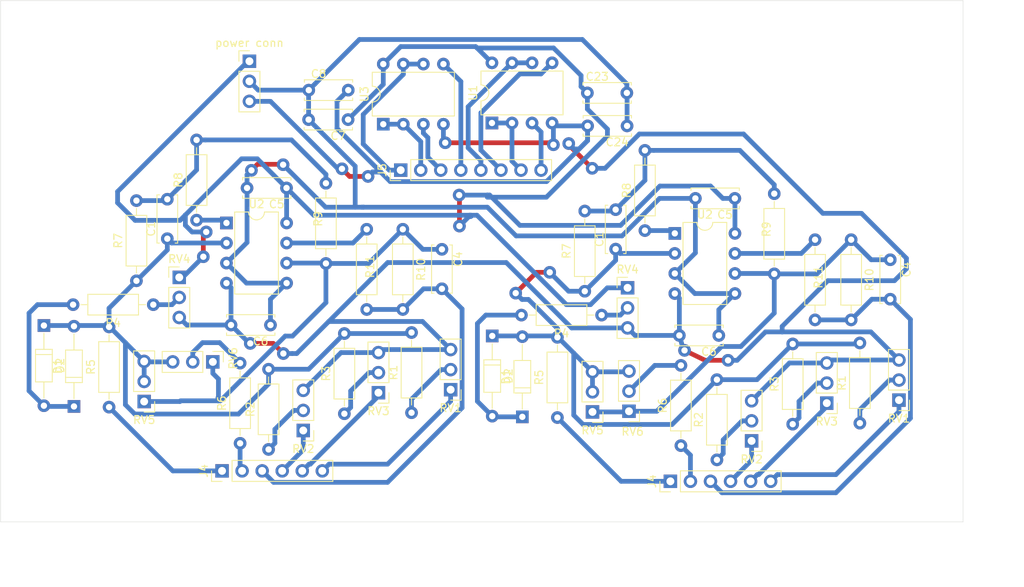
<source format=kicad_pcb>
(kicad_pcb (version 20171130) (host pcbnew "(6.0.0-rc1-dev-209-g91e3d21d6)")

  (general
    (thickness 1.6)
    (drawings 6)
    (tracks 426)
    (zones 0)
    (modules 58)
    (nets 29)
  )

  (page A4)
  (layers
    (0 F.Cu signal)
    (31 B.Cu signal)
    (32 B.Adhes user)
    (33 F.Adhes user)
    (34 B.Paste user)
    (35 F.Paste user)
    (36 B.SilkS user)
    (37 F.SilkS user)
    (38 B.Mask user)
    (39 F.Mask user)
    (40 Dwgs.User user)
    (41 Cmts.User user)
    (42 Eco1.User user)
    (43 Eco2.User user)
    (44 Edge.Cuts user)
    (45 Margin user)
    (46 B.CrtYd user)
    (47 F.CrtYd user)
    (48 B.Fab user)
    (49 F.Fab user)
  )

  (setup
    (last_trace_width 0.6)
    (user_trace_width 0.6)
    (trace_clearance 0.3)
    (zone_clearance 0.508)
    (zone_45_only no)
    (trace_min 0.2)
    (via_size 1.6)
    (via_drill 0.8)
    (via_min_size 0.4)
    (via_min_drill 0.3)
    (uvia_size 0.3)
    (uvia_drill 0.1)
    (uvias_allowed no)
    (uvia_min_size 0.2)
    (uvia_min_drill 0.1)
    (edge_width 0.05)
    (segment_width 0.2)
    (pcb_text_width 0.3)
    (pcb_text_size 1.5 1.5)
    (mod_edge_width 0.12)
    (mod_text_size 1 1)
    (mod_text_width 0.15)
    (pad_size 1.6 1.6)
    (pad_drill 0.8)
    (pad_to_mask_clearance 0.2)
    (aux_axis_origin 0 0)
    (visible_elements FFFFF77F)
    (pcbplotparams
      (layerselection 0x00000_fffffffe)
      (usegerberextensions false)
      (usegerberattributes false)
      (usegerberadvancedattributes false)
      (creategerberjobfile false)
      (excludeedgelayer false)
      (linewidth 0.050000)
      (plotframeref false)
      (viasonmask false)
      (mode 1)
      (useauxorigin false)
      (hpglpennumber 1)
      (hpglpenspeed 20)
      (hpglpendiameter 15.000000)
      (psnegative false)
      (psa4output false)
      (plotreference true)
      (plotvalue true)
      (plotinvisibletext false)
      (padsonsilk false)
      (subtractmaskfromsilk false)
      (outputformat 4)
      (mirror true)
      (drillshape 0)
      (scaleselection 1)
      (outputdirectory ""))
  )

  (net 0 "")
  (net 1 "Net-(C1-Pad2)")
  (net 2 "Net-(C1-Pad1)")
  (net 3 GND)
  (net 4 +12V)
  (net 5 -12V)
  (net 6 "Net-(C4-Pad1)")
  (net 7 /OUTT_1)
  (net 8 "Net-(D1-Pad1)")
  (net 9 /P2)
  (net 10 /P1)
  (net 11 /INN_3)
  (net 12 /INN_2)
  (net 13 /INN_1)
  (net 14 /INBUF1)
  (net 15 /INBUF2)
  (net 16 /INBUF3)
  (net 17 /INBUF4)
  (net 18 /OBUFF1)
  (net 19 /OBUFF2)
  (net 20 /OBUFF3)
  (net 21 /OBUFF4)
  (net 22 "Net-(R1-Pad1)")
  (net 23 "Net-(R2-Pad1)")
  (net 24 "Net-(R3-Pad1)")
  (net 25 "Net-(R4-Pad1)")
  (net 26 "Net-(R6-Pad2)")
  (net 27 "Net-(R8-Pad1)")
  (net 28 "Net-(R11-Pad1)")

  (net_class Default "This is the default net class."
    (clearance 0.3)
    (trace_width 0.6)
    (via_dia 1.6)
    (via_drill 0.8)
    (uvia_dia 0.3)
    (uvia_drill 0.1)
    (add_net +12V)
    (add_net -12V)
    (add_net /INBUF1)
    (add_net /INBUF2)
    (add_net /INBUF3)
    (add_net /INBUF4)
    (add_net /INN_1)
    (add_net /INN_2)
    (add_net /INN_3)
    (add_net /OBUFF1)
    (add_net /OBUFF2)
    (add_net /OBUFF3)
    (add_net /OBUFF4)
    (add_net /OUTT_1)
    (add_net /P1)
    (add_net /P2)
    (add_net GND)
    (add_net "Net-(C1-Pad1)")
    (add_net "Net-(C1-Pad2)")
    (add_net "Net-(C4-Pad1)")
    (add_net "Net-(D1-Pad1)")
    (add_net "Net-(R1-Pad1)")
    (add_net "Net-(R11-Pad1)")
    (add_net "Net-(R2-Pad1)")
    (add_net "Net-(R3-Pad1)")
    (add_net "Net-(R4-Pad1)")
    (add_net "Net-(R6-Pad2)")
    (add_net "Net-(R8-Pad1)")
  )

  (net_class xxxx ""
    (clearance 0.3)
    (trace_width 0.6)
    (via_dia 0.8)
    (via_drill 0.4)
    (uvia_dia 0.3)
    (uvia_drill 0.1)
  )

  (module Pin_Headers:Pin_Header_Straight_1x03_Pitch2.54mm (layer F.Cu) (tedit 5C34F2CF) (tstamp 5C3E08E2)
    (at 112.8014 38.1635)
    (descr "Through hole straight pin header, 1x03, 2.54mm pitch, single row")
    (tags "Through hole pin header THT 1x03 2.54mm single row")
    (path /5C34A353)
    (fp_text reference "power conn" (at 0 -2.33) (layer F.SilkS)
      (effects (font (size 1 1) (thickness 0.15)))
    )
    (fp_text value 100K (at 0 7.41) (layer F.Fab)
      (effects (font (size 1 1) (thickness 0.15)))
    )
    (fp_text user %R (at 0 2.54 90) (layer F.Fab)
      (effects (font (size 1 1) (thickness 0.15)))
    )
    (fp_line (start 1.8 -1.8) (end -1.8 -1.8) (layer F.CrtYd) (width 0.05))
    (fp_line (start 1.8 6.85) (end 1.8 -1.8) (layer F.CrtYd) (width 0.05))
    (fp_line (start -1.8 6.85) (end 1.8 6.85) (layer F.CrtYd) (width 0.05))
    (fp_line (start -1.8 -1.8) (end -1.8 6.85) (layer F.CrtYd) (width 0.05))
    (fp_line (start -1.33 -1.33) (end 0 -1.33) (layer F.SilkS) (width 0.12))
    (fp_line (start -1.33 0) (end -1.33 -1.33) (layer F.SilkS) (width 0.12))
    (fp_line (start -1.33 1.27) (end 1.33 1.27) (layer F.SilkS) (width 0.12))
    (fp_line (start 1.33 1.27) (end 1.33 6.41) (layer F.SilkS) (width 0.12))
    (fp_line (start -1.33 1.27) (end -1.33 6.41) (layer F.SilkS) (width 0.12))
    (fp_line (start -1.33 6.41) (end 1.33 6.41) (layer F.SilkS) (width 0.12))
    (fp_line (start -1.27 -0.635) (end -0.635 -1.27) (layer F.Fab) (width 0.1))
    (fp_line (start -1.27 6.35) (end -1.27 -0.635) (layer F.Fab) (width 0.1))
    (fp_line (start 1.27 6.35) (end -1.27 6.35) (layer F.Fab) (width 0.1))
    (fp_line (start 1.27 -1.27) (end 1.27 6.35) (layer F.Fab) (width 0.1))
    (fp_line (start -0.635 -1.27) (end 1.27 -1.27) (layer F.Fab) (width 0.1))
    (pad 3 thru_hole oval (at 0 5.08) (size 1.7 1.7) (drill 1) (layers *.Cu *.Mask)
      (net 5 -12V))
    (pad 2 thru_hole oval (at 0 2.54) (size 1.7 1.7) (drill 1) (layers *.Cu *.Mask)
      (net 3 GND))
    (pad 1 thru_hole rect (at 0 0) (size 1.7 1.7) (drill 1) (layers *.Cu *.Mask)
      (net 4 +12V))
    (model ${KISYS3DMOD}/Pin_Headers.3dshapes/Pin_Header_Straight_1x03_Pitch2.54mm.wrl
      (at (xyz 0 0 0))
      (scale (xyz 1 1 1))
      (rotate (xyz 0 0 0))
    )
  )

  (module Pin_Headers:Pin_Header_Straight_1x06_Pitch2.54mm (layer F.Cu) (tedit 5C34E2E3) (tstamp 5C511227)
    (at 166.1287 91.3765 90)
    (descr "Through hole straight pin header, 1x06, 2.54mm pitch, single row")
    (tags "Through hole pin header THT 1x06 2.54mm single row")
    (path /5C60713C)
    (fp_text reference J4 (at 0 -2.33 90) (layer F.SilkS)
      (effects (font (size 1 1) (thickness 0.15)))
    )
    (fp_text value Conn_01x06_Male (at 0 15.03 90) (layer F.Fab)
      (effects (font (size 1 1) (thickness 0.15)))
    )
    (fp_text user %R (at 0 6.35 -180) (layer F.Fab)
      (effects (font (size 1 1) (thickness 0.15)))
    )
    (fp_line (start 1.8 -1.8) (end -1.8 -1.8) (layer F.CrtYd) (width 0.05))
    (fp_line (start 1.8 14.5) (end 1.8 -1.8) (layer F.CrtYd) (width 0.05))
    (fp_line (start -1.8 14.5) (end 1.8 14.5) (layer F.CrtYd) (width 0.05))
    (fp_line (start -1.8 -1.8) (end -1.8 14.5) (layer F.CrtYd) (width 0.05))
    (fp_line (start -1.33 -1.33) (end 0 -1.33) (layer F.SilkS) (width 0.12))
    (fp_line (start -1.33 0) (end -1.33 -1.33) (layer F.SilkS) (width 0.12))
    (fp_line (start -1.33 1.27) (end 1.33 1.27) (layer F.SilkS) (width 0.12))
    (fp_line (start 1.33 1.27) (end 1.33 14.03) (layer F.SilkS) (width 0.12))
    (fp_line (start -1.33 1.27) (end -1.33 14.03) (layer F.SilkS) (width 0.12))
    (fp_line (start -1.33 14.03) (end 1.33 14.03) (layer F.SilkS) (width 0.12))
    (fp_line (start -1.27 -0.635) (end -0.635 -1.27) (layer F.Fab) (width 0.1))
    (fp_line (start -1.27 13.97) (end -1.27 -0.635) (layer F.Fab) (width 0.1))
    (fp_line (start 1.27 13.97) (end -1.27 13.97) (layer F.Fab) (width 0.1))
    (fp_line (start 1.27 -1.27) (end 1.27 13.97) (layer F.Fab) (width 0.1))
    (fp_line (start -0.635 -1.27) (end 1.27 -1.27) (layer F.Fab) (width 0.1))
    (pad 6 thru_hole oval (at 0 12.7 90) (size 1.7 1.7) (drill 1) (layers *.Cu *.Mask)
      (net 13 /INN_1))
    (pad 5 thru_hole oval (at 0 10.16 90) (size 1.7 1.7) (drill 1) (layers *.Cu *.Mask)
      (net 11 /INN_3))
    (pad 4 thru_hole oval (at 0 7.62 90) (size 1.7 1.7) (drill 1) (layers *.Cu *.Mask)
      (net 12 /INN_2))
    (pad 3 thru_hole oval (at 0 5.08 90) (size 1.7 1.7) (drill 1) (layers *.Cu *.Mask)
      (net 7 /OUTT_1))
    (pad 2 thru_hole oval (at 0 2.54 90) (size 1.7 1.7) (drill 1) (layers *.Cu *.Mask)
      (net 9 /P2))
    (pad 1 thru_hole rect (at 0 0 90) (size 1.7 1.7) (drill 1) (layers *.Cu *.Mask)
      (net 10 /P1))
    (model ${KISYS3DMOD}/Pin_Headers.3dshapes/Pin_Header_Straight_1x06_Pitch2.54mm.wrl
      (at (xyz 0 0 0))
      (scale (xyz 1 1 1))
      (rotate (xyz 0 0 0))
    )
  )

  (module Housings_DIP:DIP-8_W7.62mm (layer F.Cu) (tedit 5C34D5B0) (tstamp 5C51120C)
    (at 166.6875 59.9694)
    (descr "8-lead dip package, row spacing 7.62 mm (300 mils)")
    (tags "DIL DIP PDIP 2.54mm 7.62mm 300mil")
    (path /5C34897E)
    (fp_text reference U2 (at 3.81 -2.39) (layer F.SilkS)
      (effects (font (size 1 1) (thickness 0.15)))
    )
    (fp_text value TL072 (at 3.81 10.01) (layer F.Fab)
      (effects (font (size 1 1) (thickness 0.15)))
    )
    (fp_text user %R (at 4.1529 3.8735) (layer F.Fab)
      (effects (font (size 1 1) (thickness 0.15)))
    )
    (fp_line (start 1.635 -1.27) (end 6.985 -1.27) (layer F.Fab) (width 0.1))
    (fp_line (start 6.985 -1.27) (end 6.985 8.89) (layer F.Fab) (width 0.1))
    (fp_line (start 6.985 8.89) (end 0.635 8.89) (layer F.Fab) (width 0.1))
    (fp_line (start 0.635 8.89) (end 0.635 -0.27) (layer F.Fab) (width 0.1))
    (fp_line (start 0.635 -0.27) (end 1.635 -1.27) (layer F.Fab) (width 0.1))
    (fp_line (start 2.81 -1.39) (end 1.04 -1.39) (layer F.SilkS) (width 0.12))
    (fp_line (start 1.04 -1.39) (end 1.04 9.01) (layer F.SilkS) (width 0.12))
    (fp_line (start 1.04 9.01) (end 6.58 9.01) (layer F.SilkS) (width 0.12))
    (fp_line (start 6.58 9.01) (end 6.58 -1.39) (layer F.SilkS) (width 0.12))
    (fp_line (start 6.58 -1.39) (end 4.81 -1.39) (layer F.SilkS) (width 0.12))
    (fp_line (start -1.1 -1.6) (end -1.1 9.2) (layer F.CrtYd) (width 0.05))
    (fp_line (start -1.1 9.2) (end 8.7 9.2) (layer F.CrtYd) (width 0.05))
    (fp_line (start 8.7 9.2) (end 8.7 -1.6) (layer F.CrtYd) (width 0.05))
    (fp_line (start 8.7 -1.6) (end -1.1 -1.6) (layer F.CrtYd) (width 0.05))
    (fp_arc (start 3.81 -1.39) (end 2.81 -1.39) (angle -180) (layer F.SilkS) (width 0.12))
    (pad 1 thru_hole rect (at 0 0) (size 1.6 1.6) (drill 0.8) (layers *.Cu *.Mask)
      (net 27 "Net-(R8-Pad1)"))
    (pad 5 thru_hole oval (at 7.62 7.62) (size 1.6 1.6) (drill 0.8) (layers *.Cu *.Mask)
      (net 3 GND))
    (pad 2 thru_hole oval (at 0 2.54) (size 1.6 1.6) (drill 0.8) (layers *.Cu *.Mask)
      (net 2 "Net-(C1-Pad1)"))
    (pad 6 thru_hole oval (at 7.62 5.08) (size 1.6 1.6) (drill 0.8) (layers *.Cu *.Mask)
      (net 6 "Net-(C4-Pad1)"))
    (pad 3 thru_hole oval (at 0 5.08) (size 1.6 1.6) (drill 0.8) (layers *.Cu *.Mask)
      (net 3 GND))
    (pad 7 thru_hole oval (at 7.62 2.54) (size 1.6 1.6) (drill 0.8) (layers *.Cu *.Mask)
      (net 28 "Net-(R11-Pad1)"))
    (pad 4 thru_hole oval (at 0 7.62) (size 1.6 1.6) (drill 0.8) (layers *.Cu *.Mask)
      (net 5 -12V))
    (pad 8 thru_hole oval (at 7.62 0) (size 1.6 1.6) (drill 0.8) (layers *.Cu *.Mask)
      (net 4 +12V))
    (model ${KISYS3DMOD}/Housings_DIP.3dshapes/DIP-8_W7.62mm.wrl
      (at (xyz 0 0 0))
      (scale (xyz 1 1 1))
      (rotate (xyz 0 0 0))
    )
  )

  (module Pin_Headers:Pin_Header_Straight_1x03_Pitch2.54mm (layer F.Cu) (tedit 5C34D7AB) (tstamp 5C5111F6)
    (at 160.8836 82.4992 180)
    (descr "Through hole straight pin header, 1x03, 2.54mm pitch, single row")
    (tags "Through hole pin header THT 1x03 2.54mm single row")
    (path /5C34F61A)
    (fp_text reference RV6 (at -0.4572 -2.5781 180) (layer F.SilkS)
      (effects (font (size 1 1) (thickness 0.15)))
    )
    (fp_text value 100K (at 0 7.41 180) (layer F.Fab)
      (effects (font (size 1 1) (thickness 0.15)))
    )
    (fp_text user %R (at 1.3335 -0.3683 270) (layer F.Fab)
      (effects (font (size 1 1) (thickness 0.15)))
    )
    (fp_line (start 1.8 -1.8) (end -1.8 -1.8) (layer F.CrtYd) (width 0.05))
    (fp_line (start 1.8 6.85) (end 1.8 -1.8) (layer F.CrtYd) (width 0.05))
    (fp_line (start -1.8 6.85) (end 1.8 6.85) (layer F.CrtYd) (width 0.05))
    (fp_line (start -1.8 -1.8) (end -1.8 6.85) (layer F.CrtYd) (width 0.05))
    (fp_line (start -1.33 -1.33) (end 0 -1.33) (layer F.SilkS) (width 0.12))
    (fp_line (start -1.33 0) (end -1.33 -1.33) (layer F.SilkS) (width 0.12))
    (fp_line (start -1.33 1.27) (end 1.33 1.27) (layer F.SilkS) (width 0.12))
    (fp_line (start 1.33 1.27) (end 1.33 6.41) (layer F.SilkS) (width 0.12))
    (fp_line (start -1.33 1.27) (end -1.33 6.41) (layer F.SilkS) (width 0.12))
    (fp_line (start -1.33 6.41) (end 1.33 6.41) (layer F.SilkS) (width 0.12))
    (fp_line (start -1.27 -0.635) (end -0.635 -1.27) (layer F.Fab) (width 0.1))
    (fp_line (start -1.27 6.35) (end -1.27 -0.635) (layer F.Fab) (width 0.1))
    (fp_line (start 1.27 6.35) (end -1.27 6.35) (layer F.Fab) (width 0.1))
    (fp_line (start 1.27 -1.27) (end 1.27 6.35) (layer F.Fab) (width 0.1))
    (fp_line (start -0.635 -1.27) (end 1.27 -1.27) (layer F.Fab) (width 0.1))
    (pad 3 thru_hole oval (at 0 5.08 180) (size 1.7 1.7) (drill 1) (layers *.Cu *.Mask)
      (net 2 "Net-(C1-Pad1)"))
    (pad 2 thru_hole oval (at 0 2.54 180) (size 1.7 1.7) (drill 1) (layers *.Cu *.Mask)
      (net 26 "Net-(R6-Pad2)"))
    (pad 1 thru_hole rect (at 0 0 180) (size 1.7 1.7) (drill 1) (layers *.Cu *.Mask)
      (net 6 "Net-(C4-Pad1)"))
    (model ${KISYS3DMOD}/Pin_Headers.3dshapes/Pin_Header_Straight_1x03_Pitch2.54mm.wrl
      (at (xyz 0 0 0))
      (scale (xyz 1 1 1))
      (rotate (xyz 0 0 0))
    )
  )

  (module Pin_Headers:Pin_Header_Straight_1x03_Pitch2.54mm (layer F.Cu) (tedit 59650532) (tstamp 5C5111E0)
    (at 156.2608 82.5881 180)
    (descr "Through hole straight pin header, 1x03, 2.54mm pitch, single row")
    (tags "Through hole pin header THT 1x03 2.54mm single row")
    (path /5C34DE3E)
    (fp_text reference RV5 (at 0 -2.33 180) (layer F.SilkS)
      (effects (font (size 1 1) (thickness 0.15)))
    )
    (fp_text value 100K (at 0 7.41 180) (layer F.Fab)
      (effects (font (size 1 1) (thickness 0.15)))
    )
    (fp_line (start -0.635 -1.27) (end 1.27 -1.27) (layer F.Fab) (width 0.1))
    (fp_line (start 1.27 -1.27) (end 1.27 6.35) (layer F.Fab) (width 0.1))
    (fp_line (start 1.27 6.35) (end -1.27 6.35) (layer F.Fab) (width 0.1))
    (fp_line (start -1.27 6.35) (end -1.27 -0.635) (layer F.Fab) (width 0.1))
    (fp_line (start -1.27 -0.635) (end -0.635 -1.27) (layer F.Fab) (width 0.1))
    (fp_line (start -1.33 6.41) (end 1.33 6.41) (layer F.SilkS) (width 0.12))
    (fp_line (start -1.33 1.27) (end -1.33 6.41) (layer F.SilkS) (width 0.12))
    (fp_line (start 1.33 1.27) (end 1.33 6.41) (layer F.SilkS) (width 0.12))
    (fp_line (start -1.33 1.27) (end 1.33 1.27) (layer F.SilkS) (width 0.12))
    (fp_line (start -1.33 0) (end -1.33 -1.33) (layer F.SilkS) (width 0.12))
    (fp_line (start -1.33 -1.33) (end 0 -1.33) (layer F.SilkS) (width 0.12))
    (fp_line (start -1.8 -1.8) (end -1.8 6.85) (layer F.CrtYd) (width 0.05))
    (fp_line (start -1.8 6.85) (end 1.8 6.85) (layer F.CrtYd) (width 0.05))
    (fp_line (start 1.8 6.85) (end 1.8 -1.8) (layer F.CrtYd) (width 0.05))
    (fp_line (start 1.8 -1.8) (end -1.8 -1.8) (layer F.CrtYd) (width 0.05))
    (fp_text user %R (at 0 2.54 270) (layer F.Fab)
      (effects (font (size 1 1) (thickness 0.15)))
    )
    (pad 1 thru_hole rect (at 0 0 180) (size 1.7 1.7) (drill 1) (layers *.Cu *.Mask)
      (net 6 "Net-(C4-Pad1)"))
    (pad 2 thru_hole oval (at 0 2.54 180) (size 1.7 1.7) (drill 1) (layers *.Cu *.Mask)
      (net 2 "Net-(C1-Pad1)"))
    (pad 3 thru_hole oval (at 0 5.08 180) (size 1.7 1.7) (drill 1) (layers *.Cu *.Mask)
      (net 2 "Net-(C1-Pad1)"))
    (model ${KISYS3DMOD}/Pin_Headers.3dshapes/Pin_Header_Straight_1x03_Pitch2.54mm.wrl
      (at (xyz 0 0 0))
      (scale (xyz 1 1 1))
      (rotate (xyz 0 0 0))
    )
  )

  (module Pin_Headers:Pin_Header_Straight_1x03_Pitch2.54mm (layer F.Cu) (tedit 59650532) (tstamp 5C5111CA)
    (at 160.7058 66.8655)
    (descr "Through hole straight pin header, 1x03, 2.54mm pitch, single row")
    (tags "Through hole pin header THT 1x03 2.54mm single row")
    (path /5C34A353)
    (fp_text reference RV4 (at 0 -2.33) (layer F.SilkS)
      (effects (font (size 1 1) (thickness 0.15)))
    )
    (fp_text value 100K (at 0 7.41) (layer F.Fab)
      (effects (font (size 1 1) (thickness 0.15)))
    )
    (fp_text user %R (at 0 2.54 90) (layer F.Fab)
      (effects (font (size 1 1) (thickness 0.15)))
    )
    (fp_line (start 1.8 -1.8) (end -1.8 -1.8) (layer F.CrtYd) (width 0.05))
    (fp_line (start 1.8 6.85) (end 1.8 -1.8) (layer F.CrtYd) (width 0.05))
    (fp_line (start -1.8 6.85) (end 1.8 6.85) (layer F.CrtYd) (width 0.05))
    (fp_line (start -1.8 -1.8) (end -1.8 6.85) (layer F.CrtYd) (width 0.05))
    (fp_line (start -1.33 -1.33) (end 0 -1.33) (layer F.SilkS) (width 0.12))
    (fp_line (start -1.33 0) (end -1.33 -1.33) (layer F.SilkS) (width 0.12))
    (fp_line (start -1.33 1.27) (end 1.33 1.27) (layer F.SilkS) (width 0.12))
    (fp_line (start 1.33 1.27) (end 1.33 6.41) (layer F.SilkS) (width 0.12))
    (fp_line (start -1.33 1.27) (end -1.33 6.41) (layer F.SilkS) (width 0.12))
    (fp_line (start -1.33 6.41) (end 1.33 6.41) (layer F.SilkS) (width 0.12))
    (fp_line (start -1.27 -0.635) (end -0.635 -1.27) (layer F.Fab) (width 0.1))
    (fp_line (start -1.27 6.35) (end -1.27 -0.635) (layer F.Fab) (width 0.1))
    (fp_line (start 1.27 6.35) (end -1.27 6.35) (layer F.Fab) (width 0.1))
    (fp_line (start 1.27 -1.27) (end 1.27 6.35) (layer F.Fab) (width 0.1))
    (fp_line (start -0.635 -1.27) (end 1.27 -1.27) (layer F.Fab) (width 0.1))
    (pad 3 thru_hole oval (at 0 5.08) (size 1.7 1.7) (drill 1) (layers *.Cu *.Mask)
      (net 5 -12V))
    (pad 2 thru_hole oval (at 0 2.54) (size 1.7 1.7) (drill 1) (layers *.Cu *.Mask)
      (net 25 "Net-(R4-Pad1)"))
    (pad 1 thru_hole rect (at 0 0) (size 1.7 1.7) (drill 1) (layers *.Cu *.Mask)
      (net 4 +12V))
    (model ${KISYS3DMOD}/Pin_Headers.3dshapes/Pin_Header_Straight_1x03_Pitch2.54mm.wrl
      (at (xyz 0 0 0))
      (scale (xyz 1 1 1))
      (rotate (xyz 0 0 0))
    )
  )

  (module Pin_Headers:Pin_Header_Straight_1x03_Pitch2.54mm (layer F.Cu) (tedit 59650532) (tstamp 5C5111B4)
    (at 185.9407 81.4705 180)
    (descr "Through hole straight pin header, 1x03, 2.54mm pitch, single row")
    (tags "Through hole pin header THT 1x03 2.54mm single row")
    (path /5C35BF88)
    (fp_text reference RV3 (at 0 -2.33 180) (layer F.SilkS)
      (effects (font (size 1 1) (thickness 0.15)))
    )
    (fp_text value 100K (at 0 7.41 180) (layer F.Fab)
      (effects (font (size 1 1) (thickness 0.15)))
    )
    (fp_text user %R (at 0 2.54 270) (layer F.Fab)
      (effects (font (size 1 1) (thickness 0.15)))
    )
    (fp_line (start 1.8 -1.8) (end -1.8 -1.8) (layer F.CrtYd) (width 0.05))
    (fp_line (start 1.8 6.85) (end 1.8 -1.8) (layer F.CrtYd) (width 0.05))
    (fp_line (start -1.8 6.85) (end 1.8 6.85) (layer F.CrtYd) (width 0.05))
    (fp_line (start -1.8 -1.8) (end -1.8 6.85) (layer F.CrtYd) (width 0.05))
    (fp_line (start -1.33 -1.33) (end 0 -1.33) (layer F.SilkS) (width 0.12))
    (fp_line (start -1.33 0) (end -1.33 -1.33) (layer F.SilkS) (width 0.12))
    (fp_line (start -1.33 1.27) (end 1.33 1.27) (layer F.SilkS) (width 0.12))
    (fp_line (start 1.33 1.27) (end 1.33 6.41) (layer F.SilkS) (width 0.12))
    (fp_line (start -1.33 1.27) (end -1.33 6.41) (layer F.SilkS) (width 0.12))
    (fp_line (start -1.33 6.41) (end 1.33 6.41) (layer F.SilkS) (width 0.12))
    (fp_line (start -1.27 -0.635) (end -0.635 -1.27) (layer F.Fab) (width 0.1))
    (fp_line (start -1.27 6.35) (end -1.27 -0.635) (layer F.Fab) (width 0.1))
    (fp_line (start 1.27 6.35) (end -1.27 6.35) (layer F.Fab) (width 0.1))
    (fp_line (start 1.27 -1.27) (end 1.27 6.35) (layer F.Fab) (width 0.1))
    (fp_line (start -0.635 -1.27) (end 1.27 -1.27) (layer F.Fab) (width 0.1))
    (pad 3 thru_hole oval (at 0 5.08 180) (size 1.7 1.7) (drill 1) (layers *.Cu *.Mask)
      (net 5 -12V))
    (pad 2 thru_hole oval (at 0 2.54 180) (size 1.7 1.7) (drill 1) (layers *.Cu *.Mask)
      (net 24 "Net-(R3-Pad1)"))
    (pad 1 thru_hole rect (at 0 0 180) (size 1.7 1.7) (drill 1) (layers *.Cu *.Mask)
      (net 11 /INN_3))
    (model ${KISYS3DMOD}/Pin_Headers.3dshapes/Pin_Header_Straight_1x03_Pitch2.54mm.wrl
      (at (xyz 0 0 0))
      (scale (xyz 1 1 1))
      (rotate (xyz 0 0 0))
    )
  )

  (module Pin_Headers:Pin_Header_Straight_1x03_Pitch2.54mm (layer F.Cu) (tedit 5C34D79B) (tstamp 5C51119E)
    (at 176.4157 86.2584 180)
    (descr "Through hole straight pin header, 1x03, 2.54mm pitch, single row")
    (tags "Through hole pin header THT 1x03 2.54mm single row")
    (path /5C35B0C5)
    (fp_text reference RV2 (at 0 -2.33 180) (layer F.SilkS)
      (effects (font (size 1 1) (thickness 0.15)))
    )
    (fp_text value 100K (at 0 7.41 180) (layer F.Fab)
      (effects (font (size 1 1) (thickness 0.15)))
    )
    (fp_line (start -0.635 -1.27) (end 1.27 -1.27) (layer F.Fab) (width 0.1))
    (fp_line (start 1.27 -1.27) (end 1.27 6.35) (layer F.Fab) (width 0.1))
    (fp_line (start 1.27 6.35) (end -1.27 6.35) (layer F.Fab) (width 0.1))
    (fp_line (start -1.27 6.35) (end -1.27 -0.635) (layer F.Fab) (width 0.1))
    (fp_line (start -1.27 -0.635) (end -0.635 -1.27) (layer F.Fab) (width 0.1))
    (fp_line (start -1.33 6.41) (end 1.33 6.41) (layer F.SilkS) (width 0.12))
    (fp_line (start -1.33 1.27) (end -1.33 6.41) (layer F.SilkS) (width 0.12))
    (fp_line (start 1.33 1.27) (end 1.33 6.41) (layer F.SilkS) (width 0.12))
    (fp_line (start -1.33 1.27) (end 1.33 1.27) (layer F.SilkS) (width 0.12))
    (fp_line (start -1.33 0) (end -1.33 -1.33) (layer F.SilkS) (width 0.12))
    (fp_line (start -1.33 -1.33) (end 0 -1.33) (layer F.SilkS) (width 0.12))
    (fp_line (start -1.8 -1.8) (end -1.8 6.85) (layer F.CrtYd) (width 0.05))
    (fp_line (start -1.8 6.85) (end 1.8 6.85) (layer F.CrtYd) (width 0.05))
    (fp_line (start 1.8 6.85) (end 1.8 -1.8) (layer F.CrtYd) (width 0.05))
    (fp_line (start 1.8 -1.8) (end -1.8 -1.8) (layer F.CrtYd) (width 0.05))
    (fp_text user %R (at 1.6637 2.286 270) (layer F.Fab)
      (effects (font (size 1 1) (thickness 0.15)))
    )
    (pad 1 thru_hole rect (at 0 0 180) (size 1.7 1.7) (drill 1) (layers *.Cu *.Mask)
      (net 12 /INN_2))
    (pad 2 thru_hole oval (at 0 2.54 180) (size 1.7 1.7) (drill 1) (layers *.Cu *.Mask)
      (net 23 "Net-(R2-Pad1)"))
    (pad 3 thru_hole oval (at 0 5.08 180) (size 1.7 1.7) (drill 1) (layers *.Cu *.Mask)
      (net 5 -12V))
    (model ${KISYS3DMOD}/Pin_Headers.3dshapes/Pin_Header_Straight_1x03_Pitch2.54mm.wrl
      (at (xyz 0 0 0))
      (scale (xyz 1 1 1))
      (rotate (xyz 0 0 0))
    )
  )

  (module Pin_Headers:Pin_Header_Straight_1x03_Pitch2.54mm (layer F.Cu) (tedit 59650532) (tstamp 5C511188)
    (at 195.0847 81.0895 180)
    (descr "Through hole straight pin header, 1x03, 2.54mm pitch, single row")
    (tags "Through hole pin header THT 1x03 2.54mm single row")
    (path /5C348F5D)
    (fp_text reference RV1 (at 0 -2.33 180) (layer F.SilkS)
      (effects (font (size 1 1) (thickness 0.15)))
    )
    (fp_text value 100K (at 0 7.41 180) (layer F.Fab)
      (effects (font (size 1 1) (thickness 0.15)))
    )
    (fp_text user %R (at 0 2.54 270) (layer F.Fab)
      (effects (font (size 1 1) (thickness 0.15)))
    )
    (fp_line (start 1.8 -1.8) (end -1.8 -1.8) (layer F.CrtYd) (width 0.05))
    (fp_line (start 1.8 6.85) (end 1.8 -1.8) (layer F.CrtYd) (width 0.05))
    (fp_line (start -1.8 6.85) (end 1.8 6.85) (layer F.CrtYd) (width 0.05))
    (fp_line (start -1.8 -1.8) (end -1.8 6.85) (layer F.CrtYd) (width 0.05))
    (fp_line (start -1.33 -1.33) (end 0 -1.33) (layer F.SilkS) (width 0.12))
    (fp_line (start -1.33 0) (end -1.33 -1.33) (layer F.SilkS) (width 0.12))
    (fp_line (start -1.33 1.27) (end 1.33 1.27) (layer F.SilkS) (width 0.12))
    (fp_line (start 1.33 1.27) (end 1.33 6.41) (layer F.SilkS) (width 0.12))
    (fp_line (start -1.33 1.27) (end -1.33 6.41) (layer F.SilkS) (width 0.12))
    (fp_line (start -1.33 6.41) (end 1.33 6.41) (layer F.SilkS) (width 0.12))
    (fp_line (start -1.27 -0.635) (end -0.635 -1.27) (layer F.Fab) (width 0.1))
    (fp_line (start -1.27 6.35) (end -1.27 -0.635) (layer F.Fab) (width 0.1))
    (fp_line (start 1.27 6.35) (end -1.27 6.35) (layer F.Fab) (width 0.1))
    (fp_line (start 1.27 -1.27) (end 1.27 6.35) (layer F.Fab) (width 0.1))
    (fp_line (start -0.635 -1.27) (end 1.27 -1.27) (layer F.Fab) (width 0.1))
    (pad 3 thru_hole oval (at 0 5.08 180) (size 1.7 1.7) (drill 1) (layers *.Cu *.Mask)
      (net 5 -12V))
    (pad 2 thru_hole oval (at 0 2.54 180) (size 1.7 1.7) (drill 1) (layers *.Cu *.Mask)
      (net 22 "Net-(R1-Pad1)"))
    (pad 1 thru_hole rect (at 0 0 180) (size 1.7 1.7) (drill 1) (layers *.Cu *.Mask)
      (net 13 /INN_1))
    (model ${KISYS3DMOD}/Pin_Headers.3dshapes/Pin_Header_Straight_1x03_Pitch2.54mm.wrl
      (at (xyz 0 0 0))
      (scale (xyz 1 1 1))
      (rotate (xyz 0 0 0))
    )
  )

  (module Resistors_THT:R_Axial_DIN0207_L6.3mm_D2.5mm_P10.16mm_Horizontal (layer F.Cu) (tedit 5C34D768) (tstamp 5C511173)
    (at 184.4548 60.7695 270)
    (descr "Resistor, Axial_DIN0207 series, Axial, Horizontal, pin pitch=10.16mm, 0.25W = 1/4W, length*diameter=6.3*2.5mm^2, http://cdn-reichelt.de/documents/datenblatt/B400/1_4W%23YAG.pdf")
    (tags "Resistor Axial_DIN0207 series Axial Horizontal pin pitch 10.16mm 0.25W = 1/4W length 6.3mm diameter 2.5mm")
    (path /5C34BC75)
    (fp_text reference R11 (at 4.7371 -0.4318 270) (layer F.SilkS)
      (effects (font (size 1 1) (thickness 0.15)))
    )
    (fp_text value 330R (at 5.08 2.31 270) (layer F.Fab)
      (effects (font (size 1 1) (thickness 0.15)))
    )
    (fp_line (start 1.93 -1.25) (end 1.93 1.25) (layer F.Fab) (width 0.1))
    (fp_line (start 1.93 1.25) (end 8.23 1.25) (layer F.Fab) (width 0.1))
    (fp_line (start 8.23 1.25) (end 8.23 -1.25) (layer F.Fab) (width 0.1))
    (fp_line (start 8.23 -1.25) (end 1.93 -1.25) (layer F.Fab) (width 0.1))
    (fp_line (start 0 0) (end 1.93 0) (layer F.Fab) (width 0.1))
    (fp_line (start 10.16 0) (end 8.23 0) (layer F.Fab) (width 0.1))
    (fp_line (start 1.87 -1.31) (end 1.87 1.31) (layer F.SilkS) (width 0.12))
    (fp_line (start 1.87 1.31) (end 8.29 1.31) (layer F.SilkS) (width 0.12))
    (fp_line (start 8.29 1.31) (end 8.29 -1.31) (layer F.SilkS) (width 0.12))
    (fp_line (start 8.29 -1.31) (end 1.87 -1.31) (layer F.SilkS) (width 0.12))
    (fp_line (start 0.98 0) (end 1.87 0) (layer F.SilkS) (width 0.12))
    (fp_line (start 9.18 0) (end 8.29 0) (layer F.SilkS) (width 0.12))
    (fp_line (start -1.05 -1.6) (end -1.05 1.6) (layer F.CrtYd) (width 0.05))
    (fp_line (start -1.05 1.6) (end 11.25 1.6) (layer F.CrtYd) (width 0.05))
    (fp_line (start 11.25 1.6) (end 11.25 -1.6) (layer F.CrtYd) (width 0.05))
    (fp_line (start 11.25 -1.6) (end -1.05 -1.6) (layer F.CrtYd) (width 0.05))
    (pad 1 thru_hole circle (at 0 0 270) (size 1.6 1.6) (drill 0.8) (layers *.Cu *.Mask)
      (net 28 "Net-(R11-Pad1)"))
    (pad 2 thru_hole oval (at 10.16 0 270) (size 1.6 1.6) (drill 0.8) (layers *.Cu *.Mask)
      (net 7 /OUTT_1))
    (model Resistors_THT.3dshapes/R_Axial_DIN0207_L6.3mm_D2.5mm_P10.16mm_Horizontal.wrl
      (at (xyz 0 0 0))
      (scale (xyz 0.393701 0.393701 0.393701))
      (rotate (xyz 0 0 0))
    )
  )

  (module Resistors_THT:R_Axial_DIN0207_L6.3mm_D2.5mm_P10.16mm_Horizontal (layer F.Cu) (tedit 5874F706) (tstamp 5C51115E)
    (at 189.0268 60.7695 270)
    (descr "Resistor, Axial_DIN0207 series, Axial, Horizontal, pin pitch=10.16mm, 0.25W = 1/4W, length*diameter=6.3*2.5mm^2, http://cdn-reichelt.de/documents/datenblatt/B400/1_4W%23YAG.pdf")
    (tags "Resistor Axial_DIN0207 series Axial Horizontal pin pitch 10.16mm 0.25W = 1/4W length 6.3mm diameter 2.5mm")
    (path /5C34BC69)
    (fp_text reference R10 (at 5.08 -2.31 270) (layer F.SilkS)
      (effects (font (size 1 1) (thickness 0.15)))
    )
    (fp_text value 100K (at 5.08 2.31 270) (layer F.Fab)
      (effects (font (size 1 1) (thickness 0.15)))
    )
    (fp_line (start 1.93 -1.25) (end 1.93 1.25) (layer F.Fab) (width 0.1))
    (fp_line (start 1.93 1.25) (end 8.23 1.25) (layer F.Fab) (width 0.1))
    (fp_line (start 8.23 1.25) (end 8.23 -1.25) (layer F.Fab) (width 0.1))
    (fp_line (start 8.23 -1.25) (end 1.93 -1.25) (layer F.Fab) (width 0.1))
    (fp_line (start 0 0) (end 1.93 0) (layer F.Fab) (width 0.1))
    (fp_line (start 10.16 0) (end 8.23 0) (layer F.Fab) (width 0.1))
    (fp_line (start 1.87 -1.31) (end 1.87 1.31) (layer F.SilkS) (width 0.12))
    (fp_line (start 1.87 1.31) (end 8.29 1.31) (layer F.SilkS) (width 0.12))
    (fp_line (start 8.29 1.31) (end 8.29 -1.31) (layer F.SilkS) (width 0.12))
    (fp_line (start 8.29 -1.31) (end 1.87 -1.31) (layer F.SilkS) (width 0.12))
    (fp_line (start 0.98 0) (end 1.87 0) (layer F.SilkS) (width 0.12))
    (fp_line (start 9.18 0) (end 8.29 0) (layer F.SilkS) (width 0.12))
    (fp_line (start -1.05 -1.6) (end -1.05 1.6) (layer F.CrtYd) (width 0.05))
    (fp_line (start -1.05 1.6) (end 11.25 1.6) (layer F.CrtYd) (width 0.05))
    (fp_line (start 11.25 1.6) (end 11.25 -1.6) (layer F.CrtYd) (width 0.05))
    (fp_line (start 11.25 -1.6) (end -1.05 -1.6) (layer F.CrtYd) (width 0.05))
    (pad 1 thru_hole circle (at 0 0 270) (size 1.6 1.6) (drill 0.8) (layers *.Cu *.Mask)
      (net 6 "Net-(C4-Pad1)"))
    (pad 2 thru_hole oval (at 10.16 0 270) (size 1.6 1.6) (drill 0.8) (layers *.Cu *.Mask)
      (net 7 /OUTT_1))
    (model Resistors_THT.3dshapes/R_Axial_DIN0207_L6.3mm_D2.5mm_P10.16mm_Horizontal.wrl
      (at (xyz 0 0 0))
      (scale (xyz 0.393701 0.393701 0.393701))
      (rotate (xyz 0 0 0))
    )
  )

  (module Resistors_THT:R_Axial_DIN0207_L6.3mm_D2.5mm_P10.16mm_Horizontal (layer F.Cu) (tedit 5C34C8AE) (tstamp 5C511149)
    (at 179.2859 54.9402 270)
    (descr "Resistor, Axial_DIN0207 series, Axial, Horizontal, pin pitch=10.16mm, 0.25W = 1/4W, length*diameter=6.3*2.5mm^2, http://cdn-reichelt.de/documents/datenblatt/B400/1_4W%23YAG.pdf")
    (tags "Resistor Axial_DIN0207 series Axial Horizontal pin pitch 10.16mm 0.25W = 1/4W length 6.3mm diameter 2.5mm")
    (path /5C34B7B6)
    (fp_text reference R9 (at 4.512999 0.979799 270) (layer F.SilkS)
      (effects (font (size 1 1) (thickness 0.15)))
    )
    (fp_text value 100K (at 5.08 2.31 270) (layer F.Fab)
      (effects (font (size 1 1) (thickness 0.15)))
    )
    (fp_line (start 1.93 -1.25) (end 1.93 1.25) (layer F.Fab) (width 0.1))
    (fp_line (start 1.93 1.25) (end 8.23 1.25) (layer F.Fab) (width 0.1))
    (fp_line (start 8.23 1.25) (end 8.23 -1.25) (layer F.Fab) (width 0.1))
    (fp_line (start 8.23 -1.25) (end 1.93 -1.25) (layer F.Fab) (width 0.1))
    (fp_line (start 0 0) (end 1.93 0) (layer F.Fab) (width 0.1))
    (fp_line (start 10.16 0) (end 8.23 0) (layer F.Fab) (width 0.1))
    (fp_line (start 1.87 -1.31) (end 1.87 1.31) (layer F.SilkS) (width 0.12))
    (fp_line (start 1.87 1.31) (end 8.29 1.31) (layer F.SilkS) (width 0.12))
    (fp_line (start 8.29 1.31) (end 8.29 -1.31) (layer F.SilkS) (width 0.12))
    (fp_line (start 8.29 -1.31) (end 1.87 -1.31) (layer F.SilkS) (width 0.12))
    (fp_line (start 0.98 0) (end 1.87 0) (layer F.SilkS) (width 0.12))
    (fp_line (start 9.18 0) (end 8.29 0) (layer F.SilkS) (width 0.12))
    (fp_line (start -1.05 -1.6) (end -1.05 1.6) (layer F.CrtYd) (width 0.05))
    (fp_line (start -1.05 1.6) (end 11.25 1.6) (layer F.CrtYd) (width 0.05))
    (fp_line (start 11.25 1.6) (end 11.25 -1.6) (layer F.CrtYd) (width 0.05))
    (fp_line (start 11.25 -1.6) (end -1.05 -1.6) (layer F.CrtYd) (width 0.05))
    (pad 1 thru_hole circle (at 0 0 270) (size 1.6 1.6) (drill 0.8) (layers *.Cu *.Mask)
      (net 1 "Net-(C1-Pad2)"))
    (pad 2 thru_hole oval (at 10.16 0 270) (size 1.6 1.6) (drill 0.8) (layers *.Cu *.Mask)
      (net 6 "Net-(C4-Pad1)"))
    (model Resistors_THT.3dshapes/R_Axial_DIN0207_L6.3mm_D2.5mm_P10.16mm_Horizontal.wrl
      (at (xyz 0 0 0))
      (scale (xyz 0.393701 0.393701 0.393701))
      (rotate (xyz 0 0 0))
    )
  )

  (module Resistors_THT:R_Axial_DIN0207_L6.3mm_D2.5mm_P10.16mm_Horizontal (layer F.Cu) (tedit 5874F706) (tstamp 5C511134)
    (at 162.9029 59.6138 90)
    (descr "Resistor, Axial_DIN0207 series, Axial, Horizontal, pin pitch=10.16mm, 0.25W = 1/4W, length*diameter=6.3*2.5mm^2, http://cdn-reichelt.de/documents/datenblatt/B400/1_4W%23YAG.pdf")
    (tags "Resistor Axial_DIN0207 series Axial Horizontal pin pitch 10.16mm 0.25W = 1/4W length 6.3mm diameter 2.5mm")
    (path /5C34B6E4)
    (fp_text reference R8 (at 5.08 -2.31 90) (layer F.SilkS)
      (effects (font (size 1 1) (thickness 0.15)))
    )
    (fp_text value 330R (at 5.08 2.31 90) (layer F.Fab)
      (effects (font (size 1 1) (thickness 0.15)))
    )
    (fp_line (start 11.25 -1.6) (end -1.05 -1.6) (layer F.CrtYd) (width 0.05))
    (fp_line (start 11.25 1.6) (end 11.25 -1.6) (layer F.CrtYd) (width 0.05))
    (fp_line (start -1.05 1.6) (end 11.25 1.6) (layer F.CrtYd) (width 0.05))
    (fp_line (start -1.05 -1.6) (end -1.05 1.6) (layer F.CrtYd) (width 0.05))
    (fp_line (start 9.18 0) (end 8.29 0) (layer F.SilkS) (width 0.12))
    (fp_line (start 0.98 0) (end 1.87 0) (layer F.SilkS) (width 0.12))
    (fp_line (start 8.29 -1.31) (end 1.87 -1.31) (layer F.SilkS) (width 0.12))
    (fp_line (start 8.29 1.31) (end 8.29 -1.31) (layer F.SilkS) (width 0.12))
    (fp_line (start 1.87 1.31) (end 8.29 1.31) (layer F.SilkS) (width 0.12))
    (fp_line (start 1.87 -1.31) (end 1.87 1.31) (layer F.SilkS) (width 0.12))
    (fp_line (start 10.16 0) (end 8.23 0) (layer F.Fab) (width 0.1))
    (fp_line (start 0 0) (end 1.93 0) (layer F.Fab) (width 0.1))
    (fp_line (start 8.23 -1.25) (end 1.93 -1.25) (layer F.Fab) (width 0.1))
    (fp_line (start 8.23 1.25) (end 8.23 -1.25) (layer F.Fab) (width 0.1))
    (fp_line (start 1.93 1.25) (end 8.23 1.25) (layer F.Fab) (width 0.1))
    (fp_line (start 1.93 -1.25) (end 1.93 1.25) (layer F.Fab) (width 0.1))
    (pad 2 thru_hole oval (at 10.16 0 90) (size 1.6 1.6) (drill 0.8) (layers *.Cu *.Mask)
      (net 1 "Net-(C1-Pad2)"))
    (pad 1 thru_hole circle (at 0 0 90) (size 1.6 1.6) (drill 0.8) (layers *.Cu *.Mask)
      (net 27 "Net-(R8-Pad1)"))
    (model Resistors_THT.3dshapes/R_Axial_DIN0207_L6.3mm_D2.5mm_P10.16mm_Horizontal.wrl
      (at (xyz 0 0 0))
      (scale (xyz 0.393701 0.393701 0.393701))
      (rotate (xyz 0 0 0))
    )
  )

  (module Resistors_THT:R_Axial_DIN0207_L6.3mm_D2.5mm_P10.16mm_Horizontal (layer F.Cu) (tedit 5C34D721) (tstamp 5C51111F)
    (at 155.2829 67.2973 90)
    (descr "Resistor, Axial_DIN0207 series, Axial, Horizontal, pin pitch=10.16mm, 0.25W = 1/4W, length*diameter=6.3*2.5mm^2, http://cdn-reichelt.de/documents/datenblatt/B400/1_4W%23YAG.pdf")
    (tags "Resistor Axial_DIN0207 series Axial Horizontal pin pitch 10.16mm 0.25W = 1/4W length 6.3mm diameter 2.5mm")
    (path /5C34B3D4)
    (fp_text reference R7 (at 5.08 -2.31 90) (layer F.SilkS)
      (effects (font (size 1 1) (thickness 0.15)))
    )
    (fp_text value 100K (at 3.8862 -0.0127 90) (layer F.Fab)
      (effects (font (size 1 1) (thickness 0.15)))
    )
    (fp_line (start 11.25 -1.6) (end -1.05 -1.6) (layer F.CrtYd) (width 0.05))
    (fp_line (start 11.25 1.6) (end 11.25 -1.6) (layer F.CrtYd) (width 0.05))
    (fp_line (start -1.05 1.6) (end 11.25 1.6) (layer F.CrtYd) (width 0.05))
    (fp_line (start -1.05 -1.6) (end -1.05 1.6) (layer F.CrtYd) (width 0.05))
    (fp_line (start 9.18 0) (end 8.29 0) (layer F.SilkS) (width 0.12))
    (fp_line (start 0.98 0) (end 1.87 0) (layer F.SilkS) (width 0.12))
    (fp_line (start 8.29 -1.31) (end 1.87 -1.31) (layer F.SilkS) (width 0.12))
    (fp_line (start 8.29 1.31) (end 8.29 -1.31) (layer F.SilkS) (width 0.12))
    (fp_line (start 1.87 1.31) (end 8.29 1.31) (layer F.SilkS) (width 0.12))
    (fp_line (start 1.87 -1.31) (end 1.87 1.31) (layer F.SilkS) (width 0.12))
    (fp_line (start 10.16 0) (end 8.23 0) (layer F.Fab) (width 0.1))
    (fp_line (start 0 0) (end 1.93 0) (layer F.Fab) (width 0.1))
    (fp_line (start 8.23 -1.25) (end 1.93 -1.25) (layer F.Fab) (width 0.1))
    (fp_line (start 8.23 1.25) (end 8.23 -1.25) (layer F.Fab) (width 0.1))
    (fp_line (start 1.93 1.25) (end 8.23 1.25) (layer F.Fab) (width 0.1))
    (fp_line (start 1.93 -1.25) (end 1.93 1.25) (layer F.Fab) (width 0.1))
    (pad 2 thru_hole oval (at 10.16 0 90) (size 1.6 1.6) (drill 0.8) (layers *.Cu *.Mask)
      (net 1 "Net-(C1-Pad2)"))
    (pad 1 thru_hole circle (at 0 0 90) (size 1.6 1.6) (drill 0.8) (layers *.Cu *.Mask)
      (net 2 "Net-(C1-Pad1)"))
    (model Resistors_THT.3dshapes/R_Axial_DIN0207_L6.3mm_D2.5mm_P10.16mm_Horizontal.wrl
      (at (xyz 0 0 0))
      (scale (xyz 0.393701 0.393701 0.393701))
      (rotate (xyz 0 0 0))
    )
  )

  (module Resistors_THT:R_Axial_DIN0207_L6.3mm_D2.5mm_P10.16mm_Horizontal (layer F.Cu) (tedit 5874F706) (tstamp 5C51110A)
    (at 167.4622 86.8553 90)
    (descr "Resistor, Axial_DIN0207 series, Axial, Horizontal, pin pitch=10.16mm, 0.25W = 1/4W, length*diameter=6.3*2.5mm^2, http://cdn-reichelt.de/documents/datenblatt/B400/1_4W%23YAG.pdf")
    (tags "Resistor Axial_DIN0207 series Axial Horizontal pin pitch 10.16mm 0.25W = 1/4W length 6.3mm diameter 2.5mm")
    (path /5C34F620)
    (fp_text reference R6 (at 5.08 -2.31 90) (layer F.SilkS)
      (effects (font (size 1 1) (thickness 0.15)))
    )
    (fp_text value 100K (at 5.08 2.31 90) (layer F.Fab)
      (effects (font (size 1 1) (thickness 0.15)))
    )
    (fp_line (start 11.25 -1.6) (end -1.05 -1.6) (layer F.CrtYd) (width 0.05))
    (fp_line (start 11.25 1.6) (end 11.25 -1.6) (layer F.CrtYd) (width 0.05))
    (fp_line (start -1.05 1.6) (end 11.25 1.6) (layer F.CrtYd) (width 0.05))
    (fp_line (start -1.05 -1.6) (end -1.05 1.6) (layer F.CrtYd) (width 0.05))
    (fp_line (start 9.18 0) (end 8.29 0) (layer F.SilkS) (width 0.12))
    (fp_line (start 0.98 0) (end 1.87 0) (layer F.SilkS) (width 0.12))
    (fp_line (start 8.29 -1.31) (end 1.87 -1.31) (layer F.SilkS) (width 0.12))
    (fp_line (start 8.29 1.31) (end 8.29 -1.31) (layer F.SilkS) (width 0.12))
    (fp_line (start 1.87 1.31) (end 8.29 1.31) (layer F.SilkS) (width 0.12))
    (fp_line (start 1.87 -1.31) (end 1.87 1.31) (layer F.SilkS) (width 0.12))
    (fp_line (start 10.16 0) (end 8.23 0) (layer F.Fab) (width 0.1))
    (fp_line (start 0 0) (end 1.93 0) (layer F.Fab) (width 0.1))
    (fp_line (start 8.23 -1.25) (end 1.93 -1.25) (layer F.Fab) (width 0.1))
    (fp_line (start 8.23 1.25) (end 8.23 -1.25) (layer F.Fab) (width 0.1))
    (fp_line (start 1.93 1.25) (end 8.23 1.25) (layer F.Fab) (width 0.1))
    (fp_line (start 1.93 -1.25) (end 1.93 1.25) (layer F.Fab) (width 0.1))
    (pad 2 thru_hole oval (at 10.16 0 90) (size 1.6 1.6) (drill 0.8) (layers *.Cu *.Mask)
      (net 26 "Net-(R6-Pad2)"))
    (pad 1 thru_hole circle (at 0 0 90) (size 1.6 1.6) (drill 0.8) (layers *.Cu *.Mask)
      (net 9 /P2))
    (model Resistors_THT.3dshapes/R_Axial_DIN0207_L6.3mm_D2.5mm_P10.16mm_Horizontal.wrl
      (at (xyz 0 0 0))
      (scale (xyz 0.393701 0.393701 0.393701))
      (rotate (xyz 0 0 0))
    )
  )

  (module Resistors_THT:R_Axial_DIN0207_L6.3mm_D2.5mm_P10.16mm_Horizontal (layer F.Cu) (tedit 5874F706) (tstamp 5C5110F5)
    (at 151.8158 83.2993 90)
    (descr "Resistor, Axial_DIN0207 series, Axial, Horizontal, pin pitch=10.16mm, 0.25W = 1/4W, length*diameter=6.3*2.5mm^2, http://cdn-reichelt.de/documents/datenblatt/B400/1_4W%23YAG.pdf")
    (tags "Resistor Axial_DIN0207 series Axial Horizontal pin pitch 10.16mm 0.25W = 1/4W length 6.3mm diameter 2.5mm")
    (path /5C34E009)
    (fp_text reference R5 (at 5.08 -2.31 90) (layer F.SilkS)
      (effects (font (size 1 1) (thickness 0.15)))
    )
    (fp_text value 100K (at 5.08 2.31 90) (layer F.Fab)
      (effects (font (size 1 1) (thickness 0.15)))
    )
    (fp_line (start 11.25 -1.6) (end -1.05 -1.6) (layer F.CrtYd) (width 0.05))
    (fp_line (start 11.25 1.6) (end 11.25 -1.6) (layer F.CrtYd) (width 0.05))
    (fp_line (start -1.05 1.6) (end 11.25 1.6) (layer F.CrtYd) (width 0.05))
    (fp_line (start -1.05 -1.6) (end -1.05 1.6) (layer F.CrtYd) (width 0.05))
    (fp_line (start 9.18 0) (end 8.29 0) (layer F.SilkS) (width 0.12))
    (fp_line (start 0.98 0) (end 1.87 0) (layer F.SilkS) (width 0.12))
    (fp_line (start 8.29 -1.31) (end 1.87 -1.31) (layer F.SilkS) (width 0.12))
    (fp_line (start 8.29 1.31) (end 8.29 -1.31) (layer F.SilkS) (width 0.12))
    (fp_line (start 1.87 1.31) (end 8.29 1.31) (layer F.SilkS) (width 0.12))
    (fp_line (start 1.87 -1.31) (end 1.87 1.31) (layer F.SilkS) (width 0.12))
    (fp_line (start 10.16 0) (end 8.23 0) (layer F.Fab) (width 0.1))
    (fp_line (start 0 0) (end 1.93 0) (layer F.Fab) (width 0.1))
    (fp_line (start 8.23 -1.25) (end 1.93 -1.25) (layer F.Fab) (width 0.1))
    (fp_line (start 8.23 1.25) (end 8.23 -1.25) (layer F.Fab) (width 0.1))
    (fp_line (start 1.93 1.25) (end 8.23 1.25) (layer F.Fab) (width 0.1))
    (fp_line (start 1.93 -1.25) (end 1.93 1.25) (layer F.Fab) (width 0.1))
    (pad 2 thru_hole oval (at 10.16 0 90) (size 1.6 1.6) (drill 0.8) (layers *.Cu *.Mask)
      (net 2 "Net-(C1-Pad1)"))
    (pad 1 thru_hole circle (at 0 0 90) (size 1.6 1.6) (drill 0.8) (layers *.Cu *.Mask)
      (net 10 /P1))
    (model Resistors_THT.3dshapes/R_Axial_DIN0207_L6.3mm_D2.5mm_P10.16mm_Horizontal.wrl
      (at (xyz 0 0 0))
      (scale (xyz 0.393701 0.393701 0.393701))
      (rotate (xyz 0 0 0))
    )
  )

  (module Resistors_THT:R_Axial_DIN0207_L6.3mm_D2.5mm_P10.16mm_Horizontal (layer F.Cu) (tedit 5C34DF78) (tstamp 5C5110E0)
    (at 157.4165 70.3199 180)
    (descr "Resistor, Axial_DIN0207 series, Axial, Horizontal, pin pitch=10.16mm, 0.25W = 1/4W, length*diameter=6.3*2.5mm^2, http://cdn-reichelt.de/documents/datenblatt/B400/1_4W%23YAG.pdf")
    (tags "Resistor Axial_DIN0207 series Axial Horizontal pin pitch 10.16mm 0.25W = 1/4W length 6.3mm diameter 2.5mm")
    (path /5C348DB0)
    (fp_text reference R4 (at 5.08 -2.31 180) (layer F.SilkS)
      (effects (font (size 1 1) (thickness 0.15)))
    )
    (fp_text value 270K (at 5.08 2.31 180) (layer F.Fab)
      (effects (font (size 1 1) (thickness 0.15)))
    )
    (fp_line (start 1.93 -1.25) (end 1.93 1.25) (layer F.Fab) (width 0.1))
    (fp_line (start 1.93 1.25) (end 8.23 1.25) (layer F.Fab) (width 0.1))
    (fp_line (start 8.23 1.25) (end 8.23 -1.25) (layer F.Fab) (width 0.1))
    (fp_line (start 8.23 -1.25) (end 1.93 -1.25) (layer F.Fab) (width 0.1))
    (fp_line (start 0 0) (end 1.93 0) (layer F.Fab) (width 0.1))
    (fp_line (start 10.16 0) (end 8.23 0) (layer F.Fab) (width 0.1))
    (fp_line (start 1.87 -1.31) (end 1.87 1.31) (layer F.SilkS) (width 0.12))
    (fp_line (start 1.87 1.31) (end 8.29 1.31) (layer F.SilkS) (width 0.12))
    (fp_line (start 8.29 1.31) (end 8.29 -1.31) (layer F.SilkS) (width 0.12))
    (fp_line (start 8.29 -1.31) (end 1.87 -1.31) (layer F.SilkS) (width 0.12))
    (fp_line (start 0.98 0) (end 1.87 0) (layer F.SilkS) (width 0.12))
    (fp_line (start 9.18 0) (end 8.29 0) (layer F.SilkS) (width 0.12))
    (fp_line (start -1.05 -1.6) (end -1.05 1.6) (layer F.CrtYd) (width 0.05))
    (fp_line (start -1.05 1.6) (end 11.25 1.6) (layer F.CrtYd) (width 0.05))
    (fp_line (start 11.25 1.6) (end 11.25 -1.6) (layer F.CrtYd) (width 0.05))
    (fp_line (start 11.25 -1.6) (end -1.05 -1.6) (layer F.CrtYd) (width 0.05))
    (pad 1 thru_hole circle (at 0 0 180) (size 1.6 1.6) (drill 0.8) (layers *.Cu *.Mask)
      (net 25 "Net-(R4-Pad1)"))
    (pad 2 thru_hole oval (at 10.16 0 180) (size 1.6 1.6) (drill 0.8) (layers *.Cu *.Mask)
      (net 8 "Net-(D1-Pad1)"))
    (model Resistors_THT.3dshapes/R_Axial_DIN0207_L6.3mm_D2.5mm_P10.16mm_Horizontal.wrl
      (at (xyz 0 0 0))
      (scale (xyz 0.393701 0.393701 0.393701))
      (rotate (xyz 0 0 0))
    )
  )

  (module Resistors_THT:R_Axial_DIN0207_L6.3mm_D2.5mm_P10.16mm_Horizontal (layer F.Cu) (tedit 5874F706) (tstamp 5C5110CB)
    (at 181.6227 84.1375 90)
    (descr "Resistor, Axial_DIN0207 series, Axial, Horizontal, pin pitch=10.16mm, 0.25W = 1/4W, length*diameter=6.3*2.5mm^2, http://cdn-reichelt.de/documents/datenblatt/B400/1_4W%23YAG.pdf")
    (tags "Resistor Axial_DIN0207 series Axial Horizontal pin pitch 10.16mm 0.25W = 1/4W length 6.3mm diameter 2.5mm")
    (path /5C35BF9B)
    (fp_text reference R3 (at 5.08 -2.31 90) (layer F.SilkS)
      (effects (font (size 1 1) (thickness 0.15)))
    )
    (fp_text value 100K (at 5.08 2.31 90) (layer F.Fab)
      (effects (font (size 1 1) (thickness 0.15)))
    )
    (fp_line (start 11.25 -1.6) (end -1.05 -1.6) (layer F.CrtYd) (width 0.05))
    (fp_line (start 11.25 1.6) (end 11.25 -1.6) (layer F.CrtYd) (width 0.05))
    (fp_line (start -1.05 1.6) (end 11.25 1.6) (layer F.CrtYd) (width 0.05))
    (fp_line (start -1.05 -1.6) (end -1.05 1.6) (layer F.CrtYd) (width 0.05))
    (fp_line (start 9.18 0) (end 8.29 0) (layer F.SilkS) (width 0.12))
    (fp_line (start 0.98 0) (end 1.87 0) (layer F.SilkS) (width 0.12))
    (fp_line (start 8.29 -1.31) (end 1.87 -1.31) (layer F.SilkS) (width 0.12))
    (fp_line (start 8.29 1.31) (end 8.29 -1.31) (layer F.SilkS) (width 0.12))
    (fp_line (start 1.87 1.31) (end 8.29 1.31) (layer F.SilkS) (width 0.12))
    (fp_line (start 1.87 -1.31) (end 1.87 1.31) (layer F.SilkS) (width 0.12))
    (fp_line (start 10.16 0) (end 8.23 0) (layer F.Fab) (width 0.1))
    (fp_line (start 0 0) (end 1.93 0) (layer F.Fab) (width 0.1))
    (fp_line (start 8.23 -1.25) (end 1.93 -1.25) (layer F.Fab) (width 0.1))
    (fp_line (start 8.23 1.25) (end 8.23 -1.25) (layer F.Fab) (width 0.1))
    (fp_line (start 1.93 1.25) (end 8.23 1.25) (layer F.Fab) (width 0.1))
    (fp_line (start 1.93 -1.25) (end 1.93 1.25) (layer F.Fab) (width 0.1))
    (pad 2 thru_hole oval (at 10.16 0 90) (size 1.6 1.6) (drill 0.8) (layers *.Cu *.Mask)
      (net 2 "Net-(C1-Pad1)"))
    (pad 1 thru_hole circle (at 0 0 90) (size 1.6 1.6) (drill 0.8) (layers *.Cu *.Mask)
      (net 24 "Net-(R3-Pad1)"))
    (model Resistors_THT.3dshapes/R_Axial_DIN0207_L6.3mm_D2.5mm_P10.16mm_Horizontal.wrl
      (at (xyz 0 0 0))
      (scale (xyz 0.393701 0.393701 0.393701))
      (rotate (xyz 0 0 0))
    )
  )

  (module Resistors_THT:R_Axial_DIN0207_L6.3mm_D2.5mm_P10.16mm_Horizontal (layer F.Cu) (tedit 5874F706) (tstamp 5C5110B6)
    (at 172.0215 88.6587 90)
    (descr "Resistor, Axial_DIN0207 series, Axial, Horizontal, pin pitch=10.16mm, 0.25W = 1/4W, length*diameter=6.3*2.5mm^2, http://cdn-reichelt.de/documents/datenblatt/B400/1_4W%23YAG.pdf")
    (tags "Resistor Axial_DIN0207 series Axial Horizontal pin pitch 10.16mm 0.25W = 1/4W length 6.3mm diameter 2.5mm")
    (path /5C35B0D8)
    (fp_text reference R2 (at 5.08 -2.31 90) (layer F.SilkS)
      (effects (font (size 1 1) (thickness 0.15)))
    )
    (fp_text value 100K (at 5.08 2.31 90) (layer F.Fab)
      (effects (font (size 1 1) (thickness 0.15)))
    )
    (fp_line (start 1.93 -1.25) (end 1.93 1.25) (layer F.Fab) (width 0.1))
    (fp_line (start 1.93 1.25) (end 8.23 1.25) (layer F.Fab) (width 0.1))
    (fp_line (start 8.23 1.25) (end 8.23 -1.25) (layer F.Fab) (width 0.1))
    (fp_line (start 8.23 -1.25) (end 1.93 -1.25) (layer F.Fab) (width 0.1))
    (fp_line (start 0 0) (end 1.93 0) (layer F.Fab) (width 0.1))
    (fp_line (start 10.16 0) (end 8.23 0) (layer F.Fab) (width 0.1))
    (fp_line (start 1.87 -1.31) (end 1.87 1.31) (layer F.SilkS) (width 0.12))
    (fp_line (start 1.87 1.31) (end 8.29 1.31) (layer F.SilkS) (width 0.12))
    (fp_line (start 8.29 1.31) (end 8.29 -1.31) (layer F.SilkS) (width 0.12))
    (fp_line (start 8.29 -1.31) (end 1.87 -1.31) (layer F.SilkS) (width 0.12))
    (fp_line (start 0.98 0) (end 1.87 0) (layer F.SilkS) (width 0.12))
    (fp_line (start 9.18 0) (end 8.29 0) (layer F.SilkS) (width 0.12))
    (fp_line (start -1.05 -1.6) (end -1.05 1.6) (layer F.CrtYd) (width 0.05))
    (fp_line (start -1.05 1.6) (end 11.25 1.6) (layer F.CrtYd) (width 0.05))
    (fp_line (start 11.25 1.6) (end 11.25 -1.6) (layer F.CrtYd) (width 0.05))
    (fp_line (start 11.25 -1.6) (end -1.05 -1.6) (layer F.CrtYd) (width 0.05))
    (pad 1 thru_hole circle (at 0 0 90) (size 1.6 1.6) (drill 0.8) (layers *.Cu *.Mask)
      (net 23 "Net-(R2-Pad1)"))
    (pad 2 thru_hole oval (at 10.16 0 90) (size 1.6 1.6) (drill 0.8) (layers *.Cu *.Mask)
      (net 2 "Net-(C1-Pad1)"))
    (model Resistors_THT.3dshapes/R_Axial_DIN0207_L6.3mm_D2.5mm_P10.16mm_Horizontal.wrl
      (at (xyz 0 0 0))
      (scale (xyz 0.393701 0.393701 0.393701))
      (rotate (xyz 0 0 0))
    )
  )

  (module Resistors_THT:R_Axial_DIN0207_L6.3mm_D2.5mm_P10.16mm_Horizontal (layer F.Cu) (tedit 5874F706) (tstamp 5C5110A1)
    (at 190.1317 84.0105 90)
    (descr "Resistor, Axial_DIN0207 series, Axial, Horizontal, pin pitch=10.16mm, 0.25W = 1/4W, length*diameter=6.3*2.5mm^2, http://cdn-reichelt.de/documents/datenblatt/B400/1_4W%23YAG.pdf")
    (tags "Resistor Axial_DIN0207 series Axial Horizontal pin pitch 10.16mm 0.25W = 1/4W length 6.3mm diameter 2.5mm")
    (path /5C34B32D)
    (fp_text reference R1 (at 5.08 -2.31 90) (layer F.SilkS)
      (effects (font (size 1 1) (thickness 0.15)))
    )
    (fp_text value 100K (at 5.08 2.31 90) (layer F.Fab)
      (effects (font (size 1 1) (thickness 0.15)))
    )
    (fp_line (start 1.93 -1.25) (end 1.93 1.25) (layer F.Fab) (width 0.1))
    (fp_line (start 1.93 1.25) (end 8.23 1.25) (layer F.Fab) (width 0.1))
    (fp_line (start 8.23 1.25) (end 8.23 -1.25) (layer F.Fab) (width 0.1))
    (fp_line (start 8.23 -1.25) (end 1.93 -1.25) (layer F.Fab) (width 0.1))
    (fp_line (start 0 0) (end 1.93 0) (layer F.Fab) (width 0.1))
    (fp_line (start 10.16 0) (end 8.23 0) (layer F.Fab) (width 0.1))
    (fp_line (start 1.87 -1.31) (end 1.87 1.31) (layer F.SilkS) (width 0.12))
    (fp_line (start 1.87 1.31) (end 8.29 1.31) (layer F.SilkS) (width 0.12))
    (fp_line (start 8.29 1.31) (end 8.29 -1.31) (layer F.SilkS) (width 0.12))
    (fp_line (start 8.29 -1.31) (end 1.87 -1.31) (layer F.SilkS) (width 0.12))
    (fp_line (start 0.98 0) (end 1.87 0) (layer F.SilkS) (width 0.12))
    (fp_line (start 9.18 0) (end 8.29 0) (layer F.SilkS) (width 0.12))
    (fp_line (start -1.05 -1.6) (end -1.05 1.6) (layer F.CrtYd) (width 0.05))
    (fp_line (start -1.05 1.6) (end 11.25 1.6) (layer F.CrtYd) (width 0.05))
    (fp_line (start 11.25 1.6) (end 11.25 -1.6) (layer F.CrtYd) (width 0.05))
    (fp_line (start 11.25 -1.6) (end -1.05 -1.6) (layer F.CrtYd) (width 0.05))
    (pad 1 thru_hole circle (at 0 0 90) (size 1.6 1.6) (drill 0.8) (layers *.Cu *.Mask)
      (net 22 "Net-(R1-Pad1)"))
    (pad 2 thru_hole oval (at 10.16 0 90) (size 1.6 1.6) (drill 0.8) (layers *.Cu *.Mask)
      (net 2 "Net-(C1-Pad1)"))
    (model Resistors_THT.3dshapes/R_Axial_DIN0207_L6.3mm_D2.5mm_P10.16mm_Horizontal.wrl
      (at (xyz 0 0 0))
      (scale (xyz 0.393701 0.393701 0.393701))
      (rotate (xyz 0 0 0))
    )
  )

  (module Diodes_ThroughHole:D_DO-35_SOD27_P10.16mm_Horizontal (layer F.Cu) (tedit 5921392E) (tstamp 5C511089)
    (at 143.5608 72.9615 270)
    (descr "D, DO-35_SOD27 series, Axial, Horizontal, pin pitch=10.16mm, , length*diameter=4*2mm^2, , http://www.diodes.com/_files/packages/DO-35.pdf")
    (tags "D DO-35_SOD27 series Axial Horizontal pin pitch 10.16mm  length 4mm diameter 2mm")
    (path /5C349A85)
    (fp_text reference D2 (at 5.08 -2.06 270) (layer F.SilkS)
      (effects (font (size 1 1) (thickness 0.15)))
    )
    (fp_text value BAT48 (at 5.08 2.06 270) (layer F.Fab)
      (effects (font (size 1 1) (thickness 0.15)))
    )
    (fp_line (start 11.25 -1.35) (end -1.05 -1.35) (layer F.CrtYd) (width 0.05))
    (fp_line (start 11.25 1.35) (end 11.25 -1.35) (layer F.CrtYd) (width 0.05))
    (fp_line (start -1.05 1.35) (end 11.25 1.35) (layer F.CrtYd) (width 0.05))
    (fp_line (start -1.05 -1.35) (end -1.05 1.35) (layer F.CrtYd) (width 0.05))
    (fp_line (start 3.68 -1.06) (end 3.68 1.06) (layer F.SilkS) (width 0.12))
    (fp_line (start 9.18 0) (end 7.14 0) (layer F.SilkS) (width 0.12))
    (fp_line (start 0.98 0) (end 3.02 0) (layer F.SilkS) (width 0.12))
    (fp_line (start 7.14 -1.06) (end 3.02 -1.06) (layer F.SilkS) (width 0.12))
    (fp_line (start 7.14 1.06) (end 7.14 -1.06) (layer F.SilkS) (width 0.12))
    (fp_line (start 3.02 1.06) (end 7.14 1.06) (layer F.SilkS) (width 0.12))
    (fp_line (start 3.02 -1.06) (end 3.02 1.06) (layer F.SilkS) (width 0.12))
    (fp_line (start 3.68 -1) (end 3.68 1) (layer F.Fab) (width 0.1))
    (fp_line (start 10.16 0) (end 7.08 0) (layer F.Fab) (width 0.1))
    (fp_line (start 0 0) (end 3.08 0) (layer F.Fab) (width 0.1))
    (fp_line (start 7.08 -1) (end 3.08 -1) (layer F.Fab) (width 0.1))
    (fp_line (start 7.08 1) (end 7.08 -1) (layer F.Fab) (width 0.1))
    (fp_line (start 3.08 1) (end 7.08 1) (layer F.Fab) (width 0.1))
    (fp_line (start 3.08 -1) (end 3.08 1) (layer F.Fab) (width 0.1))
    (fp_text user %R (at 5.08 0 270) (layer F.Fab)
      (effects (font (size 1 1) (thickness 0.15)))
    )
    (pad 2 thru_hole oval (at 10.16 0 270) (size 1.6 1.6) (drill 0.8) (layers *.Cu *.Mask)
      (net 8 "Net-(D1-Pad1)"))
    (pad 1 thru_hole rect (at 0 0 270) (size 1.6 1.6) (drill 0.8) (layers *.Cu *.Mask)
      (net 2 "Net-(C1-Pad1)"))
    (model ${KISYS3DMOD}/Diodes_THT.3dshapes/D_DO-35_SOD27_P10.16mm_Horizontal.wrl
      (at (xyz 0 0 0))
      (scale (xyz 0.393701 0.393701 0.393701))
      (rotate (xyz 0 0 0))
    )
  )

  (module Diodes_ThroughHole:D_DO-35_SOD27_P10.16mm_Horizontal (layer F.Cu) (tedit 5921392E) (tstamp 5C511071)
    (at 147.3708 83.2104 90)
    (descr "D, DO-35_SOD27 series, Axial, Horizontal, pin pitch=10.16mm, , length*diameter=4*2mm^2, , http://www.diodes.com/_files/packages/DO-35.pdf")
    (tags "D DO-35_SOD27 series Axial Horizontal pin pitch 10.16mm  length 4mm diameter 2mm")
    (path /5C3499B5)
    (fp_text reference D1 (at 5.08 -2.06 90) (layer F.SilkS)
      (effects (font (size 1 1) (thickness 0.15)))
    )
    (fp_text value BAT48 (at 5.08 2.06 90) (layer F.Fab)
      (effects (font (size 1 1) (thickness 0.15)))
    )
    (fp_text user %R (at 5.08 0 90) (layer F.Fab)
      (effects (font (size 1 1) (thickness 0.15)))
    )
    (fp_line (start 3.08 -1) (end 3.08 1) (layer F.Fab) (width 0.1))
    (fp_line (start 3.08 1) (end 7.08 1) (layer F.Fab) (width 0.1))
    (fp_line (start 7.08 1) (end 7.08 -1) (layer F.Fab) (width 0.1))
    (fp_line (start 7.08 -1) (end 3.08 -1) (layer F.Fab) (width 0.1))
    (fp_line (start 0 0) (end 3.08 0) (layer F.Fab) (width 0.1))
    (fp_line (start 10.16 0) (end 7.08 0) (layer F.Fab) (width 0.1))
    (fp_line (start 3.68 -1) (end 3.68 1) (layer F.Fab) (width 0.1))
    (fp_line (start 3.02 -1.06) (end 3.02 1.06) (layer F.SilkS) (width 0.12))
    (fp_line (start 3.02 1.06) (end 7.14 1.06) (layer F.SilkS) (width 0.12))
    (fp_line (start 7.14 1.06) (end 7.14 -1.06) (layer F.SilkS) (width 0.12))
    (fp_line (start 7.14 -1.06) (end 3.02 -1.06) (layer F.SilkS) (width 0.12))
    (fp_line (start 0.98 0) (end 3.02 0) (layer F.SilkS) (width 0.12))
    (fp_line (start 9.18 0) (end 7.14 0) (layer F.SilkS) (width 0.12))
    (fp_line (start 3.68 -1.06) (end 3.68 1.06) (layer F.SilkS) (width 0.12))
    (fp_line (start -1.05 -1.35) (end -1.05 1.35) (layer F.CrtYd) (width 0.05))
    (fp_line (start -1.05 1.35) (end 11.25 1.35) (layer F.CrtYd) (width 0.05))
    (fp_line (start 11.25 1.35) (end 11.25 -1.35) (layer F.CrtYd) (width 0.05))
    (fp_line (start 11.25 -1.35) (end -1.05 -1.35) (layer F.CrtYd) (width 0.05))
    (pad 1 thru_hole rect (at 0 0 90) (size 1.6 1.6) (drill 0.8) (layers *.Cu *.Mask)
      (net 8 "Net-(D1-Pad1)"))
    (pad 2 thru_hole oval (at 10.16 0 90) (size 1.6 1.6) (drill 0.8) (layers *.Cu *.Mask)
      (net 2 "Net-(C1-Pad1)"))
    (model ${KISYS3DMOD}/Diodes_THT.3dshapes/D_DO-35_SOD27_P10.16mm_Horizontal.wrl
      (at (xyz 0 0 0))
      (scale (xyz 0.393701 0.393701 0.393701))
      (rotate (xyz 0 0 0))
    )
  )

  (module Capacitors_THT:C_Disc_D6.0mm_W2.5mm_P5.00mm (layer F.Cu) (tedit 5920C254) (tstamp 5C51105D)
    (at 172.2628 72.898 180)
    (descr "C, Disc series, Radial, pin pitch=5.00mm, , diameter*width=6*2.5mm^2, Capacitor, http://cdn-reichelt.de/documents/datenblatt/B300/DS_KERKO_TC.pdf")
    (tags "C Disc series Radial pin pitch 5.00mm  diameter 6mm width 2.5mm Capacitor")
    (path /5C374B94)
    (fp_text reference C6 (at 1.25 -2.06 180) (layer F.SilkS)
      (effects (font (size 1 1) (thickness 0.15)))
    )
    (fp_text value 100n (at 1.25 2.06 180) (layer F.Fab)
      (effects (font (size 1 1) (thickness 0.15)))
    )
    (fp_line (start 6.05 -1.6) (end -1.05 -1.6) (layer F.CrtYd) (width 0.05))
    (fp_line (start 6.05 1.6) (end 6.05 -1.6) (layer F.CrtYd) (width 0.05))
    (fp_line (start -1.05 1.6) (end 6.05 1.6) (layer F.CrtYd) (width 0.05))
    (fp_line (start -1.05 -1.6) (end -1.05 1.6) (layer F.CrtYd) (width 0.05))
    (fp_line (start 5.56 0.996) (end 5.56 1.31) (layer F.SilkS) (width 0.12))
    (fp_line (start 5.56 -1.31) (end 5.56 -0.996) (layer F.SilkS) (width 0.12))
    (fp_line (start -0.56 0.996) (end -0.56 1.31) (layer F.SilkS) (width 0.12))
    (fp_line (start -0.56 -1.31) (end -0.56 -0.996) (layer F.SilkS) (width 0.12))
    (fp_line (start -0.56 1.31) (end 5.56 1.31) (layer F.SilkS) (width 0.12))
    (fp_line (start -0.56 -1.31) (end 5.56 -1.31) (layer F.SilkS) (width 0.12))
    (fp_line (start 5.5 -1.25) (end -0.5 -1.25) (layer F.Fab) (width 0.1))
    (fp_line (start 5.5 1.25) (end 5.5 -1.25) (layer F.Fab) (width 0.1))
    (fp_line (start -0.5 1.25) (end 5.5 1.25) (layer F.Fab) (width 0.1))
    (fp_line (start -0.5 -1.25) (end -0.5 1.25) (layer F.Fab) (width 0.1))
    (fp_text user %R (at 1.25 0 180) (layer F.Fab)
      (effects (font (size 0.7 0.7) (thickness 0.105)))
    )
    (pad 2 thru_hole circle (at 5 0 180) (size 1.6 1.6) (drill 0.8) (layers *.Cu *.Mask)
      (net 5 -12V))
    (pad 1 thru_hole circle (at 0 0 180) (size 1.6 1.6) (drill 0.8) (layers *.Cu *.Mask)
      (net 3 GND))
    (model ${KISYS3DMOD}/Capacitors_THT.3dshapes/C_Disc_D6.0mm_W2.5mm_P5.00mm.wrl
      (at (xyz 0 0 0))
      (scale (xyz 0.393701 0.393701 0.393701))
      (rotate (xyz 0 0 0))
    )
  )

  (module Capacitors_THT:C_Disc_D6.0mm_W2.5mm_P5.00mm (layer F.Cu) (tedit 5920C254) (tstamp 5C511049)
    (at 174.2948 55.5371 180)
    (descr "C, Disc series, Radial, pin pitch=5.00mm, , diameter*width=6*2.5mm^2, Capacitor, http://cdn-reichelt.de/documents/datenblatt/B300/DS_KERKO_TC.pdf")
    (tags "C Disc series Radial pin pitch 5.00mm  diameter 6mm width 2.5mm Capacitor")
    (path /5C374B8E)
    (fp_text reference C5 (at 1.25 -2.06 180) (layer F.SilkS)
      (effects (font (size 1 1) (thickness 0.15)))
    )
    (fp_text value 100n (at 0.889 2.8575 180) (layer F.Fab)
      (effects (font (size 1 1) (thickness 0.15)))
    )
    (fp_line (start 6.05 -1.6) (end -1.05 -1.6) (layer F.CrtYd) (width 0.05))
    (fp_line (start 6.05 1.6) (end 6.05 -1.6) (layer F.CrtYd) (width 0.05))
    (fp_line (start -1.05 1.6) (end 6.05 1.6) (layer F.CrtYd) (width 0.05))
    (fp_line (start -1.05 -1.6) (end -1.05 1.6) (layer F.CrtYd) (width 0.05))
    (fp_line (start 5.56 0.996) (end 5.56 1.31) (layer F.SilkS) (width 0.12))
    (fp_line (start 5.56 -1.31) (end 5.56 -0.996) (layer F.SilkS) (width 0.12))
    (fp_line (start -0.56 0.996) (end -0.56 1.31) (layer F.SilkS) (width 0.12))
    (fp_line (start -0.56 -1.31) (end -0.56 -0.996) (layer F.SilkS) (width 0.12))
    (fp_line (start -0.56 1.31) (end 5.56 1.31) (layer F.SilkS) (width 0.12))
    (fp_line (start -0.56 -1.31) (end 5.56 -1.31) (layer F.SilkS) (width 0.12))
    (fp_line (start 5.5 -1.25) (end -0.5 -1.25) (layer F.Fab) (width 0.1))
    (fp_line (start 5.5 1.25) (end 5.5 -1.25) (layer F.Fab) (width 0.1))
    (fp_line (start -0.5 1.25) (end 5.5 1.25) (layer F.Fab) (width 0.1))
    (fp_line (start -0.5 -1.25) (end -0.5 1.25) (layer F.Fab) (width 0.1))
    (fp_text user %R (at 2.7305 -0.6096 180) (layer F.Fab)
      (effects (font (size 0.7 0.7) (thickness 0.105)))
    )
    (pad 2 thru_hole circle (at 5 0 180) (size 1.6 1.6) (drill 0.8) (layers *.Cu *.Mask)
      (net 3 GND))
    (pad 1 thru_hole circle (at 0 0 180) (size 1.6 1.6) (drill 0.8) (layers *.Cu *.Mask)
      (net 4 +12V))
    (model ${KISYS3DMOD}/Capacitors_THT.3dshapes/C_Disc_D6.0mm_W2.5mm_P5.00mm.wrl
      (at (xyz 0 0 0))
      (scale (xyz 0.393701 0.393701 0.393701))
      (rotate (xyz 0 0 0))
    )
  )

  (module Capacitors_THT:C_Disc_D6.0mm_W2.5mm_P5.00mm (layer F.Cu) (tedit 5C34DAAC) (tstamp 5C511035)
    (at 193.9798 63.3095 270)
    (descr "C, Disc series, Radial, pin pitch=5.00mm, , diameter*width=6*2.5mm^2, Capacitor, http://cdn-reichelt.de/documents/datenblatt/B300/DS_KERKO_TC.pdf")
    (tags "C Disc series Radial pin pitch 5.00mm  diameter 6mm width 2.5mm Capacitor")
    (path /5C34BC63)
    (fp_text reference C4 (at 1.25 -2.06 270) (layer F.SilkS)
      (effects (font (size 1 1) (thickness 0.15)))
    )
    (fp_text value 47pF (at 2.9845 1.1176 270) (layer F.Fab)
      (effects (font (size 1 1) (thickness 0.15)))
    )
    (fp_line (start 6.05 -1.6) (end -1.05 -1.6) (layer F.CrtYd) (width 0.05))
    (fp_line (start 6.05 1.6) (end 6.05 -1.6) (layer F.CrtYd) (width 0.05))
    (fp_line (start -1.05 1.6) (end 6.05 1.6) (layer F.CrtYd) (width 0.05))
    (fp_line (start -1.05 -1.6) (end -1.05 1.6) (layer F.CrtYd) (width 0.05))
    (fp_line (start 5.56 0.996) (end 5.56 1.31) (layer F.SilkS) (width 0.12))
    (fp_line (start 5.56 -1.31) (end 5.56 -0.996) (layer F.SilkS) (width 0.12))
    (fp_line (start -0.56 0.996) (end -0.56 1.31) (layer F.SilkS) (width 0.12))
    (fp_line (start -0.56 -1.31) (end -0.56 -0.996) (layer F.SilkS) (width 0.12))
    (fp_line (start -0.56 1.31) (end 5.56 1.31) (layer F.SilkS) (width 0.12))
    (fp_line (start -0.56 -1.31) (end 5.56 -1.31) (layer F.SilkS) (width 0.12))
    (fp_line (start 5.5 -1.25) (end -0.5 -1.25) (layer F.Fab) (width 0.1))
    (fp_line (start 5.5 1.25) (end 5.5 -1.25) (layer F.Fab) (width 0.1))
    (fp_line (start -0.5 1.25) (end 5.5 1.25) (layer F.Fab) (width 0.1))
    (fp_line (start -0.5 -1.25) (end -0.5 1.25) (layer F.Fab) (width 0.1))
    (fp_text user %R (at 1.3462 0.3556 270) (layer F.Fab)
      (effects (font (size 0.7 0.7) (thickness 0.105)))
    )
    (pad 2 thru_hole circle (at 5 0 270) (size 1.6 1.6) (drill 0.8) (layers *.Cu *.Mask)
      (net 7 /OUTT_1))
    (pad 1 thru_hole circle (at 0 0 270) (size 1.6 1.6) (drill 0.8) (layers *.Cu *.Mask)
      (net 6 "Net-(C4-Pad1)"))
    (model ${KISYS3DMOD}/Capacitors_THT.3dshapes/C_Disc_D6.0mm_W2.5mm_P5.00mm.wrl
      (at (xyz 0 0 0))
      (scale (xyz 0.393701 0.393701 0.393701))
      (rotate (xyz 0 0 0))
    )
  )

  (module Capacitors_THT:C_Disc_D6.0mm_W2.5mm_P5.00mm (layer F.Cu) (tedit 5C34D675) (tstamp 5C511021)
    (at 159.1945 61.9633 90)
    (descr "C, Disc series, Radial, pin pitch=5.00mm, , diameter*width=6*2.5mm^2, Capacitor, http://cdn-reichelt.de/documents/datenblatt/B300/DS_KERKO_TC.pdf")
    (tags "C Disc series Radial pin pitch 5.00mm  diameter 6mm width 2.5mm Capacitor")
    (path /5C348E20)
    (fp_text reference C1 (at 1.25 -2.06 90) (layer F.SilkS)
      (effects (font (size 1 1) (thickness 0.15)))
    )
    (fp_text value 47pF (at 2.1844 -0.762 90) (layer F.Fab)
      (effects (font (size 1 1) (thickness 0.15)))
    )
    (fp_line (start 6.05 -1.6) (end -1.05 -1.6) (layer F.CrtYd) (width 0.05))
    (fp_line (start 6.05 1.6) (end 6.05 -1.6) (layer F.CrtYd) (width 0.05))
    (fp_line (start -1.05 1.6) (end 6.05 1.6) (layer F.CrtYd) (width 0.05))
    (fp_line (start -1.05 -1.6) (end -1.05 1.6) (layer F.CrtYd) (width 0.05))
    (fp_line (start 5.56 0.996) (end 5.56 1.31) (layer F.SilkS) (width 0.12))
    (fp_line (start 5.56 -1.31) (end 5.56 -0.996) (layer F.SilkS) (width 0.12))
    (fp_line (start -0.56 0.996) (end -0.56 1.31) (layer F.SilkS) (width 0.12))
    (fp_line (start -0.56 -1.31) (end -0.56 -0.996) (layer F.SilkS) (width 0.12))
    (fp_line (start -0.56 1.31) (end 5.56 1.31) (layer F.SilkS) (width 0.12))
    (fp_line (start -0.56 -1.31) (end 5.56 -1.31) (layer F.SilkS) (width 0.12))
    (fp_line (start 5.5 -1.25) (end -0.5 -1.25) (layer F.Fab) (width 0.1))
    (fp_line (start 5.5 1.25) (end 5.5 -1.25) (layer F.Fab) (width 0.1))
    (fp_line (start -0.5 1.25) (end 5.5 1.25) (layer F.Fab) (width 0.1))
    (fp_line (start -0.5 -1.25) (end -0.5 1.25) (layer F.Fab) (width 0.1))
    (fp_text user %R (at 3.048 -0.889 90) (layer F.Fab)
      (effects (font (size 0.7 0.7) (thickness 0.105)))
    )
    (pad 2 thru_hole circle (at 5 0 90) (size 1.6 1.6) (drill 0.8) (layers *.Cu *.Mask)
      (net 1 "Net-(C1-Pad2)"))
    (pad 1 thru_hole circle (at 0 0 90) (size 1.6 1.6) (drill 0.8) (layers *.Cu *.Mask)
      (net 2 "Net-(C1-Pad1)"))
    (model ${KISYS3DMOD}/Capacitors_THT.3dshapes/C_Disc_D6.0mm_W2.5mm_P5.00mm.wrl
      (at (xyz 0 0 0))
      (scale (xyz 0.393701 0.393701 0.393701))
      (rotate (xyz 0 0 0))
    )
  )

  (module Capacitors_THT:C_Disc_D6.0mm_W2.5mm_P5.00mm (layer F.Cu) (tedit 5C34D675) (tstamp 5C3F49D1)
    (at 102.4001 60.6425 90)
    (descr "C, Disc series, Radial, pin pitch=5.00mm, , diameter*width=6*2.5mm^2, Capacitor, http://cdn-reichelt.de/documents/datenblatt/B300/DS_KERKO_TC.pdf")
    (tags "C Disc series Radial pin pitch 5.00mm  diameter 6mm width 2.5mm Capacitor")
    (path /5C348E20)
    (fp_text reference C1 (at 1.25 -2.06 90) (layer F.SilkS)
      (effects (font (size 1 1) (thickness 0.15)))
    )
    (fp_text value 47pF (at 2.1844 -0.762 90) (layer F.Fab)
      (effects (font (size 1 1) (thickness 0.15)))
    )
    (fp_text user %R (at 3.048 -0.889 90) (layer F.Fab)
      (effects (font (size 0.7 0.7) (thickness 0.105)))
    )
    (fp_line (start -0.5 -1.25) (end -0.5 1.25) (layer F.Fab) (width 0.1))
    (fp_line (start -0.5 1.25) (end 5.5 1.25) (layer F.Fab) (width 0.1))
    (fp_line (start 5.5 1.25) (end 5.5 -1.25) (layer F.Fab) (width 0.1))
    (fp_line (start 5.5 -1.25) (end -0.5 -1.25) (layer F.Fab) (width 0.1))
    (fp_line (start -0.56 -1.31) (end 5.56 -1.31) (layer F.SilkS) (width 0.12))
    (fp_line (start -0.56 1.31) (end 5.56 1.31) (layer F.SilkS) (width 0.12))
    (fp_line (start -0.56 -1.31) (end -0.56 -0.996) (layer F.SilkS) (width 0.12))
    (fp_line (start -0.56 0.996) (end -0.56 1.31) (layer F.SilkS) (width 0.12))
    (fp_line (start 5.56 -1.31) (end 5.56 -0.996) (layer F.SilkS) (width 0.12))
    (fp_line (start 5.56 0.996) (end 5.56 1.31) (layer F.SilkS) (width 0.12))
    (fp_line (start -1.05 -1.6) (end -1.05 1.6) (layer F.CrtYd) (width 0.05))
    (fp_line (start -1.05 1.6) (end 6.05 1.6) (layer F.CrtYd) (width 0.05))
    (fp_line (start 6.05 1.6) (end 6.05 -1.6) (layer F.CrtYd) (width 0.05))
    (fp_line (start 6.05 -1.6) (end -1.05 -1.6) (layer F.CrtYd) (width 0.05))
    (pad 1 thru_hole circle (at 0 0 90) (size 1.6 1.6) (drill 0.8) (layers *.Cu *.Mask)
      (net 2 "Net-(C1-Pad1)"))
    (pad 2 thru_hole circle (at 5 0 90) (size 1.6 1.6) (drill 0.8) (layers *.Cu *.Mask)
      (net 1 "Net-(C1-Pad2)"))
    (model ${KISYS3DMOD}/Capacitors_THT.3dshapes/C_Disc_D6.0mm_W2.5mm_P5.00mm.wrl
      (at (xyz 0 0 0))
      (scale (xyz 0.393701 0.393701 0.393701))
      (rotate (xyz 0 0 0))
    )
  )

  (module Capacitors_THT:C_Disc_D6.0mm_W2.5mm_P5.00mm (layer F.Cu) (tedit 5C34DAAC) (tstamp 5C3F4A10)
    (at 137.1854 61.9887 270)
    (descr "C, Disc series, Radial, pin pitch=5.00mm, , diameter*width=6*2.5mm^2, Capacitor, http://cdn-reichelt.de/documents/datenblatt/B300/DS_KERKO_TC.pdf")
    (tags "C Disc series Radial pin pitch 5.00mm  diameter 6mm width 2.5mm Capacitor")
    (path /5C34BC63)
    (fp_text reference C4 (at 1.25 -2.06 270) (layer F.SilkS)
      (effects (font (size 1 1) (thickness 0.15)))
    )
    (fp_text value 47pF (at 2.9845 1.1176 270) (layer F.Fab)
      (effects (font (size 1 1) (thickness 0.15)))
    )
    (fp_text user %R (at 1.3462 0.3556 270) (layer F.Fab)
      (effects (font (size 0.7 0.7) (thickness 0.105)))
    )
    (fp_line (start -0.5 -1.25) (end -0.5 1.25) (layer F.Fab) (width 0.1))
    (fp_line (start -0.5 1.25) (end 5.5 1.25) (layer F.Fab) (width 0.1))
    (fp_line (start 5.5 1.25) (end 5.5 -1.25) (layer F.Fab) (width 0.1))
    (fp_line (start 5.5 -1.25) (end -0.5 -1.25) (layer F.Fab) (width 0.1))
    (fp_line (start -0.56 -1.31) (end 5.56 -1.31) (layer F.SilkS) (width 0.12))
    (fp_line (start -0.56 1.31) (end 5.56 1.31) (layer F.SilkS) (width 0.12))
    (fp_line (start -0.56 -1.31) (end -0.56 -0.996) (layer F.SilkS) (width 0.12))
    (fp_line (start -0.56 0.996) (end -0.56 1.31) (layer F.SilkS) (width 0.12))
    (fp_line (start 5.56 -1.31) (end 5.56 -0.996) (layer F.SilkS) (width 0.12))
    (fp_line (start 5.56 0.996) (end 5.56 1.31) (layer F.SilkS) (width 0.12))
    (fp_line (start -1.05 -1.6) (end -1.05 1.6) (layer F.CrtYd) (width 0.05))
    (fp_line (start -1.05 1.6) (end 6.05 1.6) (layer F.CrtYd) (width 0.05))
    (fp_line (start 6.05 1.6) (end 6.05 -1.6) (layer F.CrtYd) (width 0.05))
    (fp_line (start 6.05 -1.6) (end -1.05 -1.6) (layer F.CrtYd) (width 0.05))
    (pad 1 thru_hole circle (at 0 0 270) (size 1.6 1.6) (drill 0.8) (layers *.Cu *.Mask)
      (net 6 "Net-(C4-Pad1)"))
    (pad 2 thru_hole circle (at 5 0 270) (size 1.6 1.6) (drill 0.8) (layers *.Cu *.Mask)
      (net 7 /OUTT_1))
    (model ${KISYS3DMOD}/Capacitors_THT.3dshapes/C_Disc_D6.0mm_W2.5mm_P5.00mm.wrl
      (at (xyz 0 0 0))
      (scale (xyz 0.393701 0.393701 0.393701))
      (rotate (xyz 0 0 0))
    )
  )

  (module Capacitors_THT:C_Disc_D6.0mm_W2.5mm_P5.00mm (layer F.Cu) (tedit 5920C254) (tstamp 5C3F4A25)
    (at 117.5004 54.2163 180)
    (descr "C, Disc series, Radial, pin pitch=5.00mm, , diameter*width=6*2.5mm^2, Capacitor, http://cdn-reichelt.de/documents/datenblatt/B300/DS_KERKO_TC.pdf")
    (tags "C Disc series Radial pin pitch 5.00mm  diameter 6mm width 2.5mm Capacitor")
    (path /5C374B8E)
    (fp_text reference C5 (at 1.25 -2.06 180) (layer F.SilkS)
      (effects (font (size 1 1) (thickness 0.15)))
    )
    (fp_text value 100n (at 0.889 2.8575 180) (layer F.Fab)
      (effects (font (size 1 1) (thickness 0.15)))
    )
    (fp_text user %R (at 2.7305 -0.6096 180) (layer F.Fab)
      (effects (font (size 0.7 0.7) (thickness 0.105)))
    )
    (fp_line (start -0.5 -1.25) (end -0.5 1.25) (layer F.Fab) (width 0.1))
    (fp_line (start -0.5 1.25) (end 5.5 1.25) (layer F.Fab) (width 0.1))
    (fp_line (start 5.5 1.25) (end 5.5 -1.25) (layer F.Fab) (width 0.1))
    (fp_line (start 5.5 -1.25) (end -0.5 -1.25) (layer F.Fab) (width 0.1))
    (fp_line (start -0.56 -1.31) (end 5.56 -1.31) (layer F.SilkS) (width 0.12))
    (fp_line (start -0.56 1.31) (end 5.56 1.31) (layer F.SilkS) (width 0.12))
    (fp_line (start -0.56 -1.31) (end -0.56 -0.996) (layer F.SilkS) (width 0.12))
    (fp_line (start -0.56 0.996) (end -0.56 1.31) (layer F.SilkS) (width 0.12))
    (fp_line (start 5.56 -1.31) (end 5.56 -0.996) (layer F.SilkS) (width 0.12))
    (fp_line (start 5.56 0.996) (end 5.56 1.31) (layer F.SilkS) (width 0.12))
    (fp_line (start -1.05 -1.6) (end -1.05 1.6) (layer F.CrtYd) (width 0.05))
    (fp_line (start -1.05 1.6) (end 6.05 1.6) (layer F.CrtYd) (width 0.05))
    (fp_line (start 6.05 1.6) (end 6.05 -1.6) (layer F.CrtYd) (width 0.05))
    (fp_line (start 6.05 -1.6) (end -1.05 -1.6) (layer F.CrtYd) (width 0.05))
    (pad 1 thru_hole circle (at 0 0 180) (size 1.6 1.6) (drill 0.8) (layers *.Cu *.Mask)
      (net 4 +12V))
    (pad 2 thru_hole circle (at 5 0 180) (size 1.6 1.6) (drill 0.8) (layers *.Cu *.Mask)
      (net 3 GND))
    (model ${KISYS3DMOD}/Capacitors_THT.3dshapes/C_Disc_D6.0mm_W2.5mm_P5.00mm.wrl
      (at (xyz 0 0 0))
      (scale (xyz 0.393701 0.393701 0.393701))
      (rotate (xyz 0 0 0))
    )
  )

  (module Capacitors_THT:C_Disc_D6.0mm_W2.5mm_P5.00mm (layer F.Cu) (tedit 5920C254) (tstamp 5C3F4A3A)
    (at 115.4684 71.5772 180)
    (descr "C, Disc series, Radial, pin pitch=5.00mm, , diameter*width=6*2.5mm^2, Capacitor, http://cdn-reichelt.de/documents/datenblatt/B300/DS_KERKO_TC.pdf")
    (tags "C Disc series Radial pin pitch 5.00mm  diameter 6mm width 2.5mm Capacitor")
    (path /5C374B94)
    (fp_text reference C6 (at 1.25 -2.06 180) (layer F.SilkS)
      (effects (font (size 1 1) (thickness 0.15)))
    )
    (fp_text value 100n (at 1.25 2.06 180) (layer F.Fab)
      (effects (font (size 1 1) (thickness 0.15)))
    )
    (fp_text user %R (at 1.25 0 180) (layer F.Fab)
      (effects (font (size 0.7 0.7) (thickness 0.105)))
    )
    (fp_line (start -0.5 -1.25) (end -0.5 1.25) (layer F.Fab) (width 0.1))
    (fp_line (start -0.5 1.25) (end 5.5 1.25) (layer F.Fab) (width 0.1))
    (fp_line (start 5.5 1.25) (end 5.5 -1.25) (layer F.Fab) (width 0.1))
    (fp_line (start 5.5 -1.25) (end -0.5 -1.25) (layer F.Fab) (width 0.1))
    (fp_line (start -0.56 -1.31) (end 5.56 -1.31) (layer F.SilkS) (width 0.12))
    (fp_line (start -0.56 1.31) (end 5.56 1.31) (layer F.SilkS) (width 0.12))
    (fp_line (start -0.56 -1.31) (end -0.56 -0.996) (layer F.SilkS) (width 0.12))
    (fp_line (start -0.56 0.996) (end -0.56 1.31) (layer F.SilkS) (width 0.12))
    (fp_line (start 5.56 -1.31) (end 5.56 -0.996) (layer F.SilkS) (width 0.12))
    (fp_line (start 5.56 0.996) (end 5.56 1.31) (layer F.SilkS) (width 0.12))
    (fp_line (start -1.05 -1.6) (end -1.05 1.6) (layer F.CrtYd) (width 0.05))
    (fp_line (start -1.05 1.6) (end 6.05 1.6) (layer F.CrtYd) (width 0.05))
    (fp_line (start 6.05 1.6) (end 6.05 -1.6) (layer F.CrtYd) (width 0.05))
    (fp_line (start 6.05 -1.6) (end -1.05 -1.6) (layer F.CrtYd) (width 0.05))
    (pad 1 thru_hole circle (at 0 0 180) (size 1.6 1.6) (drill 0.8) (layers *.Cu *.Mask)
      (net 3 GND))
    (pad 2 thru_hole circle (at 5 0 180) (size 1.6 1.6) (drill 0.8) (layers *.Cu *.Mask)
      (net 5 -12V))
    (model ${KISYS3DMOD}/Capacitors_THT.3dshapes/C_Disc_D6.0mm_W2.5mm_P5.00mm.wrl
      (at (xyz 0 0 0))
      (scale (xyz 0.393701 0.393701 0.393701))
      (rotate (xyz 0 0 0))
    )
  )

  (module Capacitors_THT:C_Disc_D6.0mm_W2.5mm_P5.00mm (layer F.Cu) (tedit 5920C254) (tstamp 5C3F4A4F)
    (at 125.2982 45.5549 180)
    (descr "C, Disc series, Radial, pin pitch=5.00mm, , diameter*width=6*2.5mm^2, Capacitor, http://cdn-reichelt.de/documents/datenblatt/B300/DS_KERKO_TC.pdf")
    (tags "C Disc series Radial pin pitch 5.00mm  diameter 6mm width 2.5mm Capacitor")
    (path /5C37FE2B)
    (fp_text reference C7 (at 1.25 -2.06 180) (layer F.SilkS)
      (effects (font (size 1 1) (thickness 0.15)))
    )
    (fp_text value 100n (at 1.25 2.06 180) (layer F.Fab)
      (effects (font (size 1 1) (thickness 0.15)))
    )
    (fp_text user %R (at 1.25 0 180) (layer F.Fab)
      (effects (font (size 0.7 0.7) (thickness 0.105)))
    )
    (fp_line (start -0.5 -1.25) (end -0.5 1.25) (layer F.Fab) (width 0.1))
    (fp_line (start -0.5 1.25) (end 5.5 1.25) (layer F.Fab) (width 0.1))
    (fp_line (start 5.5 1.25) (end 5.5 -1.25) (layer F.Fab) (width 0.1))
    (fp_line (start 5.5 -1.25) (end -0.5 -1.25) (layer F.Fab) (width 0.1))
    (fp_line (start -0.56 -1.31) (end 5.56 -1.31) (layer F.SilkS) (width 0.12))
    (fp_line (start -0.56 1.31) (end 5.56 1.31) (layer F.SilkS) (width 0.12))
    (fp_line (start -0.56 -1.31) (end -0.56 -0.996) (layer F.SilkS) (width 0.12))
    (fp_line (start -0.56 0.996) (end -0.56 1.31) (layer F.SilkS) (width 0.12))
    (fp_line (start 5.56 -1.31) (end 5.56 -0.996) (layer F.SilkS) (width 0.12))
    (fp_line (start 5.56 0.996) (end 5.56 1.31) (layer F.SilkS) (width 0.12))
    (fp_line (start -1.05 -1.6) (end -1.05 1.6) (layer F.CrtYd) (width 0.05))
    (fp_line (start -1.05 1.6) (end 6.05 1.6) (layer F.CrtYd) (width 0.05))
    (fp_line (start 6.05 1.6) (end 6.05 -1.6) (layer F.CrtYd) (width 0.05))
    (fp_line (start 6.05 -1.6) (end -1.05 -1.6) (layer F.CrtYd) (width 0.05))
    (pad 1 thru_hole circle (at 0 0 180) (size 1.6 1.6) (drill 0.8) (layers *.Cu *.Mask)
      (net 4 +12V))
    (pad 2 thru_hole circle (at 5 0 180) (size 1.6 1.6) (drill 0.8) (layers *.Cu *.Mask)
      (net 3 GND))
    (model ${KISYS3DMOD}/Capacitors_THT.3dshapes/C_Disc_D6.0mm_W2.5mm_P5.00mm.wrl
      (at (xyz 0 0 0))
      (scale (xyz 0.393701 0.393701 0.393701))
      (rotate (xyz 0 0 0))
    )
  )

  (module Capacitors_THT:C_Disc_D6.0mm_W2.5mm_P5.00mm (layer F.Cu) (tedit 5920C254) (tstamp 5C3F4A64)
    (at 120.3198 41.8211)
    (descr "C, Disc series, Radial, pin pitch=5.00mm, , diameter*width=6*2.5mm^2, Capacitor, http://cdn-reichelt.de/documents/datenblatt/B300/DS_KERKO_TC.pdf")
    (tags "C Disc series Radial pin pitch 5.00mm  diameter 6mm width 2.5mm Capacitor")
    (path /5C37FE31)
    (fp_text reference C8 (at 1.25 -2.06) (layer F.SilkS)
      (effects (font (size 1 1) (thickness 0.15)))
    )
    (fp_text value 100n (at 1.25 2.06) (layer F.Fab)
      (effects (font (size 1 1) (thickness 0.15)))
    )
    (fp_text user %R (at 1.25 0) (layer F.Fab)
      (effects (font (size 0.7 0.7) (thickness 0.105)))
    )
    (fp_line (start -0.5 -1.25) (end -0.5 1.25) (layer F.Fab) (width 0.1))
    (fp_line (start -0.5 1.25) (end 5.5 1.25) (layer F.Fab) (width 0.1))
    (fp_line (start 5.5 1.25) (end 5.5 -1.25) (layer F.Fab) (width 0.1))
    (fp_line (start 5.5 -1.25) (end -0.5 -1.25) (layer F.Fab) (width 0.1))
    (fp_line (start -0.56 -1.31) (end 5.56 -1.31) (layer F.SilkS) (width 0.12))
    (fp_line (start -0.56 1.31) (end 5.56 1.31) (layer F.SilkS) (width 0.12))
    (fp_line (start -0.56 -1.31) (end -0.56 -0.996) (layer F.SilkS) (width 0.12))
    (fp_line (start -0.56 0.996) (end -0.56 1.31) (layer F.SilkS) (width 0.12))
    (fp_line (start 5.56 -1.31) (end 5.56 -0.996) (layer F.SilkS) (width 0.12))
    (fp_line (start 5.56 0.996) (end 5.56 1.31) (layer F.SilkS) (width 0.12))
    (fp_line (start -1.05 -1.6) (end -1.05 1.6) (layer F.CrtYd) (width 0.05))
    (fp_line (start -1.05 1.6) (end 6.05 1.6) (layer F.CrtYd) (width 0.05))
    (fp_line (start 6.05 1.6) (end 6.05 -1.6) (layer F.CrtYd) (width 0.05))
    (fp_line (start 6.05 -1.6) (end -1.05 -1.6) (layer F.CrtYd) (width 0.05))
    (pad 1 thru_hole circle (at 0 0) (size 1.6 1.6) (drill 0.8) (layers *.Cu *.Mask)
      (net 3 GND))
    (pad 2 thru_hole circle (at 5 0) (size 1.6 1.6) (drill 0.8) (layers *.Cu *.Mask)
      (net 5 -12V))
    (model ${KISYS3DMOD}/Capacitors_THT.3dshapes/C_Disc_D6.0mm_W2.5mm_P5.00mm.wrl
      (at (xyz 0 0 0))
      (scale (xyz 0.393701 0.393701 0.393701))
      (rotate (xyz 0 0 0))
    )
  )

  (module Capacitors_THT:C_Disc_D6.0mm_W2.5mm_P5.00mm (layer F.Cu) (tedit 5920C254) (tstamp 5C40C5BA)
    (at 155.6131 42.1767)
    (descr "C, Disc series, Radial, pin pitch=5.00mm, , diameter*width=6*2.5mm^2, Capacitor, http://cdn-reichelt.de/documents/datenblatt/B300/DS_KERKO_TC.pdf")
    (tags "C Disc series Radial pin pitch 5.00mm  diameter 6mm width 2.5mm Capacitor")
    (path /5C5DE0ED)
    (fp_text reference C23 (at 1.25 -2.06) (layer F.SilkS)
      (effects (font (size 1 1) (thickness 0.15)))
    )
    (fp_text value 100n (at 1.25 2.06) (layer F.Fab)
      (effects (font (size 1 1) (thickness 0.15)))
    )
    (fp_text user %R (at 1.25 0) (layer F.Fab)
      (effects (font (size 0.7 0.7) (thickness 0.105)))
    )
    (fp_line (start -0.5 -1.25) (end -0.5 1.25) (layer F.Fab) (width 0.1))
    (fp_line (start -0.5 1.25) (end 5.5 1.25) (layer F.Fab) (width 0.1))
    (fp_line (start 5.5 1.25) (end 5.5 -1.25) (layer F.Fab) (width 0.1))
    (fp_line (start 5.5 -1.25) (end -0.5 -1.25) (layer F.Fab) (width 0.1))
    (fp_line (start -0.56 -1.31) (end 5.56 -1.31) (layer F.SilkS) (width 0.12))
    (fp_line (start -0.56 1.31) (end 5.56 1.31) (layer F.SilkS) (width 0.12))
    (fp_line (start -0.56 -1.31) (end -0.56 -0.996) (layer F.SilkS) (width 0.12))
    (fp_line (start -0.56 0.996) (end -0.56 1.31) (layer F.SilkS) (width 0.12))
    (fp_line (start 5.56 -1.31) (end 5.56 -0.996) (layer F.SilkS) (width 0.12))
    (fp_line (start 5.56 0.996) (end 5.56 1.31) (layer F.SilkS) (width 0.12))
    (fp_line (start -1.05 -1.6) (end -1.05 1.6) (layer F.CrtYd) (width 0.05))
    (fp_line (start -1.05 1.6) (end 6.05 1.6) (layer F.CrtYd) (width 0.05))
    (fp_line (start 6.05 1.6) (end 6.05 -1.6) (layer F.CrtYd) (width 0.05))
    (fp_line (start 6.05 -1.6) (end -1.05 -1.6) (layer F.CrtYd) (width 0.05))
    (pad 1 thru_hole circle (at 0 0) (size 1.6 1.6) (drill 0.8) (layers *.Cu *.Mask)
      (net 4 +12V))
    (pad 2 thru_hole circle (at 5 0) (size 1.6 1.6) (drill 0.8) (layers *.Cu *.Mask)
      (net 3 GND))
    (model ${KISYS3DMOD}/Capacitors_THT.3dshapes/C_Disc_D6.0mm_W2.5mm_P5.00mm.wrl
      (at (xyz 0 0 0))
      (scale (xyz 0.393701 0.393701 0.393701))
      (rotate (xyz 0 0 0))
    )
  )

  (module Capacitors_THT:C_Disc_D6.0mm_W2.5mm_P5.00mm (layer F.Cu) (tedit 5C34EC4E) (tstamp 5C40C5CF)
    (at 160.6423 46.355 180)
    (descr "C, Disc series, Radial, pin pitch=5.00mm, , diameter*width=6*2.5mm^2, Capacitor, http://cdn-reichelt.de/documents/datenblatt/B300/DS_KERKO_TC.pdf")
    (tags "C Disc series Radial pin pitch 5.00mm  diameter 6mm width 2.5mm Capacitor")
    (path /5C5DE0F3)
    (fp_text reference C24 (at 1.25 -2.06 180) (layer F.SilkS)
      (effects (font (size 1 1) (thickness 0.15)))
    )
    (fp_text value 100n (at 1.25 2.06 180) (layer F.Fab)
      (effects (font (size 1 1) (thickness 0.15)))
    )
    (fp_text user %R (at 2.8702 0.9525 180) (layer F.Fab)
      (effects (font (size 0.7 0.7) (thickness 0.105)))
    )
    (fp_line (start -0.5 -1.25) (end -0.5 1.25) (layer F.Fab) (width 0.1))
    (fp_line (start -0.5 1.25) (end 5.5 1.25) (layer F.Fab) (width 0.1))
    (fp_line (start 5.5 1.25) (end 5.5 -1.25) (layer F.Fab) (width 0.1))
    (fp_line (start 5.5 -1.25) (end -0.5 -1.25) (layer F.Fab) (width 0.1))
    (fp_line (start -0.56 -1.31) (end 5.56 -1.31) (layer F.SilkS) (width 0.12))
    (fp_line (start -0.56 1.31) (end 5.56 1.31) (layer F.SilkS) (width 0.12))
    (fp_line (start -0.56 -1.31) (end -0.56 -0.996) (layer F.SilkS) (width 0.12))
    (fp_line (start -0.56 0.996) (end -0.56 1.31) (layer F.SilkS) (width 0.12))
    (fp_line (start 5.56 -1.31) (end 5.56 -0.996) (layer F.SilkS) (width 0.12))
    (fp_line (start 5.56 0.996) (end 5.56 1.31) (layer F.SilkS) (width 0.12))
    (fp_line (start -1.05 -1.6) (end -1.05 1.6) (layer F.CrtYd) (width 0.05))
    (fp_line (start -1.05 1.6) (end 6.05 1.6) (layer F.CrtYd) (width 0.05))
    (fp_line (start 6.05 1.6) (end 6.05 -1.6) (layer F.CrtYd) (width 0.05))
    (fp_line (start 6.05 -1.6) (end -1.05 -1.6) (layer F.CrtYd) (width 0.05))
    (pad 1 thru_hole circle (at 0 0 180) (size 1.6 1.6) (drill 0.8) (layers *.Cu *.Mask)
      (net 3 GND))
    (pad 2 thru_hole circle (at 5 0 180) (size 1.6 1.6) (drill 0.8) (layers *.Cu *.Mask)
      (net 5 -12V))
    (model ${KISYS3DMOD}/Capacitors_THT.3dshapes/C_Disc_D6.0mm_W2.5mm_P5.00mm.wrl
      (at (xyz 0 0 0))
      (scale (xyz 0.393701 0.393701 0.393701))
      (rotate (xyz 0 0 0))
    )
  )

  (module Diodes_ThroughHole:D_DO-35_SOD27_P10.16mm_Horizontal (layer F.Cu) (tedit 5921392E) (tstamp 5C3F4D63)
    (at 90.5764 81.8896 90)
    (descr "D, DO-35_SOD27 series, Axial, Horizontal, pin pitch=10.16mm, , length*diameter=4*2mm^2, , http://www.diodes.com/_files/packages/DO-35.pdf")
    (tags "D DO-35_SOD27 series Axial Horizontal pin pitch 10.16mm  length 4mm diameter 2mm")
    (path /5C3499B5)
    (fp_text reference D1 (at 5.08 -2.06 90) (layer F.SilkS)
      (effects (font (size 1 1) (thickness 0.15)))
    )
    (fp_text value BAT48 (at 5.08 2.06 90) (layer F.Fab)
      (effects (font (size 1 1) (thickness 0.15)))
    )
    (fp_line (start 11.25 -1.35) (end -1.05 -1.35) (layer F.CrtYd) (width 0.05))
    (fp_line (start 11.25 1.35) (end 11.25 -1.35) (layer F.CrtYd) (width 0.05))
    (fp_line (start -1.05 1.35) (end 11.25 1.35) (layer F.CrtYd) (width 0.05))
    (fp_line (start -1.05 -1.35) (end -1.05 1.35) (layer F.CrtYd) (width 0.05))
    (fp_line (start 3.68 -1.06) (end 3.68 1.06) (layer F.SilkS) (width 0.12))
    (fp_line (start 9.18 0) (end 7.14 0) (layer F.SilkS) (width 0.12))
    (fp_line (start 0.98 0) (end 3.02 0) (layer F.SilkS) (width 0.12))
    (fp_line (start 7.14 -1.06) (end 3.02 -1.06) (layer F.SilkS) (width 0.12))
    (fp_line (start 7.14 1.06) (end 7.14 -1.06) (layer F.SilkS) (width 0.12))
    (fp_line (start 3.02 1.06) (end 7.14 1.06) (layer F.SilkS) (width 0.12))
    (fp_line (start 3.02 -1.06) (end 3.02 1.06) (layer F.SilkS) (width 0.12))
    (fp_line (start 3.68 -1) (end 3.68 1) (layer F.Fab) (width 0.1))
    (fp_line (start 10.16 0) (end 7.08 0) (layer F.Fab) (width 0.1))
    (fp_line (start 0 0) (end 3.08 0) (layer F.Fab) (width 0.1))
    (fp_line (start 7.08 -1) (end 3.08 -1) (layer F.Fab) (width 0.1))
    (fp_line (start 7.08 1) (end 7.08 -1) (layer F.Fab) (width 0.1))
    (fp_line (start 3.08 1) (end 7.08 1) (layer F.Fab) (width 0.1))
    (fp_line (start 3.08 -1) (end 3.08 1) (layer F.Fab) (width 0.1))
    (fp_text user %R (at 5.08 0 90) (layer F.Fab)
      (effects (font (size 1 1) (thickness 0.15)))
    )
    (pad 2 thru_hole oval (at 10.16 0 90) (size 1.6 1.6) (drill 0.8) (layers *.Cu *.Mask)
      (net 2 "Net-(C1-Pad1)"))
    (pad 1 thru_hole rect (at 0 0 90) (size 1.6 1.6) (drill 0.8) (layers *.Cu *.Mask)
      (net 8 "Net-(D1-Pad1)"))
    (model ${KISYS3DMOD}/Diodes_THT.3dshapes/D_DO-35_SOD27_P10.16mm_Horizontal.wrl
      (at (xyz 0 0 0))
      (scale (xyz 0.393701 0.393701 0.393701))
      (rotate (xyz 0 0 0))
    )
  )

  (module Diodes_ThroughHole:D_DO-35_SOD27_P10.16mm_Horizontal (layer F.Cu) (tedit 5921392E) (tstamp 5C3F4D7C)
    (at 86.7664 71.6407 270)
    (descr "D, DO-35_SOD27 series, Axial, Horizontal, pin pitch=10.16mm, , length*diameter=4*2mm^2, , http://www.diodes.com/_files/packages/DO-35.pdf")
    (tags "D DO-35_SOD27 series Axial Horizontal pin pitch 10.16mm  length 4mm diameter 2mm")
    (path /5C349A85)
    (fp_text reference D2 (at 5.08 -2.06 270) (layer F.SilkS)
      (effects (font (size 1 1) (thickness 0.15)))
    )
    (fp_text value BAT48 (at 5.08 2.06 270) (layer F.Fab)
      (effects (font (size 1 1) (thickness 0.15)))
    )
    (fp_text user %R (at 5.08 0 270) (layer F.Fab)
      (effects (font (size 1 1) (thickness 0.15)))
    )
    (fp_line (start 3.08 -1) (end 3.08 1) (layer F.Fab) (width 0.1))
    (fp_line (start 3.08 1) (end 7.08 1) (layer F.Fab) (width 0.1))
    (fp_line (start 7.08 1) (end 7.08 -1) (layer F.Fab) (width 0.1))
    (fp_line (start 7.08 -1) (end 3.08 -1) (layer F.Fab) (width 0.1))
    (fp_line (start 0 0) (end 3.08 0) (layer F.Fab) (width 0.1))
    (fp_line (start 10.16 0) (end 7.08 0) (layer F.Fab) (width 0.1))
    (fp_line (start 3.68 -1) (end 3.68 1) (layer F.Fab) (width 0.1))
    (fp_line (start 3.02 -1.06) (end 3.02 1.06) (layer F.SilkS) (width 0.12))
    (fp_line (start 3.02 1.06) (end 7.14 1.06) (layer F.SilkS) (width 0.12))
    (fp_line (start 7.14 1.06) (end 7.14 -1.06) (layer F.SilkS) (width 0.12))
    (fp_line (start 7.14 -1.06) (end 3.02 -1.06) (layer F.SilkS) (width 0.12))
    (fp_line (start 0.98 0) (end 3.02 0) (layer F.SilkS) (width 0.12))
    (fp_line (start 9.18 0) (end 7.14 0) (layer F.SilkS) (width 0.12))
    (fp_line (start 3.68 -1.06) (end 3.68 1.06) (layer F.SilkS) (width 0.12))
    (fp_line (start -1.05 -1.35) (end -1.05 1.35) (layer F.CrtYd) (width 0.05))
    (fp_line (start -1.05 1.35) (end 11.25 1.35) (layer F.CrtYd) (width 0.05))
    (fp_line (start 11.25 1.35) (end 11.25 -1.35) (layer F.CrtYd) (width 0.05))
    (fp_line (start 11.25 -1.35) (end -1.05 -1.35) (layer F.CrtYd) (width 0.05))
    (pad 1 thru_hole rect (at 0 0 270) (size 1.6 1.6) (drill 0.8) (layers *.Cu *.Mask)
      (net 2 "Net-(C1-Pad1)"))
    (pad 2 thru_hole oval (at 10.16 0 270) (size 1.6 1.6) (drill 0.8) (layers *.Cu *.Mask)
      (net 8 "Net-(D1-Pad1)"))
    (model ${KISYS3DMOD}/Diodes_THT.3dshapes/D_DO-35_SOD27_P10.16mm_Horizontal.wrl
      (at (xyz 0 0 0))
      (scale (xyz 0.393701 0.393701 0.393701))
      (rotate (xyz 0 0 0))
    )
  )

  (module Pin_Headers:Pin_Header_Straight_1x08_Pitch2.54mm (layer F.Cu) (tedit 5C34ED6F) (tstamp 5C3F4FD4)
    (at 131.9657 51.9557 90)
    (descr "Through hole straight pin header, 1x08, 2.54mm pitch, single row")
    (tags "Through hole pin header THT 1x08 2.54mm single row")
    (path /5C575E4F)
    (fp_text reference J5 (at 0 -2.33 90) (layer F.SilkS)
      (effects (font (size 1 1) (thickness 0.15)))
    )
    (fp_text value Conn_01x08_Male (at -2.528601 19.221399 90) (layer F.Fab)
      (effects (font (size 1 1) (thickness 0.15)))
    )
    (fp_text user %R (at 0 8.89 180) (layer F.Fab)
      (effects (font (size 1 1) (thickness 0.15)))
    )
    (fp_line (start 1.8 -1.8) (end -1.8 -1.8) (layer F.CrtYd) (width 0.05))
    (fp_line (start 1.8 19.55) (end 1.8 -1.8) (layer F.CrtYd) (width 0.05))
    (fp_line (start -1.8 19.55) (end 1.8 19.55) (layer F.CrtYd) (width 0.05))
    (fp_line (start -1.8 -1.8) (end -1.8 19.55) (layer F.CrtYd) (width 0.05))
    (fp_line (start -1.33 -1.33) (end 0 -1.33) (layer F.SilkS) (width 0.12))
    (fp_line (start -1.33 0) (end -1.33 -1.33) (layer F.SilkS) (width 0.12))
    (fp_line (start -1.33 1.27) (end 1.33 1.27) (layer F.SilkS) (width 0.12))
    (fp_line (start 1.33 1.27) (end 1.33 19.11) (layer F.SilkS) (width 0.12))
    (fp_line (start -1.33 1.27) (end -1.33 19.11) (layer F.SilkS) (width 0.12))
    (fp_line (start -1.33 19.11) (end 1.33 19.11) (layer F.SilkS) (width 0.12))
    (fp_line (start -1.27 -0.635) (end -0.635 -1.27) (layer F.Fab) (width 0.1))
    (fp_line (start -1.27 19.05) (end -1.27 -0.635) (layer F.Fab) (width 0.1))
    (fp_line (start 1.27 19.05) (end -1.27 19.05) (layer F.Fab) (width 0.1))
    (fp_line (start 1.27 -1.27) (end 1.27 19.05) (layer F.Fab) (width 0.1))
    (fp_line (start -0.635 -1.27) (end 1.27 -1.27) (layer F.Fab) (width 0.1))
    (pad 8 thru_hole oval (at 0 17.78 90) (size 1.7 1.7) (drill 1) (layers *.Cu *.Mask)
      (net 14 /INBUF1))
    (pad 7 thru_hole oval (at 0 15.24 90) (size 1.7 1.7) (drill 1) (layers *.Cu *.Mask)
      (net 18 /OBUFF1))
    (pad 6 thru_hole oval (at 0 12.7 90) (size 1.7 1.7) (drill 1) (layers *.Cu *.Mask)
      (net 15 /INBUF2))
    (pad 5 thru_hole oval (at 0 10.16 90) (size 1.7 1.7) (drill 1) (layers *.Cu *.Mask)
      (net 19 /OBUFF2))
    (pad 4 thru_hole oval (at 0 7.62 90) (size 1.7 1.7) (drill 1) (layers *.Cu *.Mask)
      (net 17 /INBUF4))
    (pad 3 thru_hole oval (at 0 5.08 90) (size 1.7 1.7) (drill 1) (layers *.Cu *.Mask)
      (net 16 /INBUF3))
    (pad 2 thru_hole oval (at 0 2.54 90) (size 1.7 1.7) (drill 1) (layers *.Cu *.Mask)
      (net 20 /OBUFF3))
    (pad 1 thru_hole rect (at 0 0 90) (size 1.7 1.7) (drill 1) (layers *.Cu *.Mask)
      (net 21 /OBUFF4))
    (model ${KISYS3DMOD}/Pin_Headers.3dshapes/Pin_Header_Straight_1x08_Pitch2.54mm.wrl
      (at (xyz 0 0 0))
      (scale (xyz 1 1 1))
      (rotate (xyz 0 0 0))
    )
  )

  (module Resistors_THT:R_Axial_DIN0207_L6.3mm_D2.5mm_P10.16mm_Horizontal (layer F.Cu) (tedit 5874F706) (tstamp 5C3F5012)
    (at 133.3373 82.6897 90)
    (descr "Resistor, Axial_DIN0207 series, Axial, Horizontal, pin pitch=10.16mm, 0.25W = 1/4W, length*diameter=6.3*2.5mm^2, http://cdn-reichelt.de/documents/datenblatt/B400/1_4W%23YAG.pdf")
    (tags "Resistor Axial_DIN0207 series Axial Horizontal pin pitch 10.16mm 0.25W = 1/4W length 6.3mm diameter 2.5mm")
    (path /5C34B32D)
    (fp_text reference R1 (at 5.08 -2.31 90) (layer F.SilkS)
      (effects (font (size 1 1) (thickness 0.15)))
    )
    (fp_text value 100K (at 5.08 2.31 90) (layer F.Fab)
      (effects (font (size 1 1) (thickness 0.15)))
    )
    (fp_line (start 11.25 -1.6) (end -1.05 -1.6) (layer F.CrtYd) (width 0.05))
    (fp_line (start 11.25 1.6) (end 11.25 -1.6) (layer F.CrtYd) (width 0.05))
    (fp_line (start -1.05 1.6) (end 11.25 1.6) (layer F.CrtYd) (width 0.05))
    (fp_line (start -1.05 -1.6) (end -1.05 1.6) (layer F.CrtYd) (width 0.05))
    (fp_line (start 9.18 0) (end 8.29 0) (layer F.SilkS) (width 0.12))
    (fp_line (start 0.98 0) (end 1.87 0) (layer F.SilkS) (width 0.12))
    (fp_line (start 8.29 -1.31) (end 1.87 -1.31) (layer F.SilkS) (width 0.12))
    (fp_line (start 8.29 1.31) (end 8.29 -1.31) (layer F.SilkS) (width 0.12))
    (fp_line (start 1.87 1.31) (end 8.29 1.31) (layer F.SilkS) (width 0.12))
    (fp_line (start 1.87 -1.31) (end 1.87 1.31) (layer F.SilkS) (width 0.12))
    (fp_line (start 10.16 0) (end 8.23 0) (layer F.Fab) (width 0.1))
    (fp_line (start 0 0) (end 1.93 0) (layer F.Fab) (width 0.1))
    (fp_line (start 8.23 -1.25) (end 1.93 -1.25) (layer F.Fab) (width 0.1))
    (fp_line (start 8.23 1.25) (end 8.23 -1.25) (layer F.Fab) (width 0.1))
    (fp_line (start 1.93 1.25) (end 8.23 1.25) (layer F.Fab) (width 0.1))
    (fp_line (start 1.93 -1.25) (end 1.93 1.25) (layer F.Fab) (width 0.1))
    (pad 2 thru_hole oval (at 10.16 0 90) (size 1.6 1.6) (drill 0.8) (layers *.Cu *.Mask)
      (net 2 "Net-(C1-Pad1)"))
    (pad 1 thru_hole circle (at 0 0 90) (size 1.6 1.6) (drill 0.8) (layers *.Cu *.Mask)
      (net 22 "Net-(R1-Pad1)"))
    (model Resistors_THT.3dshapes/R_Axial_DIN0207_L6.3mm_D2.5mm_P10.16mm_Horizontal.wrl
      (at (xyz 0 0 0))
      (scale (xyz 0.393701 0.393701 0.393701))
      (rotate (xyz 0 0 0))
    )
  )

  (module Resistors_THT:R_Axial_DIN0207_L6.3mm_D2.5mm_P10.16mm_Horizontal (layer F.Cu) (tedit 5874F706) (tstamp 5C3F5028)
    (at 115.2271 87.3379 90)
    (descr "Resistor, Axial_DIN0207 series, Axial, Horizontal, pin pitch=10.16mm, 0.25W = 1/4W, length*diameter=6.3*2.5mm^2, http://cdn-reichelt.de/documents/datenblatt/B400/1_4W%23YAG.pdf")
    (tags "Resistor Axial_DIN0207 series Axial Horizontal pin pitch 10.16mm 0.25W = 1/4W length 6.3mm diameter 2.5mm")
    (path /5C35B0D8)
    (fp_text reference R2 (at 5.08 -2.31 90) (layer F.SilkS)
      (effects (font (size 1 1) (thickness 0.15)))
    )
    (fp_text value 100K (at 5.08 2.31 90) (layer F.Fab)
      (effects (font (size 1 1) (thickness 0.15)))
    )
    (fp_line (start 11.25 -1.6) (end -1.05 -1.6) (layer F.CrtYd) (width 0.05))
    (fp_line (start 11.25 1.6) (end 11.25 -1.6) (layer F.CrtYd) (width 0.05))
    (fp_line (start -1.05 1.6) (end 11.25 1.6) (layer F.CrtYd) (width 0.05))
    (fp_line (start -1.05 -1.6) (end -1.05 1.6) (layer F.CrtYd) (width 0.05))
    (fp_line (start 9.18 0) (end 8.29 0) (layer F.SilkS) (width 0.12))
    (fp_line (start 0.98 0) (end 1.87 0) (layer F.SilkS) (width 0.12))
    (fp_line (start 8.29 -1.31) (end 1.87 -1.31) (layer F.SilkS) (width 0.12))
    (fp_line (start 8.29 1.31) (end 8.29 -1.31) (layer F.SilkS) (width 0.12))
    (fp_line (start 1.87 1.31) (end 8.29 1.31) (layer F.SilkS) (width 0.12))
    (fp_line (start 1.87 -1.31) (end 1.87 1.31) (layer F.SilkS) (width 0.12))
    (fp_line (start 10.16 0) (end 8.23 0) (layer F.Fab) (width 0.1))
    (fp_line (start 0 0) (end 1.93 0) (layer F.Fab) (width 0.1))
    (fp_line (start 8.23 -1.25) (end 1.93 -1.25) (layer F.Fab) (width 0.1))
    (fp_line (start 8.23 1.25) (end 8.23 -1.25) (layer F.Fab) (width 0.1))
    (fp_line (start 1.93 1.25) (end 8.23 1.25) (layer F.Fab) (width 0.1))
    (fp_line (start 1.93 -1.25) (end 1.93 1.25) (layer F.Fab) (width 0.1))
    (pad 2 thru_hole oval (at 10.16 0 90) (size 1.6 1.6) (drill 0.8) (layers *.Cu *.Mask)
      (net 2 "Net-(C1-Pad1)"))
    (pad 1 thru_hole circle (at 0 0 90) (size 1.6 1.6) (drill 0.8) (layers *.Cu *.Mask)
      (net 23 "Net-(R2-Pad1)"))
    (model Resistors_THT.3dshapes/R_Axial_DIN0207_L6.3mm_D2.5mm_P10.16mm_Horizontal.wrl
      (at (xyz 0 0 0))
      (scale (xyz 0.393701 0.393701 0.393701))
      (rotate (xyz 0 0 0))
    )
  )

  (module Resistors_THT:R_Axial_DIN0207_L6.3mm_D2.5mm_P10.16mm_Horizontal (layer F.Cu) (tedit 5874F706) (tstamp 5C3F503E)
    (at 124.8283 82.8167 90)
    (descr "Resistor, Axial_DIN0207 series, Axial, Horizontal, pin pitch=10.16mm, 0.25W = 1/4W, length*diameter=6.3*2.5mm^2, http://cdn-reichelt.de/documents/datenblatt/B400/1_4W%23YAG.pdf")
    (tags "Resistor Axial_DIN0207 series Axial Horizontal pin pitch 10.16mm 0.25W = 1/4W length 6.3mm diameter 2.5mm")
    (path /5C35BF9B)
    (fp_text reference R3 (at 5.08 -2.31 90) (layer F.SilkS)
      (effects (font (size 1 1) (thickness 0.15)))
    )
    (fp_text value 100K (at 5.08 2.31 90) (layer F.Fab)
      (effects (font (size 1 1) (thickness 0.15)))
    )
    (fp_line (start 1.93 -1.25) (end 1.93 1.25) (layer F.Fab) (width 0.1))
    (fp_line (start 1.93 1.25) (end 8.23 1.25) (layer F.Fab) (width 0.1))
    (fp_line (start 8.23 1.25) (end 8.23 -1.25) (layer F.Fab) (width 0.1))
    (fp_line (start 8.23 -1.25) (end 1.93 -1.25) (layer F.Fab) (width 0.1))
    (fp_line (start 0 0) (end 1.93 0) (layer F.Fab) (width 0.1))
    (fp_line (start 10.16 0) (end 8.23 0) (layer F.Fab) (width 0.1))
    (fp_line (start 1.87 -1.31) (end 1.87 1.31) (layer F.SilkS) (width 0.12))
    (fp_line (start 1.87 1.31) (end 8.29 1.31) (layer F.SilkS) (width 0.12))
    (fp_line (start 8.29 1.31) (end 8.29 -1.31) (layer F.SilkS) (width 0.12))
    (fp_line (start 8.29 -1.31) (end 1.87 -1.31) (layer F.SilkS) (width 0.12))
    (fp_line (start 0.98 0) (end 1.87 0) (layer F.SilkS) (width 0.12))
    (fp_line (start 9.18 0) (end 8.29 0) (layer F.SilkS) (width 0.12))
    (fp_line (start -1.05 -1.6) (end -1.05 1.6) (layer F.CrtYd) (width 0.05))
    (fp_line (start -1.05 1.6) (end 11.25 1.6) (layer F.CrtYd) (width 0.05))
    (fp_line (start 11.25 1.6) (end 11.25 -1.6) (layer F.CrtYd) (width 0.05))
    (fp_line (start 11.25 -1.6) (end -1.05 -1.6) (layer F.CrtYd) (width 0.05))
    (pad 1 thru_hole circle (at 0 0 90) (size 1.6 1.6) (drill 0.8) (layers *.Cu *.Mask)
      (net 24 "Net-(R3-Pad1)"))
    (pad 2 thru_hole oval (at 10.16 0 90) (size 1.6 1.6) (drill 0.8) (layers *.Cu *.Mask)
      (net 2 "Net-(C1-Pad1)"))
    (model Resistors_THT.3dshapes/R_Axial_DIN0207_L6.3mm_D2.5mm_P10.16mm_Horizontal.wrl
      (at (xyz 0 0 0))
      (scale (xyz 0.393701 0.393701 0.393701))
      (rotate (xyz 0 0 0))
    )
  )

  (module Resistors_THT:R_Axial_DIN0207_L6.3mm_D2.5mm_P10.16mm_Horizontal (layer F.Cu) (tedit 5C34DF78) (tstamp 5C3F5054)
    (at 100.6221 68.9991 180)
    (descr "Resistor, Axial_DIN0207 series, Axial, Horizontal, pin pitch=10.16mm, 0.25W = 1/4W, length*diameter=6.3*2.5mm^2, http://cdn-reichelt.de/documents/datenblatt/B400/1_4W%23YAG.pdf")
    (tags "Resistor Axial_DIN0207 series Axial Horizontal pin pitch 10.16mm 0.25W = 1/4W length 6.3mm diameter 2.5mm")
    (path /5C348DB0)
    (fp_text reference R4 (at 5.08 -2.31 180) (layer F.SilkS)
      (effects (font (size 1 1) (thickness 0.15)))
    )
    (fp_text value 270K (at 5.08 2.31 180) (layer F.Fab)
      (effects (font (size 1 1) (thickness 0.15)))
    )
    (fp_line (start 11.25 -1.6) (end -1.05 -1.6) (layer F.CrtYd) (width 0.05))
    (fp_line (start 11.25 1.6) (end 11.25 -1.6) (layer F.CrtYd) (width 0.05))
    (fp_line (start -1.05 1.6) (end 11.25 1.6) (layer F.CrtYd) (width 0.05))
    (fp_line (start -1.05 -1.6) (end -1.05 1.6) (layer F.CrtYd) (width 0.05))
    (fp_line (start 9.18 0) (end 8.29 0) (layer F.SilkS) (width 0.12))
    (fp_line (start 0.98 0) (end 1.87 0) (layer F.SilkS) (width 0.12))
    (fp_line (start 8.29 -1.31) (end 1.87 -1.31) (layer F.SilkS) (width 0.12))
    (fp_line (start 8.29 1.31) (end 8.29 -1.31) (layer F.SilkS) (width 0.12))
    (fp_line (start 1.87 1.31) (end 8.29 1.31) (layer F.SilkS) (width 0.12))
    (fp_line (start 1.87 -1.31) (end 1.87 1.31) (layer F.SilkS) (width 0.12))
    (fp_line (start 10.16 0) (end 8.23 0) (layer F.Fab) (width 0.1))
    (fp_line (start 0 0) (end 1.93 0) (layer F.Fab) (width 0.1))
    (fp_line (start 8.23 -1.25) (end 1.93 -1.25) (layer F.Fab) (width 0.1))
    (fp_line (start 8.23 1.25) (end 8.23 -1.25) (layer F.Fab) (width 0.1))
    (fp_line (start 1.93 1.25) (end 8.23 1.25) (layer F.Fab) (width 0.1))
    (fp_line (start 1.93 -1.25) (end 1.93 1.25) (layer F.Fab) (width 0.1))
    (pad 2 thru_hole oval (at 10.16 0 180) (size 1.6 1.6) (drill 0.8) (layers *.Cu *.Mask)
      (net 8 "Net-(D1-Pad1)"))
    (pad 1 thru_hole circle (at 0 0 180) (size 1.6 1.6) (drill 0.8) (layers *.Cu *.Mask)
      (net 25 "Net-(R4-Pad1)"))
    (model Resistors_THT.3dshapes/R_Axial_DIN0207_L6.3mm_D2.5mm_P10.16mm_Horizontal.wrl
      (at (xyz 0 0 0))
      (scale (xyz 0.393701 0.393701 0.393701))
      (rotate (xyz 0 0 0))
    )
  )

  (module Resistors_THT:R_Axial_DIN0207_L6.3mm_D2.5mm_P10.16mm_Horizontal (layer F.Cu) (tedit 5874F706) (tstamp 5C3F506A)
    (at 95.0214 81.9785 90)
    (descr "Resistor, Axial_DIN0207 series, Axial, Horizontal, pin pitch=10.16mm, 0.25W = 1/4W, length*diameter=6.3*2.5mm^2, http://cdn-reichelt.de/documents/datenblatt/B400/1_4W%23YAG.pdf")
    (tags "Resistor Axial_DIN0207 series Axial Horizontal pin pitch 10.16mm 0.25W = 1/4W length 6.3mm diameter 2.5mm")
    (path /5C34E009)
    (fp_text reference R5 (at 5.08 -2.31 90) (layer F.SilkS)
      (effects (font (size 1 1) (thickness 0.15)))
    )
    (fp_text value 100K (at 5.08 2.31 90) (layer F.Fab)
      (effects (font (size 1 1) (thickness 0.15)))
    )
    (fp_line (start 1.93 -1.25) (end 1.93 1.25) (layer F.Fab) (width 0.1))
    (fp_line (start 1.93 1.25) (end 8.23 1.25) (layer F.Fab) (width 0.1))
    (fp_line (start 8.23 1.25) (end 8.23 -1.25) (layer F.Fab) (width 0.1))
    (fp_line (start 8.23 -1.25) (end 1.93 -1.25) (layer F.Fab) (width 0.1))
    (fp_line (start 0 0) (end 1.93 0) (layer F.Fab) (width 0.1))
    (fp_line (start 10.16 0) (end 8.23 0) (layer F.Fab) (width 0.1))
    (fp_line (start 1.87 -1.31) (end 1.87 1.31) (layer F.SilkS) (width 0.12))
    (fp_line (start 1.87 1.31) (end 8.29 1.31) (layer F.SilkS) (width 0.12))
    (fp_line (start 8.29 1.31) (end 8.29 -1.31) (layer F.SilkS) (width 0.12))
    (fp_line (start 8.29 -1.31) (end 1.87 -1.31) (layer F.SilkS) (width 0.12))
    (fp_line (start 0.98 0) (end 1.87 0) (layer F.SilkS) (width 0.12))
    (fp_line (start 9.18 0) (end 8.29 0) (layer F.SilkS) (width 0.12))
    (fp_line (start -1.05 -1.6) (end -1.05 1.6) (layer F.CrtYd) (width 0.05))
    (fp_line (start -1.05 1.6) (end 11.25 1.6) (layer F.CrtYd) (width 0.05))
    (fp_line (start 11.25 1.6) (end 11.25 -1.6) (layer F.CrtYd) (width 0.05))
    (fp_line (start 11.25 -1.6) (end -1.05 -1.6) (layer F.CrtYd) (width 0.05))
    (pad 1 thru_hole circle (at 0 0 90) (size 1.6 1.6) (drill 0.8) (layers *.Cu *.Mask)
      (net 10 /P1))
    (pad 2 thru_hole oval (at 10.16 0 90) (size 1.6 1.6) (drill 0.8) (layers *.Cu *.Mask)
      (net 2 "Net-(C1-Pad1)"))
    (model Resistors_THT.3dshapes/R_Axial_DIN0207_L6.3mm_D2.5mm_P10.16mm_Horizontal.wrl
      (at (xyz 0 0 0))
      (scale (xyz 0.393701 0.393701 0.393701))
      (rotate (xyz 0 0 0))
    )
  )

  (module Resistors_THT:R_Axial_DIN0207_L6.3mm_D2.5mm_P10.16mm_Horizontal (layer F.Cu) (tedit 5874F706) (tstamp 5C3F5080)
    (at 111.6203 86.5632 90)
    (descr "Resistor, Axial_DIN0207 series, Axial, Horizontal, pin pitch=10.16mm, 0.25W = 1/4W, length*diameter=6.3*2.5mm^2, http://cdn-reichelt.de/documents/datenblatt/B400/1_4W%23YAG.pdf")
    (tags "Resistor Axial_DIN0207 series Axial Horizontal pin pitch 10.16mm 0.25W = 1/4W length 6.3mm diameter 2.5mm")
    (path /5C34F620)
    (fp_text reference R6 (at 5.08 -2.31 90) (layer F.SilkS)
      (effects (font (size 1 1) (thickness 0.15)))
    )
    (fp_text value 100K (at 5.08 2.31 90) (layer F.Fab)
      (effects (font (size 1 1) (thickness 0.15)))
    )
    (fp_line (start 1.93 -1.25) (end 1.93 1.25) (layer F.Fab) (width 0.1))
    (fp_line (start 1.93 1.25) (end 8.23 1.25) (layer F.Fab) (width 0.1))
    (fp_line (start 8.23 1.25) (end 8.23 -1.25) (layer F.Fab) (width 0.1))
    (fp_line (start 8.23 -1.25) (end 1.93 -1.25) (layer F.Fab) (width 0.1))
    (fp_line (start 0 0) (end 1.93 0) (layer F.Fab) (width 0.1))
    (fp_line (start 10.16 0) (end 8.23 0) (layer F.Fab) (width 0.1))
    (fp_line (start 1.87 -1.31) (end 1.87 1.31) (layer F.SilkS) (width 0.12))
    (fp_line (start 1.87 1.31) (end 8.29 1.31) (layer F.SilkS) (width 0.12))
    (fp_line (start 8.29 1.31) (end 8.29 -1.31) (layer F.SilkS) (width 0.12))
    (fp_line (start 8.29 -1.31) (end 1.87 -1.31) (layer F.SilkS) (width 0.12))
    (fp_line (start 0.98 0) (end 1.87 0) (layer F.SilkS) (width 0.12))
    (fp_line (start 9.18 0) (end 8.29 0) (layer F.SilkS) (width 0.12))
    (fp_line (start -1.05 -1.6) (end -1.05 1.6) (layer F.CrtYd) (width 0.05))
    (fp_line (start -1.05 1.6) (end 11.25 1.6) (layer F.CrtYd) (width 0.05))
    (fp_line (start 11.25 1.6) (end 11.25 -1.6) (layer F.CrtYd) (width 0.05))
    (fp_line (start 11.25 -1.6) (end -1.05 -1.6) (layer F.CrtYd) (width 0.05))
    (pad 1 thru_hole circle (at 0 0 90) (size 1.6 1.6) (drill 0.8) (layers *.Cu *.Mask)
      (net 9 /P2))
    (pad 2 thru_hole oval (at 10.16 0 90) (size 1.6 1.6) (drill 0.8) (layers *.Cu *.Mask)
      (net 26 "Net-(R6-Pad2)"))
    (model Resistors_THT.3dshapes/R_Axial_DIN0207_L6.3mm_D2.5mm_P10.16mm_Horizontal.wrl
      (at (xyz 0 0 0))
      (scale (xyz 0.393701 0.393701 0.393701))
      (rotate (xyz 0 0 0))
    )
  )

  (module Resistors_THT:R_Axial_DIN0207_L6.3mm_D2.5mm_P10.16mm_Horizontal (layer F.Cu) (tedit 5C34D721) (tstamp 5C3F5096)
    (at 98.4885 65.9765 90)
    (descr "Resistor, Axial_DIN0207 series, Axial, Horizontal, pin pitch=10.16mm, 0.25W = 1/4W, length*diameter=6.3*2.5mm^2, http://cdn-reichelt.de/documents/datenblatt/B400/1_4W%23YAG.pdf")
    (tags "Resistor Axial_DIN0207 series Axial Horizontal pin pitch 10.16mm 0.25W = 1/4W length 6.3mm diameter 2.5mm")
    (path /5C34B3D4)
    (fp_text reference R7 (at 5.08 -2.31 90) (layer F.SilkS)
      (effects (font (size 1 1) (thickness 0.15)))
    )
    (fp_text value 100K (at 3.8862 -0.0127 90) (layer F.Fab)
      (effects (font (size 1 1) (thickness 0.15)))
    )
    (fp_line (start 1.93 -1.25) (end 1.93 1.25) (layer F.Fab) (width 0.1))
    (fp_line (start 1.93 1.25) (end 8.23 1.25) (layer F.Fab) (width 0.1))
    (fp_line (start 8.23 1.25) (end 8.23 -1.25) (layer F.Fab) (width 0.1))
    (fp_line (start 8.23 -1.25) (end 1.93 -1.25) (layer F.Fab) (width 0.1))
    (fp_line (start 0 0) (end 1.93 0) (layer F.Fab) (width 0.1))
    (fp_line (start 10.16 0) (end 8.23 0) (layer F.Fab) (width 0.1))
    (fp_line (start 1.87 -1.31) (end 1.87 1.31) (layer F.SilkS) (width 0.12))
    (fp_line (start 1.87 1.31) (end 8.29 1.31) (layer F.SilkS) (width 0.12))
    (fp_line (start 8.29 1.31) (end 8.29 -1.31) (layer F.SilkS) (width 0.12))
    (fp_line (start 8.29 -1.31) (end 1.87 -1.31) (layer F.SilkS) (width 0.12))
    (fp_line (start 0.98 0) (end 1.87 0) (layer F.SilkS) (width 0.12))
    (fp_line (start 9.18 0) (end 8.29 0) (layer F.SilkS) (width 0.12))
    (fp_line (start -1.05 -1.6) (end -1.05 1.6) (layer F.CrtYd) (width 0.05))
    (fp_line (start -1.05 1.6) (end 11.25 1.6) (layer F.CrtYd) (width 0.05))
    (fp_line (start 11.25 1.6) (end 11.25 -1.6) (layer F.CrtYd) (width 0.05))
    (fp_line (start 11.25 -1.6) (end -1.05 -1.6) (layer F.CrtYd) (width 0.05))
    (pad 1 thru_hole circle (at 0 0 90) (size 1.6 1.6) (drill 0.8) (layers *.Cu *.Mask)
      (net 2 "Net-(C1-Pad1)"))
    (pad 2 thru_hole oval (at 10.16 0 90) (size 1.6 1.6) (drill 0.8) (layers *.Cu *.Mask)
      (net 1 "Net-(C1-Pad2)"))
    (model Resistors_THT.3dshapes/R_Axial_DIN0207_L6.3mm_D2.5mm_P10.16mm_Horizontal.wrl
      (at (xyz 0 0 0))
      (scale (xyz 0.393701 0.393701 0.393701))
      (rotate (xyz 0 0 0))
    )
  )

  (module Resistors_THT:R_Axial_DIN0207_L6.3mm_D2.5mm_P10.16mm_Horizontal (layer F.Cu) (tedit 5874F706) (tstamp 5C3F50AC)
    (at 106.1085 58.293 90)
    (descr "Resistor, Axial_DIN0207 series, Axial, Horizontal, pin pitch=10.16mm, 0.25W = 1/4W, length*diameter=6.3*2.5mm^2, http://cdn-reichelt.de/documents/datenblatt/B400/1_4W%23YAG.pdf")
    (tags "Resistor Axial_DIN0207 series Axial Horizontal pin pitch 10.16mm 0.25W = 1/4W length 6.3mm diameter 2.5mm")
    (path /5C34B6E4)
    (fp_text reference R8 (at 5.08 -2.31 90) (layer F.SilkS)
      (effects (font (size 1 1) (thickness 0.15)))
    )
    (fp_text value 330R (at 5.08 2.31 90) (layer F.Fab)
      (effects (font (size 1 1) (thickness 0.15)))
    )
    (fp_line (start 1.93 -1.25) (end 1.93 1.25) (layer F.Fab) (width 0.1))
    (fp_line (start 1.93 1.25) (end 8.23 1.25) (layer F.Fab) (width 0.1))
    (fp_line (start 8.23 1.25) (end 8.23 -1.25) (layer F.Fab) (width 0.1))
    (fp_line (start 8.23 -1.25) (end 1.93 -1.25) (layer F.Fab) (width 0.1))
    (fp_line (start 0 0) (end 1.93 0) (layer F.Fab) (width 0.1))
    (fp_line (start 10.16 0) (end 8.23 0) (layer F.Fab) (width 0.1))
    (fp_line (start 1.87 -1.31) (end 1.87 1.31) (layer F.SilkS) (width 0.12))
    (fp_line (start 1.87 1.31) (end 8.29 1.31) (layer F.SilkS) (width 0.12))
    (fp_line (start 8.29 1.31) (end 8.29 -1.31) (layer F.SilkS) (width 0.12))
    (fp_line (start 8.29 -1.31) (end 1.87 -1.31) (layer F.SilkS) (width 0.12))
    (fp_line (start 0.98 0) (end 1.87 0) (layer F.SilkS) (width 0.12))
    (fp_line (start 9.18 0) (end 8.29 0) (layer F.SilkS) (width 0.12))
    (fp_line (start -1.05 -1.6) (end -1.05 1.6) (layer F.CrtYd) (width 0.05))
    (fp_line (start -1.05 1.6) (end 11.25 1.6) (layer F.CrtYd) (width 0.05))
    (fp_line (start 11.25 1.6) (end 11.25 -1.6) (layer F.CrtYd) (width 0.05))
    (fp_line (start 11.25 -1.6) (end -1.05 -1.6) (layer F.CrtYd) (width 0.05))
    (pad 1 thru_hole circle (at 0 0 90) (size 1.6 1.6) (drill 0.8) (layers *.Cu *.Mask)
      (net 27 "Net-(R8-Pad1)"))
    (pad 2 thru_hole oval (at 10.16 0 90) (size 1.6 1.6) (drill 0.8) (layers *.Cu *.Mask)
      (net 1 "Net-(C1-Pad2)"))
    (model Resistors_THT.3dshapes/R_Axial_DIN0207_L6.3mm_D2.5mm_P10.16mm_Horizontal.wrl
      (at (xyz 0 0 0))
      (scale (xyz 0.393701 0.393701 0.393701))
      (rotate (xyz 0 0 0))
    )
  )

  (module Resistors_THT:R_Axial_DIN0207_L6.3mm_D2.5mm_P10.16mm_Horizontal (layer F.Cu) (tedit 5C34C8AE) (tstamp 5C3F50C2)
    (at 122.4915 53.6194 270)
    (descr "Resistor, Axial_DIN0207 series, Axial, Horizontal, pin pitch=10.16mm, 0.25W = 1/4W, length*diameter=6.3*2.5mm^2, http://cdn-reichelt.de/documents/datenblatt/B400/1_4W%23YAG.pdf")
    (tags "Resistor Axial_DIN0207 series Axial Horizontal pin pitch 10.16mm 0.25W = 1/4W length 6.3mm diameter 2.5mm")
    (path /5C34B7B6)
    (fp_text reference R9 (at 4.512999 0.979799 270) (layer F.SilkS)
      (effects (font (size 1 1) (thickness 0.15)))
    )
    (fp_text value 100K (at 5.08 2.31 270) (layer F.Fab)
      (effects (font (size 1 1) (thickness 0.15)))
    )
    (fp_line (start 11.25 -1.6) (end -1.05 -1.6) (layer F.CrtYd) (width 0.05))
    (fp_line (start 11.25 1.6) (end 11.25 -1.6) (layer F.CrtYd) (width 0.05))
    (fp_line (start -1.05 1.6) (end 11.25 1.6) (layer F.CrtYd) (width 0.05))
    (fp_line (start -1.05 -1.6) (end -1.05 1.6) (layer F.CrtYd) (width 0.05))
    (fp_line (start 9.18 0) (end 8.29 0) (layer F.SilkS) (width 0.12))
    (fp_line (start 0.98 0) (end 1.87 0) (layer F.SilkS) (width 0.12))
    (fp_line (start 8.29 -1.31) (end 1.87 -1.31) (layer F.SilkS) (width 0.12))
    (fp_line (start 8.29 1.31) (end 8.29 -1.31) (layer F.SilkS) (width 0.12))
    (fp_line (start 1.87 1.31) (end 8.29 1.31) (layer F.SilkS) (width 0.12))
    (fp_line (start 1.87 -1.31) (end 1.87 1.31) (layer F.SilkS) (width 0.12))
    (fp_line (start 10.16 0) (end 8.23 0) (layer F.Fab) (width 0.1))
    (fp_line (start 0 0) (end 1.93 0) (layer F.Fab) (width 0.1))
    (fp_line (start 8.23 -1.25) (end 1.93 -1.25) (layer F.Fab) (width 0.1))
    (fp_line (start 8.23 1.25) (end 8.23 -1.25) (layer F.Fab) (width 0.1))
    (fp_line (start 1.93 1.25) (end 8.23 1.25) (layer F.Fab) (width 0.1))
    (fp_line (start 1.93 -1.25) (end 1.93 1.25) (layer F.Fab) (width 0.1))
    (pad 2 thru_hole oval (at 10.16 0 270) (size 1.6 1.6) (drill 0.8) (layers *.Cu *.Mask)
      (net 6 "Net-(C4-Pad1)"))
    (pad 1 thru_hole circle (at 0 0 270) (size 1.6 1.6) (drill 0.8) (layers *.Cu *.Mask)
      (net 1 "Net-(C1-Pad2)"))
    (model Resistors_THT.3dshapes/R_Axial_DIN0207_L6.3mm_D2.5mm_P10.16mm_Horizontal.wrl
      (at (xyz 0 0 0))
      (scale (xyz 0.393701 0.393701 0.393701))
      (rotate (xyz 0 0 0))
    )
  )

  (module Resistors_THT:R_Axial_DIN0207_L6.3mm_D2.5mm_P10.16mm_Horizontal (layer F.Cu) (tedit 5874F706) (tstamp 5C3F50D8)
    (at 132.2324 59.4487 270)
    (descr "Resistor, Axial_DIN0207 series, Axial, Horizontal, pin pitch=10.16mm, 0.25W = 1/4W, length*diameter=6.3*2.5mm^2, http://cdn-reichelt.de/documents/datenblatt/B400/1_4W%23YAG.pdf")
    (tags "Resistor Axial_DIN0207 series Axial Horizontal pin pitch 10.16mm 0.25W = 1/4W length 6.3mm diameter 2.5mm")
    (path /5C34BC69)
    (fp_text reference R10 (at 5.08 -2.31 270) (layer F.SilkS)
      (effects (font (size 1 1) (thickness 0.15)))
    )
    (fp_text value 100K (at 5.08 2.31 270) (layer F.Fab)
      (effects (font (size 1 1) (thickness 0.15)))
    )
    (fp_line (start 11.25 -1.6) (end -1.05 -1.6) (layer F.CrtYd) (width 0.05))
    (fp_line (start 11.25 1.6) (end 11.25 -1.6) (layer F.CrtYd) (width 0.05))
    (fp_line (start -1.05 1.6) (end 11.25 1.6) (layer F.CrtYd) (width 0.05))
    (fp_line (start -1.05 -1.6) (end -1.05 1.6) (layer F.CrtYd) (width 0.05))
    (fp_line (start 9.18 0) (end 8.29 0) (layer F.SilkS) (width 0.12))
    (fp_line (start 0.98 0) (end 1.87 0) (layer F.SilkS) (width 0.12))
    (fp_line (start 8.29 -1.31) (end 1.87 -1.31) (layer F.SilkS) (width 0.12))
    (fp_line (start 8.29 1.31) (end 8.29 -1.31) (layer F.SilkS) (width 0.12))
    (fp_line (start 1.87 1.31) (end 8.29 1.31) (layer F.SilkS) (width 0.12))
    (fp_line (start 1.87 -1.31) (end 1.87 1.31) (layer F.SilkS) (width 0.12))
    (fp_line (start 10.16 0) (end 8.23 0) (layer F.Fab) (width 0.1))
    (fp_line (start 0 0) (end 1.93 0) (layer F.Fab) (width 0.1))
    (fp_line (start 8.23 -1.25) (end 1.93 -1.25) (layer F.Fab) (width 0.1))
    (fp_line (start 8.23 1.25) (end 8.23 -1.25) (layer F.Fab) (width 0.1))
    (fp_line (start 1.93 1.25) (end 8.23 1.25) (layer F.Fab) (width 0.1))
    (fp_line (start 1.93 -1.25) (end 1.93 1.25) (layer F.Fab) (width 0.1))
    (pad 2 thru_hole oval (at 10.16 0 270) (size 1.6 1.6) (drill 0.8) (layers *.Cu *.Mask)
      (net 7 /OUTT_1))
    (pad 1 thru_hole circle (at 0 0 270) (size 1.6 1.6) (drill 0.8) (layers *.Cu *.Mask)
      (net 6 "Net-(C4-Pad1)"))
    (model Resistors_THT.3dshapes/R_Axial_DIN0207_L6.3mm_D2.5mm_P10.16mm_Horizontal.wrl
      (at (xyz 0 0 0))
      (scale (xyz 0.393701 0.393701 0.393701))
      (rotate (xyz 0 0 0))
    )
  )

  (module Resistors_THT:R_Axial_DIN0207_L6.3mm_D2.5mm_P10.16mm_Horizontal (layer F.Cu) (tedit 5C34D768) (tstamp 5C3F50EE)
    (at 127.6604 59.4487 270)
    (descr "Resistor, Axial_DIN0207 series, Axial, Horizontal, pin pitch=10.16mm, 0.25W = 1/4W, length*diameter=6.3*2.5mm^2, http://cdn-reichelt.de/documents/datenblatt/B400/1_4W%23YAG.pdf")
    (tags "Resistor Axial_DIN0207 series Axial Horizontal pin pitch 10.16mm 0.25W = 1/4W length 6.3mm diameter 2.5mm")
    (path /5C34BC75)
    (fp_text reference R11 (at 4.7371 -0.4318 270) (layer F.SilkS)
      (effects (font (size 1 1) (thickness 0.15)))
    )
    (fp_text value 330R (at 5.08 2.31 270) (layer F.Fab)
      (effects (font (size 1 1) (thickness 0.15)))
    )
    (fp_line (start 11.25 -1.6) (end -1.05 -1.6) (layer F.CrtYd) (width 0.05))
    (fp_line (start 11.25 1.6) (end 11.25 -1.6) (layer F.CrtYd) (width 0.05))
    (fp_line (start -1.05 1.6) (end 11.25 1.6) (layer F.CrtYd) (width 0.05))
    (fp_line (start -1.05 -1.6) (end -1.05 1.6) (layer F.CrtYd) (width 0.05))
    (fp_line (start 9.18 0) (end 8.29 0) (layer F.SilkS) (width 0.12))
    (fp_line (start 0.98 0) (end 1.87 0) (layer F.SilkS) (width 0.12))
    (fp_line (start 8.29 -1.31) (end 1.87 -1.31) (layer F.SilkS) (width 0.12))
    (fp_line (start 8.29 1.31) (end 8.29 -1.31) (layer F.SilkS) (width 0.12))
    (fp_line (start 1.87 1.31) (end 8.29 1.31) (layer F.SilkS) (width 0.12))
    (fp_line (start 1.87 -1.31) (end 1.87 1.31) (layer F.SilkS) (width 0.12))
    (fp_line (start 10.16 0) (end 8.23 0) (layer F.Fab) (width 0.1))
    (fp_line (start 0 0) (end 1.93 0) (layer F.Fab) (width 0.1))
    (fp_line (start 8.23 -1.25) (end 1.93 -1.25) (layer F.Fab) (width 0.1))
    (fp_line (start 8.23 1.25) (end 8.23 -1.25) (layer F.Fab) (width 0.1))
    (fp_line (start 1.93 1.25) (end 8.23 1.25) (layer F.Fab) (width 0.1))
    (fp_line (start 1.93 -1.25) (end 1.93 1.25) (layer F.Fab) (width 0.1))
    (pad 2 thru_hole oval (at 10.16 0 270) (size 1.6 1.6) (drill 0.8) (layers *.Cu *.Mask)
      (net 7 /OUTT_1))
    (pad 1 thru_hole circle (at 0 0 270) (size 1.6 1.6) (drill 0.8) (layers *.Cu *.Mask)
      (net 28 "Net-(R11-Pad1)"))
    (model Resistors_THT.3dshapes/R_Axial_DIN0207_L6.3mm_D2.5mm_P10.16mm_Horizontal.wrl
      (at (xyz 0 0 0))
      (scale (xyz 0.393701 0.393701 0.393701))
      (rotate (xyz 0 0 0))
    )
  )

  (module Pin_Headers:Pin_Header_Straight_1x03_Pitch2.54mm (layer F.Cu) (tedit 59650532) (tstamp 5C3F54B7)
    (at 138.2903 79.7687 180)
    (descr "Through hole straight pin header, 1x03, 2.54mm pitch, single row")
    (tags "Through hole pin header THT 1x03 2.54mm single row")
    (path /5C348F5D)
    (fp_text reference RV1 (at 0 -2.33 180) (layer F.SilkS)
      (effects (font (size 1 1) (thickness 0.15)))
    )
    (fp_text value 100K (at 0 7.41 180) (layer F.Fab)
      (effects (font (size 1 1) (thickness 0.15)))
    )
    (fp_line (start -0.635 -1.27) (end 1.27 -1.27) (layer F.Fab) (width 0.1))
    (fp_line (start 1.27 -1.27) (end 1.27 6.35) (layer F.Fab) (width 0.1))
    (fp_line (start 1.27 6.35) (end -1.27 6.35) (layer F.Fab) (width 0.1))
    (fp_line (start -1.27 6.35) (end -1.27 -0.635) (layer F.Fab) (width 0.1))
    (fp_line (start -1.27 -0.635) (end -0.635 -1.27) (layer F.Fab) (width 0.1))
    (fp_line (start -1.33 6.41) (end 1.33 6.41) (layer F.SilkS) (width 0.12))
    (fp_line (start -1.33 1.27) (end -1.33 6.41) (layer F.SilkS) (width 0.12))
    (fp_line (start 1.33 1.27) (end 1.33 6.41) (layer F.SilkS) (width 0.12))
    (fp_line (start -1.33 1.27) (end 1.33 1.27) (layer F.SilkS) (width 0.12))
    (fp_line (start -1.33 0) (end -1.33 -1.33) (layer F.SilkS) (width 0.12))
    (fp_line (start -1.33 -1.33) (end 0 -1.33) (layer F.SilkS) (width 0.12))
    (fp_line (start -1.8 -1.8) (end -1.8 6.85) (layer F.CrtYd) (width 0.05))
    (fp_line (start -1.8 6.85) (end 1.8 6.85) (layer F.CrtYd) (width 0.05))
    (fp_line (start 1.8 6.85) (end 1.8 -1.8) (layer F.CrtYd) (width 0.05))
    (fp_line (start 1.8 -1.8) (end -1.8 -1.8) (layer F.CrtYd) (width 0.05))
    (fp_text user %R (at 0 2.54 270) (layer F.Fab)
      (effects (font (size 1 1) (thickness 0.15)))
    )
    (pad 1 thru_hole rect (at 0 0 180) (size 1.7 1.7) (drill 1) (layers *.Cu *.Mask)
      (net 13 /INN_1))
    (pad 2 thru_hole oval (at 0 2.54 180) (size 1.7 1.7) (drill 1) (layers *.Cu *.Mask)
      (net 22 "Net-(R1-Pad1)"))
    (pad 3 thru_hole oval (at 0 5.08 180) (size 1.7 1.7) (drill 1) (layers *.Cu *.Mask)
      (net 5 -12V))
    (model ${KISYS3DMOD}/Pin_Headers.3dshapes/Pin_Header_Straight_1x03_Pitch2.54mm.wrl
      (at (xyz 0 0 0))
      (scale (xyz 1 1 1))
      (rotate (xyz 0 0 0))
    )
  )

  (module Pin_Headers:Pin_Header_Straight_1x03_Pitch2.54mm (layer F.Cu) (tedit 5C34D79B) (tstamp 5C3F54CE)
    (at 119.6213 84.9376 180)
    (descr "Through hole straight pin header, 1x03, 2.54mm pitch, single row")
    (tags "Through hole pin header THT 1x03 2.54mm single row")
    (path /5C35B0C5)
    (fp_text reference RV2 (at 0 -2.33 180) (layer F.SilkS)
      (effects (font (size 1 1) (thickness 0.15)))
    )
    (fp_text value 100K (at 0 7.41 180) (layer F.Fab)
      (effects (font (size 1 1) (thickness 0.15)))
    )
    (fp_text user %R (at 1.6637 2.286 270) (layer F.Fab)
      (effects (font (size 1 1) (thickness 0.15)))
    )
    (fp_line (start 1.8 -1.8) (end -1.8 -1.8) (layer F.CrtYd) (width 0.05))
    (fp_line (start 1.8 6.85) (end 1.8 -1.8) (layer F.CrtYd) (width 0.05))
    (fp_line (start -1.8 6.85) (end 1.8 6.85) (layer F.CrtYd) (width 0.05))
    (fp_line (start -1.8 -1.8) (end -1.8 6.85) (layer F.CrtYd) (width 0.05))
    (fp_line (start -1.33 -1.33) (end 0 -1.33) (layer F.SilkS) (width 0.12))
    (fp_line (start -1.33 0) (end -1.33 -1.33) (layer F.SilkS) (width 0.12))
    (fp_line (start -1.33 1.27) (end 1.33 1.27) (layer F.SilkS) (width 0.12))
    (fp_line (start 1.33 1.27) (end 1.33 6.41) (layer F.SilkS) (width 0.12))
    (fp_line (start -1.33 1.27) (end -1.33 6.41) (layer F.SilkS) (width 0.12))
    (fp_line (start -1.33 6.41) (end 1.33 6.41) (layer F.SilkS) (width 0.12))
    (fp_line (start -1.27 -0.635) (end -0.635 -1.27) (layer F.Fab) (width 0.1))
    (fp_line (start -1.27 6.35) (end -1.27 -0.635) (layer F.Fab) (width 0.1))
    (fp_line (start 1.27 6.35) (end -1.27 6.35) (layer F.Fab) (width 0.1))
    (fp_line (start 1.27 -1.27) (end 1.27 6.35) (layer F.Fab) (width 0.1))
    (fp_line (start -0.635 -1.27) (end 1.27 -1.27) (layer F.Fab) (width 0.1))
    (pad 3 thru_hole oval (at 0 5.08 180) (size 1.7 1.7) (drill 1) (layers *.Cu *.Mask)
      (net 5 -12V))
    (pad 2 thru_hole oval (at 0 2.54 180) (size 1.7 1.7) (drill 1) (layers *.Cu *.Mask)
      (net 23 "Net-(R2-Pad1)"))
    (pad 1 thru_hole rect (at 0 0 180) (size 1.7 1.7) (drill 1) (layers *.Cu *.Mask)
      (net 12 /INN_2))
    (model ${KISYS3DMOD}/Pin_Headers.3dshapes/Pin_Header_Straight_1x03_Pitch2.54mm.wrl
      (at (xyz 0 0 0))
      (scale (xyz 1 1 1))
      (rotate (xyz 0 0 0))
    )
  )

  (module Pin_Headers:Pin_Header_Straight_1x03_Pitch2.54mm (layer F.Cu) (tedit 59650532) (tstamp 5C3F54E5)
    (at 129.1463 80.1497 180)
    (descr "Through hole straight pin header, 1x03, 2.54mm pitch, single row")
    (tags "Through hole pin header THT 1x03 2.54mm single row")
    (path /5C35BF88)
    (fp_text reference RV3 (at 0 -2.33 180) (layer F.SilkS)
      (effects (font (size 1 1) (thickness 0.15)))
    )
    (fp_text value 100K (at 0 7.41 180) (layer F.Fab)
      (effects (font (size 1 1) (thickness 0.15)))
    )
    (fp_line (start -0.635 -1.27) (end 1.27 -1.27) (layer F.Fab) (width 0.1))
    (fp_line (start 1.27 -1.27) (end 1.27 6.35) (layer F.Fab) (width 0.1))
    (fp_line (start 1.27 6.35) (end -1.27 6.35) (layer F.Fab) (width 0.1))
    (fp_line (start -1.27 6.35) (end -1.27 -0.635) (layer F.Fab) (width 0.1))
    (fp_line (start -1.27 -0.635) (end -0.635 -1.27) (layer F.Fab) (width 0.1))
    (fp_line (start -1.33 6.41) (end 1.33 6.41) (layer F.SilkS) (width 0.12))
    (fp_line (start -1.33 1.27) (end -1.33 6.41) (layer F.SilkS) (width 0.12))
    (fp_line (start 1.33 1.27) (end 1.33 6.41) (layer F.SilkS) (width 0.12))
    (fp_line (start -1.33 1.27) (end 1.33 1.27) (layer F.SilkS) (width 0.12))
    (fp_line (start -1.33 0) (end -1.33 -1.33) (layer F.SilkS) (width 0.12))
    (fp_line (start -1.33 -1.33) (end 0 -1.33) (layer F.SilkS) (width 0.12))
    (fp_line (start -1.8 -1.8) (end -1.8 6.85) (layer F.CrtYd) (width 0.05))
    (fp_line (start -1.8 6.85) (end 1.8 6.85) (layer F.CrtYd) (width 0.05))
    (fp_line (start 1.8 6.85) (end 1.8 -1.8) (layer F.CrtYd) (width 0.05))
    (fp_line (start 1.8 -1.8) (end -1.8 -1.8) (layer F.CrtYd) (width 0.05))
    (fp_text user %R (at 0 2.54 270) (layer F.Fab)
      (effects (font (size 1 1) (thickness 0.15)))
    )
    (pad 1 thru_hole rect (at 0 0 180) (size 1.7 1.7) (drill 1) (layers *.Cu *.Mask)
      (net 11 /INN_3))
    (pad 2 thru_hole oval (at 0 2.54 180) (size 1.7 1.7) (drill 1) (layers *.Cu *.Mask)
      (net 24 "Net-(R3-Pad1)"))
    (pad 3 thru_hole oval (at 0 5.08 180) (size 1.7 1.7) (drill 1) (layers *.Cu *.Mask)
      (net 5 -12V))
    (model ${KISYS3DMOD}/Pin_Headers.3dshapes/Pin_Header_Straight_1x03_Pitch2.54mm.wrl
      (at (xyz 0 0 0))
      (scale (xyz 1 1 1))
      (rotate (xyz 0 0 0))
    )
  )

  (module Pin_Headers:Pin_Header_Straight_1x03_Pitch2.54mm (layer F.Cu) (tedit 59650532) (tstamp 5C3F54FC)
    (at 103.9114 65.5447)
    (descr "Through hole straight pin header, 1x03, 2.54mm pitch, single row")
    (tags "Through hole pin header THT 1x03 2.54mm single row")
    (path /5C34A353)
    (fp_text reference RV4 (at 0 -2.33) (layer F.SilkS)
      (effects (font (size 1 1) (thickness 0.15)))
    )
    (fp_text value 100K (at 0 7.41) (layer F.Fab)
      (effects (font (size 1 1) (thickness 0.15)))
    )
    (fp_line (start -0.635 -1.27) (end 1.27 -1.27) (layer F.Fab) (width 0.1))
    (fp_line (start 1.27 -1.27) (end 1.27 6.35) (layer F.Fab) (width 0.1))
    (fp_line (start 1.27 6.35) (end -1.27 6.35) (layer F.Fab) (width 0.1))
    (fp_line (start -1.27 6.35) (end -1.27 -0.635) (layer F.Fab) (width 0.1))
    (fp_line (start -1.27 -0.635) (end -0.635 -1.27) (layer F.Fab) (width 0.1))
    (fp_line (start -1.33 6.41) (end 1.33 6.41) (layer F.SilkS) (width 0.12))
    (fp_line (start -1.33 1.27) (end -1.33 6.41) (layer F.SilkS) (width 0.12))
    (fp_line (start 1.33 1.27) (end 1.33 6.41) (layer F.SilkS) (width 0.12))
    (fp_line (start -1.33 1.27) (end 1.33 1.27) (layer F.SilkS) (width 0.12))
    (fp_line (start -1.33 0) (end -1.33 -1.33) (layer F.SilkS) (width 0.12))
    (fp_line (start -1.33 -1.33) (end 0 -1.33) (layer F.SilkS) (width 0.12))
    (fp_line (start -1.8 -1.8) (end -1.8 6.85) (layer F.CrtYd) (width 0.05))
    (fp_line (start -1.8 6.85) (end 1.8 6.85) (layer F.CrtYd) (width 0.05))
    (fp_line (start 1.8 6.85) (end 1.8 -1.8) (layer F.CrtYd) (width 0.05))
    (fp_line (start 1.8 -1.8) (end -1.8 -1.8) (layer F.CrtYd) (width 0.05))
    (fp_text user %R (at 0 2.54 90) (layer F.Fab)
      (effects (font (size 1 1) (thickness 0.15)))
    )
    (pad 1 thru_hole rect (at 0 0) (size 1.7 1.7) (drill 1) (layers *.Cu *.Mask)
      (net 4 +12V))
    (pad 2 thru_hole oval (at 0 2.54) (size 1.7 1.7) (drill 1) (layers *.Cu *.Mask)
      (net 25 "Net-(R4-Pad1)"))
    (pad 3 thru_hole oval (at 0 5.08) (size 1.7 1.7) (drill 1) (layers *.Cu *.Mask)
      (net 5 -12V))
    (model ${KISYS3DMOD}/Pin_Headers.3dshapes/Pin_Header_Straight_1x03_Pitch2.54mm.wrl
      (at (xyz 0 0 0))
      (scale (xyz 1 1 1))
      (rotate (xyz 0 0 0))
    )
  )

  (module Pin_Headers:Pin_Header_Straight_1x03_Pitch2.54mm (layer F.Cu) (tedit 59650532) (tstamp 5C3F5513)
    (at 99.4664 81.2673 180)
    (descr "Through hole straight pin header, 1x03, 2.54mm pitch, single row")
    (tags "Through hole pin header THT 1x03 2.54mm single row")
    (path /5C34DE3E)
    (fp_text reference RV5 (at 0 -2.33 180) (layer F.SilkS)
      (effects (font (size 1 1) (thickness 0.15)))
    )
    (fp_text value 100K (at 0 7.41 180) (layer F.Fab)
      (effects (font (size 1 1) (thickness 0.15)))
    )
    (fp_text user %R (at 0 2.54 270) (layer F.Fab)
      (effects (font (size 1 1) (thickness 0.15)))
    )
    (fp_line (start 1.8 -1.8) (end -1.8 -1.8) (layer F.CrtYd) (width 0.05))
    (fp_line (start 1.8 6.85) (end 1.8 -1.8) (layer F.CrtYd) (width 0.05))
    (fp_line (start -1.8 6.85) (end 1.8 6.85) (layer F.CrtYd) (width 0.05))
    (fp_line (start -1.8 -1.8) (end -1.8 6.85) (layer F.CrtYd) (width 0.05))
    (fp_line (start -1.33 -1.33) (end 0 -1.33) (layer F.SilkS) (width 0.12))
    (fp_line (start -1.33 0) (end -1.33 -1.33) (layer F.SilkS) (width 0.12))
    (fp_line (start -1.33 1.27) (end 1.33 1.27) (layer F.SilkS) (width 0.12))
    (fp_line (start 1.33 1.27) (end 1.33 6.41) (layer F.SilkS) (width 0.12))
    (fp_line (start -1.33 1.27) (end -1.33 6.41) (layer F.SilkS) (width 0.12))
    (fp_line (start -1.33 6.41) (end 1.33 6.41) (layer F.SilkS) (width 0.12))
    (fp_line (start -1.27 -0.635) (end -0.635 -1.27) (layer F.Fab) (width 0.1))
    (fp_line (start -1.27 6.35) (end -1.27 -0.635) (layer F.Fab) (width 0.1))
    (fp_line (start 1.27 6.35) (end -1.27 6.35) (layer F.Fab) (width 0.1))
    (fp_line (start 1.27 -1.27) (end 1.27 6.35) (layer F.Fab) (width 0.1))
    (fp_line (start -0.635 -1.27) (end 1.27 -1.27) (layer F.Fab) (width 0.1))
    (pad 3 thru_hole oval (at 0 5.08 180) (size 1.7 1.7) (drill 1) (layers *.Cu *.Mask)
      (net 2 "Net-(C1-Pad1)"))
    (pad 2 thru_hole oval (at 0 2.54 180) (size 1.7 1.7) (drill 1) (layers *.Cu *.Mask)
      (net 2 "Net-(C1-Pad1)"))
    (pad 1 thru_hole rect (at 0 0 180) (size 1.7 1.7) (drill 1) (layers *.Cu *.Mask)
      (net 6 "Net-(C4-Pad1)"))
    (model ${KISYS3DMOD}/Pin_Headers.3dshapes/Pin_Header_Straight_1x03_Pitch2.54mm.wrl
      (at (xyz 0 0 0))
      (scale (xyz 1 1 1))
      (rotate (xyz 0 0 0))
    )
  )

  (module Pin_Headers:Pin_Header_Straight_1x03_Pitch2.54mm (layer F.Cu) (tedit 5C34D7AB) (tstamp 5C3F552A)
    (at 108.1659 76.2508 270)
    (descr "Through hole straight pin header, 1x03, 2.54mm pitch, single row")
    (tags "Through hole pin header THT 1x03 2.54mm single row")
    (path /5C34F61A)
    (fp_text reference RV6 (at -0.4572 -2.5781 270) (layer F.SilkS)
      (effects (font (size 1 1) (thickness 0.15)))
    )
    (fp_text value 100K (at 0 7.41 270) (layer F.Fab)
      (effects (font (size 1 1) (thickness 0.15)))
    )
    (fp_line (start -0.635 -1.27) (end 1.27 -1.27) (layer F.Fab) (width 0.1))
    (fp_line (start 1.27 -1.27) (end 1.27 6.35) (layer F.Fab) (width 0.1))
    (fp_line (start 1.27 6.35) (end -1.27 6.35) (layer F.Fab) (width 0.1))
    (fp_line (start -1.27 6.35) (end -1.27 -0.635) (layer F.Fab) (width 0.1))
    (fp_line (start -1.27 -0.635) (end -0.635 -1.27) (layer F.Fab) (width 0.1))
    (fp_line (start -1.33 6.41) (end 1.33 6.41) (layer F.SilkS) (width 0.12))
    (fp_line (start -1.33 1.27) (end -1.33 6.41) (layer F.SilkS) (width 0.12))
    (fp_line (start 1.33 1.27) (end 1.33 6.41) (layer F.SilkS) (width 0.12))
    (fp_line (start -1.33 1.27) (end 1.33 1.27) (layer F.SilkS) (width 0.12))
    (fp_line (start -1.33 0) (end -1.33 -1.33) (layer F.SilkS) (width 0.12))
    (fp_line (start -1.33 -1.33) (end 0 -1.33) (layer F.SilkS) (width 0.12))
    (fp_line (start -1.8 -1.8) (end -1.8 6.85) (layer F.CrtYd) (width 0.05))
    (fp_line (start -1.8 6.85) (end 1.8 6.85) (layer F.CrtYd) (width 0.05))
    (fp_line (start 1.8 6.85) (end 1.8 -1.8) (layer F.CrtYd) (width 0.05))
    (fp_line (start 1.8 -1.8) (end -1.8 -1.8) (layer F.CrtYd) (width 0.05))
    (fp_text user %R (at 1.3335 -0.3683) (layer F.Fab)
      (effects (font (size 1 1) (thickness 0.15)))
    )
    (pad 1 thru_hole rect (at 0 0 270) (size 1.7 1.7) (drill 1) (layers *.Cu *.Mask)
      (net 6 "Net-(C4-Pad1)"))
    (pad 2 thru_hole oval (at 0 2.54 270) (size 1.7 1.7) (drill 1) (layers *.Cu *.Mask)
      (net 26 "Net-(R6-Pad2)"))
    (pad 3 thru_hole oval (at 0 5.08 270) (size 1.7 1.7) (drill 1) (layers *.Cu *.Mask)
      (net 2 "Net-(C1-Pad1)"))
    (model ${KISYS3DMOD}/Pin_Headers.3dshapes/Pin_Header_Straight_1x03_Pitch2.54mm.wrl
      (at (xyz 0 0 0))
      (scale (xyz 1 1 1))
      (rotate (xyz 0 0 0))
    )
  )

  (module Housings_DIP:DIP-8_W7.62mm (layer F.Cu) (tedit 58CC8E33) (tstamp 5C3F562C)
    (at 143.5227 45.9867 90)
    (descr "8-lead dip package, row spacing 7.62 mm (300 mils)")
    (tags "DIL DIP PDIP 2.54mm 7.62mm 300mil")
    (path /5C349109)
    (fp_text reference U1 (at 3.81 -2.39 90) (layer F.SilkS)
      (effects (font (size 1 1) (thickness 0.15)))
    )
    (fp_text value TL072 (at 3.81 10.01 90) (layer F.Fab)
      (effects (font (size 1 1) (thickness 0.15)))
    )
    (fp_arc (start 3.81 -1.39) (end 2.81 -1.39) (angle -180) (layer F.SilkS) (width 0.12))
    (fp_line (start 8.7 -1.6) (end -1.1 -1.6) (layer F.CrtYd) (width 0.05))
    (fp_line (start 8.7 9.2) (end 8.7 -1.6) (layer F.CrtYd) (width 0.05))
    (fp_line (start -1.1 9.2) (end 8.7 9.2) (layer F.CrtYd) (width 0.05))
    (fp_line (start -1.1 -1.6) (end -1.1 9.2) (layer F.CrtYd) (width 0.05))
    (fp_line (start 6.58 -1.39) (end 4.81 -1.39) (layer F.SilkS) (width 0.12))
    (fp_line (start 6.58 9.01) (end 6.58 -1.39) (layer F.SilkS) (width 0.12))
    (fp_line (start 1.04 9.01) (end 6.58 9.01) (layer F.SilkS) (width 0.12))
    (fp_line (start 1.04 -1.39) (end 1.04 9.01) (layer F.SilkS) (width 0.12))
    (fp_line (start 2.81 -1.39) (end 1.04 -1.39) (layer F.SilkS) (width 0.12))
    (fp_line (start 0.635 -0.27) (end 1.635 -1.27) (layer F.Fab) (width 0.1))
    (fp_line (start 0.635 8.89) (end 0.635 -0.27) (layer F.Fab) (width 0.1))
    (fp_line (start 6.985 8.89) (end 0.635 8.89) (layer F.Fab) (width 0.1))
    (fp_line (start 6.985 -1.27) (end 6.985 8.89) (layer F.Fab) (width 0.1))
    (fp_line (start 1.635 -1.27) (end 6.985 -1.27) (layer F.Fab) (width 0.1))
    (fp_text user %R (at 3.81 3.81 90) (layer F.Fab)
      (effects (font (size 1 1) (thickness 0.15)))
    )
    (pad 8 thru_hole oval (at 7.62 0 90) (size 1.6 1.6) (drill 0.8) (layers *.Cu *.Mask)
      (net 4 +12V))
    (pad 4 thru_hole oval (at 0 7.62 90) (size 1.6 1.6) (drill 0.8) (layers *.Cu *.Mask)
      (net 5 -12V))
    (pad 7 thru_hole oval (at 7.62 2.54 90) (size 1.6 1.6) (drill 0.8) (layers *.Cu *.Mask)
      (net 19 /OBUFF2))
    (pad 3 thru_hole oval (at 0 5.08 90) (size 1.6 1.6) (drill 0.8) (layers *.Cu *.Mask)
      (net 14 /INBUF1))
    (pad 6 thru_hole oval (at 7.62 5.08 90) (size 1.6 1.6) (drill 0.8) (layers *.Cu *.Mask)
      (net 19 /OBUFF2))
    (pad 2 thru_hole oval (at 0 2.54 90) (size 1.6 1.6) (drill 0.8) (layers *.Cu *.Mask)
      (net 18 /OBUFF1))
    (pad 5 thru_hole oval (at 7.62 7.62 90) (size 1.6 1.6) (drill 0.8) (layers *.Cu *.Mask)
      (net 15 /INBUF2))
    (pad 1 thru_hole rect (at 0 0 90) (size 1.6 1.6) (drill 0.8) (layers *.Cu *.Mask)
      (net 18 /OBUFF1))
    (model ${KISYS3DMOD}/Housings_DIP.3dshapes/DIP-8_W7.62mm.wrl
      (at (xyz 0 0 0))
      (scale (xyz 1 1 1))
      (rotate (xyz 0 0 0))
    )
  )

  (module Housings_DIP:DIP-8_W7.62mm (layer F.Cu) (tedit 5C34D5B0) (tstamp 5C3F5648)
    (at 109.8931 58.6486)
    (descr "8-lead dip package, row spacing 7.62 mm (300 mils)")
    (tags "DIL DIP PDIP 2.54mm 7.62mm 300mil")
    (path /5C34897E)
    (fp_text reference U2 (at 3.81 -2.39) (layer F.SilkS)
      (effects (font (size 1 1) (thickness 0.15)))
    )
    (fp_text value TL072 (at 3.81 10.01) (layer F.Fab)
      (effects (font (size 1 1) (thickness 0.15)))
    )
    (fp_arc (start 3.81 -1.39) (end 2.81 -1.39) (angle -180) (layer F.SilkS) (width 0.12))
    (fp_line (start 8.7 -1.6) (end -1.1 -1.6) (layer F.CrtYd) (width 0.05))
    (fp_line (start 8.7 9.2) (end 8.7 -1.6) (layer F.CrtYd) (width 0.05))
    (fp_line (start -1.1 9.2) (end 8.7 9.2) (layer F.CrtYd) (width 0.05))
    (fp_line (start -1.1 -1.6) (end -1.1 9.2) (layer F.CrtYd) (width 0.05))
    (fp_line (start 6.58 -1.39) (end 4.81 -1.39) (layer F.SilkS) (width 0.12))
    (fp_line (start 6.58 9.01) (end 6.58 -1.39) (layer F.SilkS) (width 0.12))
    (fp_line (start 1.04 9.01) (end 6.58 9.01) (layer F.SilkS) (width 0.12))
    (fp_line (start 1.04 -1.39) (end 1.04 9.01) (layer F.SilkS) (width 0.12))
    (fp_line (start 2.81 -1.39) (end 1.04 -1.39) (layer F.SilkS) (width 0.12))
    (fp_line (start 0.635 -0.27) (end 1.635 -1.27) (layer F.Fab) (width 0.1))
    (fp_line (start 0.635 8.89) (end 0.635 -0.27) (layer F.Fab) (width 0.1))
    (fp_line (start 6.985 8.89) (end 0.635 8.89) (layer F.Fab) (width 0.1))
    (fp_line (start 6.985 -1.27) (end 6.985 8.89) (layer F.Fab) (width 0.1))
    (fp_line (start 1.635 -1.27) (end 6.985 -1.27) (layer F.Fab) (width 0.1))
    (fp_text user %R (at 4.1529 3.8735) (layer F.Fab)
      (effects (font (size 1 1) (thickness 0.15)))
    )
    (pad 8 thru_hole oval (at 7.62 0) (size 1.6 1.6) (drill 0.8) (layers *.Cu *.Mask)
      (net 4 +12V))
    (pad 4 thru_hole oval (at 0 7.62) (size 1.6 1.6) (drill 0.8) (layers *.Cu *.Mask)
      (net 5 -12V))
    (pad 7 thru_hole oval (at 7.62 2.54) (size 1.6 1.6) (drill 0.8) (layers *.Cu *.Mask)
      (net 28 "Net-(R11-Pad1)"))
    (pad 3 thru_hole oval (at 0 5.08) (size 1.6 1.6) (drill 0.8) (layers *.Cu *.Mask)
      (net 3 GND))
    (pad 6 thru_hole oval (at 7.62 5.08) (size 1.6 1.6) (drill 0.8) (layers *.Cu *.Mask)
      (net 6 "Net-(C4-Pad1)"))
    (pad 2 thru_hole oval (at 0 2.54) (size 1.6 1.6) (drill 0.8) (layers *.Cu *.Mask)
      (net 2 "Net-(C1-Pad1)"))
    (pad 5 thru_hole oval (at 7.62 7.62) (size 1.6 1.6) (drill 0.8) (layers *.Cu *.Mask)
      (net 3 GND))
    (pad 1 thru_hole rect (at 0 0) (size 1.6 1.6) (drill 0.8) (layers *.Cu *.Mask)
      (net 27 "Net-(R8-Pad1)"))
    (model ${KISYS3DMOD}/Housings_DIP.3dshapes/DIP-8_W7.62mm.wrl
      (at (xyz 0 0 0))
      (scale (xyz 1 1 1))
      (rotate (xyz 0 0 0))
    )
  )

  (module Housings_DIP:DIP-8_W7.62mm (layer F.Cu) (tedit 58CC8E33) (tstamp 5C3F5664)
    (at 129.7559 46.1391 90)
    (descr "8-lead dip package, row spacing 7.62 mm (300 mils)")
    (tags "DIL DIP PDIP 2.54mm 7.62mm 300mil")
    (path /5C37FE25)
    (fp_text reference U3 (at 3.81 -2.39 90) (layer F.SilkS)
      (effects (font (size 1 1) (thickness 0.15)))
    )
    (fp_text value TL072 (at 3.81 10.01 90) (layer F.Fab)
      (effects (font (size 1 1) (thickness 0.15)))
    )
    (fp_text user %R (at 3.81 3.81 90) (layer F.Fab)
      (effects (font (size 1 1) (thickness 0.15)))
    )
    (fp_line (start 1.635 -1.27) (end 6.985 -1.27) (layer F.Fab) (width 0.1))
    (fp_line (start 6.985 -1.27) (end 6.985 8.89) (layer F.Fab) (width 0.1))
    (fp_line (start 6.985 8.89) (end 0.635 8.89) (layer F.Fab) (width 0.1))
    (fp_line (start 0.635 8.89) (end 0.635 -0.27) (layer F.Fab) (width 0.1))
    (fp_line (start 0.635 -0.27) (end 1.635 -1.27) (layer F.Fab) (width 0.1))
    (fp_line (start 2.81 -1.39) (end 1.04 -1.39) (layer F.SilkS) (width 0.12))
    (fp_line (start 1.04 -1.39) (end 1.04 9.01) (layer F.SilkS) (width 0.12))
    (fp_line (start 1.04 9.01) (end 6.58 9.01) (layer F.SilkS) (width 0.12))
    (fp_line (start 6.58 9.01) (end 6.58 -1.39) (layer F.SilkS) (width 0.12))
    (fp_line (start 6.58 -1.39) (end 4.81 -1.39) (layer F.SilkS) (width 0.12))
    (fp_line (start -1.1 -1.6) (end -1.1 9.2) (layer F.CrtYd) (width 0.05))
    (fp_line (start -1.1 9.2) (end 8.7 9.2) (layer F.CrtYd) (width 0.05))
    (fp_line (start 8.7 9.2) (end 8.7 -1.6) (layer F.CrtYd) (width 0.05))
    (fp_line (start 8.7 -1.6) (end -1.1 -1.6) (layer F.CrtYd) (width 0.05))
    (fp_arc (start 3.81 -1.39) (end 2.81 -1.39) (angle -180) (layer F.SilkS) (width 0.12))
    (pad 1 thru_hole rect (at 0 0 90) (size 1.6 1.6) (drill 0.8) (layers *.Cu *.Mask)
      (net 20 /OBUFF3))
    (pad 5 thru_hole oval (at 7.62 7.62 90) (size 1.6 1.6) (drill 0.8) (layers *.Cu *.Mask)
      (net 17 /INBUF4))
    (pad 2 thru_hole oval (at 0 2.54 90) (size 1.6 1.6) (drill 0.8) (layers *.Cu *.Mask)
      (net 20 /OBUFF3))
    (pad 6 thru_hole oval (at 7.62 5.08 90) (size 1.6 1.6) (drill 0.8) (layers *.Cu *.Mask)
      (net 21 /OBUFF4))
    (pad 3 thru_hole oval (at 0 5.08 90) (size 1.6 1.6) (drill 0.8) (layers *.Cu *.Mask)
      (net 16 /INBUF3))
    (pad 7 thru_hole oval (at 7.62 2.54 90) (size 1.6 1.6) (drill 0.8) (layers *.Cu *.Mask)
      (net 21 /OBUFF4))
    (pad 4 thru_hole oval (at 0 7.62 90) (size 1.6 1.6) (drill 0.8) (layers *.Cu *.Mask)
      (net 5 -12V))
    (pad 8 thru_hole oval (at 7.62 0 90) (size 1.6 1.6) (drill 0.8) (layers *.Cu *.Mask)
      (net 4 +12V))
    (model ${KISYS3DMOD}/Housings_DIP.3dshapes/DIP-8_W7.62mm.wrl
      (at (xyz 0 0 0))
      (scale (xyz 1 1 1))
      (rotate (xyz 0 0 0))
    )
  )

  (module Pin_Headers:Pin_Header_Straight_1x06_Pitch2.54mm (layer F.Cu) (tedit 5C34E2E3) (tstamp 5C43BF5A)
    (at 109.3343 90.0557 90)
    (descr "Through hole straight pin header, 1x06, 2.54mm pitch, single row")
    (tags "Through hole pin header THT 1x06 2.54mm single row")
    (path /5C60713C)
    (fp_text reference J4 (at 0 -2.33 90) (layer F.SilkS)
      (effects (font (size 1 1) (thickness 0.15)))
    )
    (fp_text value Conn_01x06_Male (at 0 15.03 90) (layer F.Fab)
      (effects (font (size 1 1) (thickness 0.15)))
    )
    (fp_line (start -0.635 -1.27) (end 1.27 -1.27) (layer F.Fab) (width 0.1))
    (fp_line (start 1.27 -1.27) (end 1.27 13.97) (layer F.Fab) (width 0.1))
    (fp_line (start 1.27 13.97) (end -1.27 13.97) (layer F.Fab) (width 0.1))
    (fp_line (start -1.27 13.97) (end -1.27 -0.635) (layer F.Fab) (width 0.1))
    (fp_line (start -1.27 -0.635) (end -0.635 -1.27) (layer F.Fab) (width 0.1))
    (fp_line (start -1.33 14.03) (end 1.33 14.03) (layer F.SilkS) (width 0.12))
    (fp_line (start -1.33 1.27) (end -1.33 14.03) (layer F.SilkS) (width 0.12))
    (fp_line (start 1.33 1.27) (end 1.33 14.03) (layer F.SilkS) (width 0.12))
    (fp_line (start -1.33 1.27) (end 1.33 1.27) (layer F.SilkS) (width 0.12))
    (fp_line (start -1.33 0) (end -1.33 -1.33) (layer F.SilkS) (width 0.12))
    (fp_line (start -1.33 -1.33) (end 0 -1.33) (layer F.SilkS) (width 0.12))
    (fp_line (start -1.8 -1.8) (end -1.8 14.5) (layer F.CrtYd) (width 0.05))
    (fp_line (start -1.8 14.5) (end 1.8 14.5) (layer F.CrtYd) (width 0.05))
    (fp_line (start 1.8 14.5) (end 1.8 -1.8) (layer F.CrtYd) (width 0.05))
    (fp_line (start 1.8 -1.8) (end -1.8 -1.8) (layer F.CrtYd) (width 0.05))
    (fp_text user %R (at 0 6.35 -180) (layer F.Fab)
      (effects (font (size 1 1) (thickness 0.15)))
    )
    (pad 1 thru_hole rect (at 0 0 90) (size 1.7 1.7) (drill 1) (layers *.Cu *.Mask)
      (net 10 /P1))
    (pad 2 thru_hole oval (at 0 2.54 90) (size 1.7 1.7) (drill 1) (layers *.Cu *.Mask)
      (net 9 /P2))
    (pad 3 thru_hole oval (at 0 5.08 90) (size 1.7 1.7) (drill 1) (layers *.Cu *.Mask)
      (net 7 /OUTT_1))
    (pad 4 thru_hole oval (at 0 7.62 90) (size 1.7 1.7) (drill 1) (layers *.Cu *.Mask)
      (net 12 /INN_2))
    (pad 5 thru_hole oval (at 0 10.16 90) (size 1.7 1.7) (drill 1) (layers *.Cu *.Mask)
      (net 11 /INN_3))
    (pad 6 thru_hole oval (at 0 12.7 90) (size 1.7 1.7) (drill 1) (layers *.Cu *.Mask)
      (net 13 /INN_1))
    (model ${KISYS3DMOD}/Pin_Headers.3dshapes/Pin_Header_Straight_1x06_Pitch2.54mm.wrl
      (at (xyz 0 0 0))
      (scale (xyz 1 1 1))
      (rotate (xyz 0 0 0))
    )
  )

  (dimension 66.04 (width 0.15) (layer Dwgs.User)
    (gr_text "66.040 mm" (at 209.58 63.5 270) (layer Dwgs.User)
      (effects (font (size 1 1) (thickness 0.15)))
    )
    (feature1 (pts (xy 203.2 96.52) (xy 208.866421 96.52)))
    (feature2 (pts (xy 203.2 30.48) (xy 208.866421 30.48)))
    (crossbar (pts (xy 208.28 30.48) (xy 208.28 96.52)))
    (arrow1a (pts (xy 208.28 96.52) (xy 207.693579 95.393496)))
    (arrow1b (pts (xy 208.28 96.52) (xy 208.866421 95.393496)))
    (arrow2a (pts (xy 208.28 30.48) (xy 207.693579 31.606504)))
    (arrow2b (pts (xy 208.28 30.48) (xy 208.866421 31.606504)))
  )
  (dimension 121.92 (width 0.15) (layer Dwgs.User)
    (gr_text "121.920 mm" (at 142.24 105.44) (layer Dwgs.User)
      (effects (font (size 1 1) (thickness 0.15)))
    )
    (feature1 (pts (xy 203.2 96.52) (xy 203.2 104.726421)))
    (feature2 (pts (xy 81.28 96.52) (xy 81.28 104.726421)))
    (crossbar (pts (xy 81.28 104.14) (xy 203.2 104.14)))
    (arrow1a (pts (xy 203.2 104.14) (xy 202.073496 104.726421)))
    (arrow1b (pts (xy 203.2 104.14) (xy 202.073496 103.553579)))
    (arrow2a (pts (xy 81.28 104.14) (xy 82.406504 104.726421)))
    (arrow2b (pts (xy 81.28 104.14) (xy 82.406504 103.553579)))
  )
  (gr_line (start 81.28 96.52) (end 81.28 30.48) (angle 90) (layer Edge.Cuts) (width 0.05))
  (gr_line (start 203.2 96.52) (end 81.28 96.52) (angle 90) (layer Edge.Cuts) (width 0.05))
  (gr_line (start 203.2 30.48) (end 203.2 96.52) (angle 90) (layer Edge.Cuts) (width 0.05))
  (gr_line (start 81.28 30.48) (end 203.2 30.48) (angle 90) (layer Edge.Cuts) (width 0.05))

  (segment (start 106.1085 51.9341) (end 106.1085 48.133) (width 0.6) (layer B.Cu) (net 1))
  (segment (start 102.4001 55.6425) (end 106.1085 51.9341) (width 0.6) (layer B.Cu) (net 1))
  (segment (start 107.23987 48.133) (end 106.1085 48.133) (width 0.6) (layer B.Cu) (net 1))
  (segment (start 118.13647 48.133) (end 107.23987 48.133) (width 0.6) (layer B.Cu) (net 1))
  (segment (start 122.4915 52.48803) (end 118.13647 48.133) (width 0.6) (layer B.Cu) (net 1))
  (segment (start 122.4915 53.6194) (end 122.4915 52.48803) (width 0.6) (layer B.Cu) (net 1))
  (segment (start 98.4885 55.8165) (end 102.2261 55.8165) (width 0.6) (layer B.Cu) (net 1) (status C00000))
  (segment (start 162.9029 53.2549) (end 162.9029 49.4538) (width 0.6) (layer B.Cu) (net 1) (tstamp 5C511240))
  (segment (start 159.1945 56.9633) (end 162.9029 53.2549) (width 0.6) (layer B.Cu) (net 1) (tstamp 5C511241))
  (segment (start 164.03427 49.4538) (end 162.9029 49.4538) (width 0.6) (layer B.Cu) (net 1) (tstamp 5C511242))
  (segment (start 174.93087 49.4538) (end 164.03427 49.4538) (width 0.6) (layer B.Cu) (net 1) (tstamp 5C511243))
  (segment (start 179.2859 53.80883) (end 174.93087 49.4538) (width 0.6) (layer B.Cu) (net 1) (tstamp 5C511244))
  (segment (start 179.2859 54.9402) (end 179.2859 53.80883) (width 0.6) (layer B.Cu) (net 1) (tstamp 5C511245))
  (segment (start 155.2829 57.1373) (end 159.0205 57.1373) (width 0.6) (layer B.Cu) (net 1) (tstamp 5C511246) (status C00000))
  (segment (start 109.8931 61.1886) (end 102.9462 61.1886) (width 0.6) (layer B.Cu) (net 2) (status C00000))
  (segment (start 102.9462 61.1886) (end 102.4001 60.6425) (width 0.6) (layer B.Cu) (net 2) (tstamp 5C50D830) (status C00000))
  (segment (start 86.7664 71.6407) (end 94.8436 71.6407) (width 0.6) (layer B.Cu) (net 2) (status C00000))
  (segment (start 94.8436 71.6407) (end 95.0214 71.8185) (width 0.6) (layer B.Cu) (net 2) (tstamp 5C50D839) (status C00000))
  (segment (start 99.4664 78.7273) (end 99.4664 76.1873) (width 0.6) (layer B.Cu) (net 2) (status C00000))
  (segment (start 95.0976 71.8185) (end 95.0214 71.8185) (width 0.6) (layer B.Cu) (net 2) (tstamp 5C50D83D) (status C00000))
  (segment (start 133.2103 72.6567) (end 133.3373 72.5297) (width 0.6) (layer B.Cu) (net 2))
  (segment (start 124.8283 72.6567) (end 133.2103 72.6567) (width 0.6) (layer B.Cu) (net 2))
  (segment (start 120.3071 77.1779) (end 124.8283 72.6567) (width 0.6) (layer B.Cu) (net 2))
  (segment (start 115.2271 77.1779) (end 120.3071 77.1779) (width 0.6) (layer B.Cu) (net 2))
  (segment (start 99.4664 76.1873) (end 97.0915 73.8124) (width 0.6) (layer B.Cu) (net 2))
  (segment (start 97.0915 73.8124) (end 95.0976 71.8185) (width 0.6) (layer B.Cu) (net 2))
  (segment (start 95.0214 69.4436) (end 98.4885 65.9765) (width 0.6) (layer B.Cu) (net 2) (tstamp 5C50FD10) (status 800000))
  (segment (start 95.0214 71.8185) (end 95.0214 69.4436) (width 0.6) (layer B.Cu) (net 2) (status 400000))
  (segment (start 102.4001 62.0649) (end 98.4885 65.9765) (width 0.6) (layer B.Cu) (net 2) (tstamp 5C50D833) (status 800000))
  (segment (start 102.4001 60.6425) (end 102.4001 62.0649) (width 0.6) (layer B.Cu) (net 2) (status 400000))
  (segment (start 166.6875 62.5094) (end 159.7406 62.5094) (width 0.6) (layer B.Cu) (net 2) (tstamp 5C511247) (status C00000))
  (segment (start 159.7406 62.5094) (end 159.1945 61.9633) (width 0.6) (layer B.Cu) (net 2) (tstamp 5C511248) (status C00000))
  (segment (start 143.5608 72.9615) (end 151.638 72.9615) (width 0.6) (layer B.Cu) (net 2) (tstamp 5C511249) (status C00000))
  (segment (start 151.638 72.9615) (end 151.8158 73.1393) (width 0.6) (layer B.Cu) (net 2) (tstamp 5C51124A) (status C00000))
  (segment (start 156.2608 80.0481) (end 156.2608 77.5081) (width 0.6) (layer B.Cu) (net 2) (tstamp 5C51124B) (status C00000))
  (segment (start 151.892 73.1393) (end 151.8158 73.1393) (width 0.6) (layer B.Cu) (net 2) (tstamp 5C51124C) (status C00000))
  (segment (start 160.7947 77.5081) (end 160.8836 77.4192) (width 0.6) (layer B.Cu) (net 2) (tstamp 5C51124D))
  (segment (start 156.2608 77.5081) (end 160.7947 77.5081) (width 0.6) (layer B.Cu) (net 2) (tstamp 5C51124E))
  (segment (start 190.0047 73.9775) (end 190.1317 73.8505) (width 0.6) (layer B.Cu) (net 2) (tstamp 5C51124F))
  (segment (start 181.6227 73.9775) (end 190.0047 73.9775) (width 0.6) (layer B.Cu) (net 2) (tstamp 5C511250))
  (segment (start 177.1015 78.4987) (end 181.6227 73.9775) (width 0.6) (layer B.Cu) (net 2) (tstamp 5C511251))
  (segment (start 172.0215 78.4987) (end 177.1015 78.4987) (width 0.6) (layer B.Cu) (net 2) (tstamp 5C511252))
  (segment (start 153.8859 82.993202) (end 153.8859 75.1332) (width 0.6) (layer B.Cu) (net 2) (tstamp 5C511253))
  (segment (start 155.068298 84.1756) (end 153.8859 82.993202) (width 0.6) (layer B.Cu) (net 2) (tstamp 5C511254))
  (segment (start 166.3446 84.1756) (end 155.068298 84.1756) (width 0.6) (layer B.Cu) (net 2) (tstamp 5C511255))
  (segment (start 172.0215 78.4987) (end 166.3446 84.1756) (width 0.6) (layer B.Cu) (net 2) (tstamp 5C511256))
  (segment (start 156.2608 77.5081) (end 153.8859 75.1332) (width 0.6) (layer B.Cu) (net 2) (tstamp 5C511257))
  (segment (start 153.8859 75.1332) (end 151.892 73.1393) (width 0.6) (layer B.Cu) (net 2) (tstamp 5C511258))
  (segment (start 159.1945 63.3857) (end 155.2829 67.2973) (width 0.6) (layer B.Cu) (net 2) (tstamp 5C51125B) (status 800000))
  (segment (start 159.1945 61.9633) (end 159.1945 63.3857) (width 0.6) (layer B.Cu) (net 2) (tstamp 5C51125C) (status 400000))
  (segment (start 97.0915 81.672402) (end 97.0915 73.8124) (width 0.6) (layer B.Cu) (net 2))
  (segment (start 115.2271 77.1779) (end 115.2271 79.0448) (width 0.6) (layer B.Cu) (net 2))
  (segment (start 115.2271 79.0448) (end 111.4171 82.8548) (width 0.6) (layer B.Cu) (net 2))
  (segment (start 98.273898 82.8548) (end 97.0915 81.672402) (width 0.6) (layer B.Cu) (net 2))
  (segment (start 111.4171 82.8548) (end 98.273898 82.8548) (width 0.6) (layer B.Cu) (net 2))
  (segment (start 99.5299 76.2508) (end 99.4664 76.1873) (width 0.6) (layer B.Cu) (net 2))
  (segment (start 103.0859 76.2508) (end 99.5299 76.2508) (width 0.6) (layer B.Cu) (net 2))
  (via (at 150.8436 64.904) (size 1.6) (drill 0.8) (layers F.Cu B.Cu) (net 2))
  (segment (start 153.2369 67.2973) (end 150.8436 64.904) (width 0.6) (layer B.Cu) (net 2))
  (segment (start 155.2829 67.2973) (end 153.2369 67.2973) (width 0.6) (layer B.Cu) (net 2))
  (via (at 146.5326 67.5386) (size 1.6) (drill 0.8) (layers F.Cu B.Cu) (net 2))
  (segment (start 149.1672 64.904) (end 146.5326 67.5386) (width 0.6) (layer F.Cu) (net 2))
  (segment (start 150.8436 64.904) (end 149.1672 64.904) (width 0.6) (layer F.Cu) (net 2))
  (segment (start 151.8158 72.00793) (end 151.8158 73.1393) (width 0.6) (layer B.Cu) (net 2))
  (segment (start 148.146469 68.338599) (end 151.8158 72.00793) (width 0.6) (layer B.Cu) (net 2))
  (segment (start 147.332599 68.338599) (end 148.146469 68.338599) (width 0.6) (layer B.Cu) (net 2))
  (segment (start 146.5326 67.5386) (end 147.332599 68.338599) (width 0.6) (layer B.Cu) (net 2))
  (segment (start 117.5131 66.2686) (end 112.4331 66.2686) (width 0.6) (layer B.Cu) (net 3) (status 400000))
  (segment (start 112.4331 66.2686) (end 109.8931 63.7286) (width 0.6) (layer B.Cu) (net 3) (tstamp 5C50BE40) (status 800000))
  (segment (start 115.4684 71.5772) (end 115.4684 68.3133) (width 0.6) (layer B.Cu) (net 3) (status 400000))
  (segment (start 115.4684 68.3133) (end 117.5131 66.2686) (width 0.6) (layer B.Cu) (net 3) (tstamp 5C50D823) (status 800000))
  (segment (start 112.5004 61.1213) (end 112.5004 54.2163) (width 0.6) (layer B.Cu) (net 3))
  (segment (start 109.8931 63.7286) (end 112.5004 61.1213) (width 0.6) (layer B.Cu) (net 3))
  (segment (start 174.3075 67.5894) (end 169.2275 67.5894) (width 0.6) (layer B.Cu) (net 3) (tstamp 5C51125D) (status 400000))
  (segment (start 169.2275 67.5894) (end 166.6875 65.0494) (width 0.6) (layer B.Cu) (net 3) (tstamp 5C51125E) (status 800000))
  (segment (start 172.2628 72.898) (end 172.2628 69.6341) (width 0.6) (layer B.Cu) (net 3) (tstamp 5C51125F) (status 400000))
  (segment (start 172.2628 69.6341) (end 174.3075 67.5894) (width 0.6) (layer B.Cu) (net 3) (tstamp 5C511260) (status 800000))
  (segment (start 169.2948 62.4421) (end 169.2948 55.5371) (width 0.6) (layer B.Cu) (net 3) (tstamp 5C511261))
  (segment (start 166.6875 65.0494) (end 169.2948 62.4421) (width 0.6) (layer B.Cu) (net 3) (tstamp 5C511262))
  (segment (start 169.2948 55.5371) (end 164.7571 55.5371) (width 0.6) (layer B.Cu) (net 3) (status 400000))
  (segment (start 142.9512 56.6547) (end 127.2794 56.6547) (width 0.6) (layer B.Cu) (net 3) (tstamp 5C511309))
  (segment (start 127.2794 56.6547) (end 126.9746 56.6547) (width 0.6) (layer B.Cu) (net 3) (tstamp 5C51132F))
  (segment (start 146.5834 60.2869) (end 142.9512 56.6547) (width 0.6) (layer B.Cu) (net 3) (tstamp 5C511307))
  (segment (start 160.0073 60.2869) (end 146.5834 60.2869) (width 0.6) (layer B.Cu) (net 3) (tstamp 5C511305))
  (segment (start 164.7571 55.5371) (end 160.0073 60.2869) (width 0.6) (layer B.Cu) (net 3) (tstamp 5C511303))
  (segment (start 127.2794 56.6547) (end 126.1999 56.6547) (width 0.6) (layer B.Cu) (net 3))
  (segment (start 126.1999 56.6547) (end 122.4534 56.6547) (width 0.6) (layer B.Cu) (net 3) (tstamp 5C514E64))
  (segment (start 112.5004 52.5361) (end 112.5004 54.2163) (width 0.6) (layer B.Cu) (net 3) (tstamp 5C51133A) (status 800000))
  (segment (start 113.0554 51.9811) (end 112.5004 52.5361) (width 0.6) (layer B.Cu) (net 3) (tstamp 5C511339))
  (via (at 113.0554 51.9811) (size 1.6) (drill 0.8) (layers F.Cu B.Cu) (net 3))
  (segment (start 113.8174 51.2191) (end 113.0554 51.9811) (width 0.6) (layer F.Cu) (net 3) (tstamp 5C511336))
  (segment (start 117.0178 51.2191) (end 113.8174 51.2191) (width 0.6) (layer F.Cu) (net 3) (tstamp 5C511335))
  (segment (start 117.0686 51.2699) (end 117.0178 51.2191) (width 0.6) (layer F.Cu) (net 3) (tstamp 5C511334))
  (via (at 117.0686 51.2699) (size 1.6) (drill 0.8) (layers F.Cu B.Cu) (net 3))
  (segment (start 122.4534 56.6547) (end 117.0686 51.2699) (width 0.6) (layer B.Cu) (net 3) (tstamp 5C511331))
  (segment (start 160.6423 42.2059) (end 160.6131 42.1767) (width 0.6) (layer B.Cu) (net 3))
  (segment (start 160.6423 46.355) (end 160.6423 42.2059) (width 0.6) (layer B.Cu) (net 3))
  (segment (start 120.2982 41.8427) (end 120.3198 41.8211) (width 0.6) (layer B.Cu) (net 3))
  (segment (start 120.2982 45.5549) (end 120.2982 41.8427) (width 0.6) (layer B.Cu) (net 3))
  (segment (start 121.119799 41.021101) (end 120.3198 41.8211) (width 0.6) (layer B.Cu) (net 3))
  (segment (start 126.73161 35.40929) (end 121.119799 41.021101) (width 0.6) (layer B.Cu) (net 3))
  (segment (start 154.97706 35.40929) (end 126.73161 35.40929) (width 0.6) (layer B.Cu) (net 3))
  (segment (start 160.6131 41.04533) (end 154.97706 35.40929) (width 0.6) (layer B.Cu) (net 3))
  (segment (start 160.6131 42.1767) (end 160.6131 41.04533) (width 0.6) (layer B.Cu) (net 3))
  (segment (start 126.1999 56.6547) (end 126.1999 51.4566) (width 0.6) (layer B.Cu) (net 3))
  (segment (start 126.1999 51.4566) (end 120.2982 45.5549) (width 0.6) (layer B.Cu) (net 3) (tstamp 5C514E66) (status 800000))
  (segment (start 120.3198 41.8211) (end 113.919 41.8211) (width 0.6) (layer B.Cu) (net 3) (status 400000))
  (segment (start 113.919 41.8211) (end 112.8014 40.7035) (width 0.6) (layer B.Cu) (net 3) (tstamp 5C3E0956) (status 800000))
  (segment (start 117.5131 54.229) (end 117.5004 54.2163) (width 0.6) (layer B.Cu) (net 4))
  (segment (start 117.5131 58.6486) (end 117.5131 56.1975) (width 0.6) (layer B.Cu) (net 4))
  (segment (start 117.5131 56.1975) (end 117.5131 54.229) (width 0.6) (layer B.Cu) (net 4) (tstamp 5C5112C0))
  (via (at 106.9594 62.9285) (size 1.6) (drill 0.8) (layers F.Cu B.Cu) (net 4))
  (segment (start 111.808898 50.5206) (end 113.8047 50.5206) (width 0.6) (layer B.Cu) (net 4))
  (segment (start 113.8047 50.5206) (end 117.5004 54.2163) (width 0.6) (layer B.Cu) (net 4) (status 800000))
  (segment (start 107.3277 59.7886) (end 105.532098 59.7886) (width 0.6) (layer B.Cu) (net 4))
  (segment (start 105.532098 59.7886) (end 104.6861 58.942602) (width 0.6) (layer B.Cu) (net 4))
  (segment (start 104.6861 57.643398) (end 104.6861 57.643398) (width 0.6) (layer B.Cu) (net 4))
  (segment (start 104.6861 57.643398) (end 111.808898 50.5206) (width 0.6) (layer B.Cu) (net 4) (tstamp 5C3E0962))
  (segment (start 104.6861 58.942602) (end 104.6861 57.643398) (width 0.6) (layer B.Cu) (net 4))
  (segment (start 106.9594 62.9285) (end 106.9594 60.1569) (width 0.6) (layer F.Cu) (net 4))
  (via (at 107.3277 59.7886) (size 1.6) (drill 0.8) (layers F.Cu B.Cu) (net 4))
  (segment (start 106.9594 60.1569) (end 107.3277 59.7886) (width 0.6) (layer F.Cu) (net 4))
  (segment (start 103.9114 65.5447) (end 104.3432 65.5447) (width 0.6) (layer B.Cu) (net 4))
  (segment (start 104.3432 65.5447) (end 106.9594 62.9285) (width 0.6) (layer B.Cu) (net 4))
  (segment (start 174.3075 55.5498) (end 174.2948 55.5371) (width 0.6) (layer B.Cu) (net 4) (tstamp 5C511263))
  (segment (start 174.3075 59.9694) (end 174.3075 55.5498) (width 0.6) (layer B.Cu) (net 4) (tstamp 5C511264))
  (segment (start 160.7058 66.8655) (end 158.1404 66.8655) (width 0.6) (layer B.Cu) (net 4) (status 400000))
  (segment (start 158.1404 66.8655) (end 156.0068 68.9991) (width 0.6) (layer B.Cu) (net 4) (tstamp 5C5112D6))
  (segment (start 156.0068 68.9991) (end 152.9588 68.9991) (width 0.6) (layer B.Cu) (net 4) (tstamp 5C5112D8))
  (segment (start 152.9588 68.9991) (end 141.6304 57.6707) (width 0.6) (layer B.Cu) (net 4) (tstamp 5C5112D9))
  (segment (start 141.6304 57.6707) (end 140.8557 57.6707) (width 0.6) (layer B.Cu) (net 4) (tstamp 5C5112DB))
  (segment (start 120.9548 57.6707) (end 117.5004 54.2163) (width 0.6) (layer B.Cu) (net 4) (tstamp 5C5112DD) (status 800000))
  (segment (start 140.8557 57.6707) (end 120.9548 57.6707) (width 0.6) (layer B.Cu) (net 4) (tstamp 5C51135B))
  (segment (start 174.2948 55.5371) (end 172.7708 55.5371) (width 0.6) (layer B.Cu) (net 4) (status 400000))
  (segment (start 172.7708 55.5371) (end 171.2087 53.975) (width 0.6) (layer B.Cu) (net 4) (tstamp 5C511348))
  (segment (start 171.2087 53.975) (end 164.796898 53.975) (width 0.6) (layer B.Cu) (net 4) (tstamp 5C511349))
  (segment (start 164.796898 53.975) (end 159.818498 58.9534) (width 0.6) (layer B.Cu) (net 4) (tstamp 5C51134A))
  (segment (start 159.818498 58.9534) (end 147.066 58.9534) (width 0.6) (layer B.Cu) (net 4) (tstamp 5C51134C))
  (segment (start 147.066 58.9534) (end 143.2306 55.118) (width 0.6) (layer B.Cu) (net 4) (tstamp 5C51134E))
  (segment (start 143.2306 55.118) (end 142.9512 55.118) (width 0.6) (layer B.Cu) (net 4) (tstamp 5C511350))
  (segment (start 140.8557 57.8231) (end 140.8557 57.6707) (width 0.6) (layer B.Cu) (net 4) (tstamp 5C51135A))
  (segment (start 142.9512 55.118) (end 139.3698 55.118) (width 0.6) (layer B.Cu) (net 4) (tstamp 5C514E74))
  (via (at 139.3698 55.118) (size 1.6) (drill 0.8) (layers F.Cu B.Cu) (net 4))
  (segment (start 139.3698 55.118) (end 139.4079 55.1561) (width 0.6) (layer F.Cu) (net 4) (tstamp 5C511353))
  (segment (start 139.4079 55.1561) (end 139.4079 59.0423) (width 0.6) (layer F.Cu) (net 4) (tstamp 5C511354))
  (via (at 139.4079 59.0423) (size 1.6) (drill 0.8) (layers F.Cu B.Cu) (net 4))
  (segment (start 139.4079 59.0423) (end 140.6906 57.7596) (width 0.6) (layer B.Cu) (net 4) (tstamp 5C511356))
  (segment (start 140.6906 57.7596) (end 140.6906 57.6707) (width 0.6) (layer B.Cu) (net 4) (tstamp 5C511357))
  (segment (start 140.6906 57.6707) (end 140.843 57.8231) (width 0.6) (layer B.Cu) (net 4) (tstamp 5C511358))
  (segment (start 140.843 57.8231) (end 140.8557 57.8231) (width 0.6) (layer B.Cu) (net 4) (tstamp 5C511359))
  (segment (start 129.7559 41.0972) (end 129.7559 38.5191) (width 0.6) (layer B.Cu) (net 4))
  (segment (start 125.2982 45.5549) (end 129.7559 41.0972) (width 0.6) (layer B.Cu) (net 4))
  (segment (start 129.7559 38.5191) (end 131.9657 36.3093) (width 0.6) (layer B.Cu) (net 4))
  (segment (start 131.9657 36.3093) (end 141.4653 36.3093) (width 0.6) (layer B.Cu) (net 4))
  (segment (start 154.813101 39.965099) (end 151.335102 36.4871) (width 0.6) (layer B.Cu) (net 4))
  (segment (start 151.335102 36.4871) (end 141.6431 36.4871) (width 0.6) (layer B.Cu) (net 4))
  (segment (start 154.813101 41.376701) (end 154.813101 39.965099) (width 0.6) (layer B.Cu) (net 4))
  (segment (start 155.6131 42.1767) (end 154.813101 41.376701) (width 0.6) (layer B.Cu) (net 4))
  (segment (start 141.4653 36.3093) (end 141.6431 36.4871) (width 0.6) (layer B.Cu) (net 4))
  (segment (start 141.6431 36.4871) (end 143.5227 38.3667) (width 0.6) (layer B.Cu) (net 4))
  (segment (start 155.6131 42.1767) (end 155.6131 44.2214) (width 0.6) (layer B.Cu) (net 4) (status 400000))
  (segment (start 142.9512 55.3847) (end 142.9512 55.118) (width 0.6) (layer B.Cu) (net 4) (tstamp 5C514E73))
  (segment (start 150.4188 55.3847) (end 142.9512 55.3847) (width 0.6) (layer B.Cu) (net 4) (tstamp 5C514E70))
  (segment (start 158.1531 47.6504) (end 150.4188 55.3847) (width 0.6) (layer B.Cu) (net 4) (tstamp 5C514E6F))
  (segment (start 158.1531 46.7614) (end 158.1531 47.6504) (width 0.6) (layer B.Cu) (net 4) (tstamp 5C514E6D))
  (segment (start 155.6131 44.2214) (end 158.1531 46.7614) (width 0.6) (layer B.Cu) (net 4) (tstamp 5C514E6C))
  (segment (start 112.8014 38.1635) (end 112.6109 38.1635) (width 0.6) (layer B.Cu) (net 4) (status C00000))
  (segment (start 104.6861 57.6453) (end 104.6861 57.643398) (width 0.6) (layer B.Cu) (net 4) (tstamp 5C3E0961))
  (segment (start 104.013 58.3184) (end 104.6861 57.6453) (width 0.6) (layer B.Cu) (net 4) (tstamp 5C3E095F))
  (segment (start 98.3234 58.3184) (end 104.013 58.3184) (width 0.6) (layer B.Cu) (net 4) (tstamp 5C3E095E))
  (segment (start 96.1009 56.0959) (end 98.3234 58.3184) (width 0.6) (layer B.Cu) (net 4) (tstamp 5C3E095D))
  (segment (start 96.1009 54.6735) (end 96.1009 56.0959) (width 0.6) (layer B.Cu) (net 4) (tstamp 5C3E095B))
  (segment (start 112.6109 38.1635) (end 96.1009 54.6735) (width 0.6) (layer B.Cu) (net 4) (tstamp 5C3E095A) (status 400000))
  (segment (start 110.4684 71.5772) (end 110.4684 66.8439) (width 0.6) (layer B.Cu) (net 5) (status C00000))
  (segment (start 110.4684 66.8439) (end 109.8931 66.2686) (width 0.6) (layer B.Cu) (net 5) (tstamp 5C50D825) (status C00000))
  (segment (start 110.4684 71.5772) (end 104.8639 71.5772) (width 0.6) (layer B.Cu) (net 5) (status 400000))
  (segment (start 104.8639 71.5772) (end 103.9114 70.6247) (width 0.6) (layer B.Cu) (net 5) (tstamp 5C50D827) (status 800000))
  (segment (start 129.5273 74.6887) (end 129.1463 75.0697) (width 0.6) (layer B.Cu) (net 5))
  (segment (start 138.2903 74.6887) (end 129.5273 74.6887) (width 0.6) (layer B.Cu) (net 5))
  (segment (start 124.4092 75.0697) (end 129.1463 75.0697) (width 0.6) (layer B.Cu) (net 5))
  (segment (start 119.6213 79.8576) (end 124.4092 75.0697) (width 0.6) (layer B.Cu) (net 5))
  (segment (start 112.908597 73.906897) (end 112.798097 73.906897) (width 0.6) (layer B.Cu) (net 5))
  (segment (start 112.798097 73.906897) (end 110.4684 71.5772) (width 0.6) (layer B.Cu) (net 5))
  (via (at 112.908597 73.906897) (size 1.6) (drill 0.8) (layers F.Cu B.Cu) (net 5))
  (segment (start 134.731299 71.129699) (end 122.850101 71.129699) (width 0.6) (layer B.Cu) (net 5))
  (segment (start 138.2903 74.6887) (end 134.731299 71.129699) (width 0.6) (layer B.Cu) (net 5))
  (segment (start 167.2628 72.898) (end 167.2628 68.1647) (width 0.6) (layer B.Cu) (net 5) (tstamp 5C511271) (status C00000))
  (segment (start 167.2628 68.1647) (end 166.6875 67.5894) (width 0.6) (layer B.Cu) (net 5) (tstamp 5C511272) (status C00000))
  (segment (start 167.2628 72.898) (end 161.6583 72.898) (width 0.6) (layer B.Cu) (net 5) (tstamp 5C511273) (status 400000))
  (segment (start 161.6583 72.898) (end 160.7058 71.9455) (width 0.6) (layer B.Cu) (net 5) (tstamp 5C511274) (status 800000))
  (segment (start 186.3217 76.0095) (end 185.9407 76.3905) (width 0.6) (layer B.Cu) (net 5) (tstamp 5C511275))
  (segment (start 195.0847 76.0095) (end 186.3217 76.0095) (width 0.6) (layer B.Cu) (net 5) (tstamp 5C511276))
  (segment (start 181.2036 76.3905) (end 185.9407 76.3905) (width 0.6) (layer B.Cu) (net 5) (tstamp 5C511277))
  (segment (start 176.4157 81.1784) (end 181.2036 76.3905) (width 0.6) (layer B.Cu) (net 5) (tstamp 5C511278))
  (via (at 173.4312 76.0476) (size 1.6) (drill 0.8) (layers F.Cu B.Cu) (net 5) (tstamp 5C511279))
  (segment (start 191.525699 72.450499) (end 180.2892 72.450499) (width 0.6) (layer B.Cu) (net 5) (tstamp 5C51127A))
  (segment (start 180.2892 72.450499) (end 178.174107 72.450499) (width 0.6) (layer B.Cu) (net 5) (tstamp 5C514E7A))
  (segment (start 178.174107 72.450499) (end 174.577006 76.0476) (width 0.6) (layer B.Cu) (net 5) (tstamp 5C51127B))
  (segment (start 195.0847 76.0095) (end 191.525699 72.450499) (width 0.6) (layer B.Cu) (net 5) (tstamp 5C51127C))
  (segment (start 174.577006 76.0476) (end 173.4312 76.0476) (width 0.6) (layer B.Cu) (net 5) (tstamp 5C51127D))
  (segment (start 170.5229 76.0476) (end 167.9194 74.7903) (width 0.6) (layer F.Cu) (net 5) (tstamp 5C51127E))
  (via (at 167.9194 74.7903) (size 1.6) (drill 0.8) (layers F.Cu B.Cu) (net 5) (tstamp 5C51127F))
  (segment (start 173.4312 76.0476) (end 170.5229 76.0476) (width 0.6) (layer F.Cu) (net 5) (tstamp 5C511280))
  (segment (start 167.8089 74.7903) (end 167.2628 72.898) (width 0.6) (layer B.Cu) (net 5) (tstamp 5C511281) (status 800000))
  (segment (start 167.9194 74.7903) (end 167.8089 74.7903) (width 0.6) (layer B.Cu) (net 5) (tstamp 5C511282))
  (segment (start 160.7058 71.9455) (end 153.6192 71.9455) (width 0.6) (layer B.Cu) (net 5) (status 400000))
  (segment (start 130.3147 63.6651) (end 122.850101 71.129699) (width 0.6) (layer B.Cu) (net 5) (tstamp 5C5112E5))
  (segment (start 145.3388 63.6651) (end 130.3147 63.6651) (width 0.6) (layer B.Cu) (net 5) (tstamp 5C5112E3))
  (segment (start 153.6192 71.9455) (end 145.3388 63.6651) (width 0.6) (layer B.Cu) (net 5) (tstamp 5C5112E1))
  (segment (start 151.511 46.355) (end 151.1427 45.9867) (width 0.6) (layer B.Cu) (net 5))
  (segment (start 155.6423 46.355) (end 151.511 46.355) (width 0.6) (layer B.Cu) (net 5))
  (via (at 137.6045 48.4886) (size 1.6) (drill 0.8) (layers F.Cu B.Cu) (net 5))
  (segment (start 137.3759 48.26) (end 137.6045 48.4886) (width 0.6) (layer B.Cu) (net 5))
  (segment (start 137.3759 46.1391) (end 137.3759 48.26) (width 0.6) (layer B.Cu) (net 5))
  (via (at 151.3078 48.7426) (size 1.6) (drill 0.8) (layers F.Cu B.Cu) (net 5))
  (segment (start 151.0538 48.4886) (end 151.3078 48.7426) (width 0.6) (layer F.Cu) (net 5))
  (segment (start 137.6045 48.4886) (end 151.0538 48.4886) (width 0.6) (layer F.Cu) (net 5))
  (segment (start 151.3078 46.1518) (end 151.1427 45.9867) (width 0.6) (layer B.Cu) (net 5))
  (segment (start 151.3078 48.7426) (end 151.3078 46.1518) (width 0.6) (layer B.Cu) (net 5))
  (segment (start 130.635699 53.405701) (end 129.413649 52.183651) (width 0.6) (layer B.Cu) (net 5))
  (segment (start 129.413649 52.183651) (end 129.4511 52.221102) (width 0.6) (layer B.Cu) (net 5) (tstamp 5C3E097A))
  (segment (start 129.4511 52.221102) (end 123.898199 46.668201) (width 0.6) (layer B.Cu) (net 5) (tstamp 5C3E0975))
  (segment (start 123.898199 46.668201) (end 123.898199 43.242701) (width 0.6) (layer B.Cu) (net 5))
  (segment (start 155.6423 48.205102) (end 150.441701 53.405701) (width 0.6) (layer B.Cu) (net 5))
  (segment (start 124.519801 42.621099) (end 125.3198 41.8211) (width 0.6) (layer B.Cu) (net 5))
  (segment (start 150.441701 53.405701) (end 130.635699 53.405701) (width 0.6) (layer B.Cu) (net 5))
  (segment (start 123.898199 43.242701) (end 124.519801 42.621099) (width 0.6) (layer B.Cu) (net 5))
  (segment (start 155.6423 46.355) (end 155.6423 48.205102) (width 0.6) (layer B.Cu) (net 5))
  (segment (start 180.2892 72.450499) (end 180.2892 71.7423) (width 0.6) (layer B.Cu) (net 5))
  (segment (start 154.565201 49.282201) (end 155.6423 48.205102) (width 0.6) (layer B.Cu) (net 5) (tstamp 5C514E92))
  (segment (start 153.942901 49.282201) (end 154.565201 49.282201) (width 0.6) (layer B.Cu) (net 5) (tstamp 5C514E91))
  (segment (start 153.2509 48.5902) (end 153.942901 49.282201) (width 0.6) (layer B.Cu) (net 5) (tstamp 5C514E90))
  (via (at 153.2509 48.5902) (size 1.6) (drill 0.8) (layers F.Cu B.Cu) (net 5))
  (segment (start 153.2509 48.7553) (end 153.2509 48.5902) (width 0.6) (layer F.Cu) (net 5) (tstamp 5C514E8E))
  (segment (start 156.2227 51.7271) (end 153.2509 48.7553) (width 0.6) (layer F.Cu) (net 5) (tstamp 5C514E8D))
  (via (at 156.2227 51.7271) (size 1.6) (drill 0.8) (layers F.Cu B.Cu) (net 5))
  (segment (start 157.8483 51.7271) (end 156.2227 51.7271) (width 0.6) (layer B.Cu) (net 5) (tstamp 5C514E8B))
  (segment (start 162.1917 47.3837) (end 157.8483 51.7271) (width 0.6) (layer B.Cu) (net 5) (tstamp 5C514E89))
  (segment (start 175.3997 47.3837) (end 162.1917 47.3837) (width 0.6) (layer B.Cu) (net 5) (tstamp 5C514E87))
  (segment (start 185.4454 57.4294) (end 175.3997 47.3837) (width 0.6) (layer B.Cu) (net 5) (tstamp 5C514E85))
  (segment (start 190.3349 57.4294) (end 185.4454 57.4294) (width 0.6) (layer B.Cu) (net 5) (tstamp 5C514E83))
  (segment (start 196.0245 63.119) (end 190.3349 57.4294) (width 0.6) (layer B.Cu) (net 5) (tstamp 5C514E82))
  (segment (start 196.0245 64.4525) (end 196.0245 63.119) (width 0.6) (layer B.Cu) (net 5) (tstamp 5C514E81))
  (segment (start 194.5132 65.9638) (end 196.0245 64.4525) (width 0.6) (layer B.Cu) (net 5) (tstamp 5C514E7F))
  (segment (start 186.0677 65.9638) (end 194.5132 65.9638) (width 0.6) (layer B.Cu) (net 5) (tstamp 5C514E7D))
  (segment (start 180.2892 71.7423) (end 186.0677 65.9638) (width 0.6) (layer B.Cu) (net 5) (tstamp 5C514E7C))
  (segment (start 155.6423 48.205102) (end 155.6423 46.355) (width 0.6) (layer B.Cu) (net 5) (tstamp 5C514E93) (status 800000))
  (segment (start 112.8014 43.2435) (end 115.4684 43.2435) (width 0.6) (layer B.Cu) (net 5) (status 400000))
  (segment (start 129.4511 52.2097) (end 129.4511 52.221102) (width 0.6) (layer B.Cu) (net 5) (tstamp 5C3E0974))
  (segment (start 128.397649 52.183651) (end 129.425051 52.183651) (width 0.6) (layer B.Cu) (net 5) (tstamp 5C3E0971))
  (segment (start 129.425051 52.183651) (end 129.4511 52.2097) (width 0.6) (layer B.Cu) (net 5) (tstamp 5C3E0972))
  (via (at 127.8255 52.7558) (size 1.6) (drill 0.8) (layers F.Cu B.Cu) (net 5))
  (segment (start 125.4887 52.7558) (end 127.8255 52.7558) (width 0.6) (layer F.Cu) (net 5) (tstamp 5C3E096E))
  (segment (start 124.5235 51.7906) (end 125.4887 52.7558) (width 0.6) (layer F.Cu) (net 5) (tstamp 5C3E096D))
  (via (at 124.5235 51.7906) (size 1.6) (drill 0.8) (layers F.Cu B.Cu) (net 5))
  (segment (start 124.0155 51.7906) (end 124.5235 51.7906) (width 0.6) (layer B.Cu) (net 5) (tstamp 5C3E096B))
  (segment (start 115.4684 43.2435) (end 124.0155 51.7906) (width 0.6) (layer B.Cu) (net 5) (tstamp 5C3E0969))
  (segment (start 127.8255 52.7558) (end 128.397649 52.183651) (width 0.6) (layer B.Cu) (net 5))
  (segment (start 128.397649 52.183651) (end 129.413649 52.183651) (width 0.6) (layer B.Cu) (net 5) (tstamp 5C3E0977))
  (segment (start 115.816897 73.906897) (end 116.299708 74.389708) (width 0.6) (layer F.Cu) (net 5))
  (segment (start 118.790093 75.189707) (end 118.231077 75.189707) (width 0.6) (layer B.Cu) (net 5))
  (segment (start 118.231077 75.189707) (end 117.099707 75.189707) (width 0.6) (layer B.Cu) (net 5))
  (segment (start 112.908597 73.906897) (end 115.816897 73.906897) (width 0.6) (layer F.Cu) (net 5))
  (via (at 117.099707 75.189707) (size 1.6) (drill 0.8) (layers F.Cu B.Cu) (net 5))
  (segment (start 116.299708 74.389708) (end 117.099707 75.189707) (width 0.6) (layer F.Cu) (net 5))
  (segment (start 122.850101 71.129699) (end 118.790093 75.189707) (width 0.6) (layer B.Cu) (net 5))
  (segment (start 117.5131 63.7286) (end 122.4407 63.7286) (width 0.6) (layer B.Cu) (net 6) (status C00000))
  (segment (start 122.4407 63.7286) (end 122.4915 63.7794) (width 0.6) (layer B.Cu) (net 6) (tstamp 5C50BE43) (status C00000))
  (segment (start 122.4915 63.7794) (end 127.9017 63.7794) (width 0.6) (layer B.Cu) (net 6) (tstamp 5C50BE44) (status 400000))
  (segment (start 127.9017 63.7794) (end 132.2324 59.4487) (width 0.6) (layer B.Cu) (net 6) (tstamp 5C50BE45) (status 800000))
  (segment (start 134.7724 61.9887) (end 132.2324 59.4487) (width 0.6) (layer B.Cu) (net 6))
  (segment (start 137.1854 61.9887) (end 134.7724 61.9887) (width 0.6) (layer B.Cu) (net 6))
  (segment (start 174.3075 65.0494) (end 179.2351 65.0494) (width 0.6) (layer B.Cu) (net 6) (tstamp 5C511283) (status C00000))
  (segment (start 179.2351 65.0494) (end 179.2859 65.1002) (width 0.6) (layer B.Cu) (net 6) (tstamp 5C511284) (status C00000))
  (segment (start 179.2859 65.1002) (end 184.6961 65.1002) (width 0.6) (layer B.Cu) (net 6) (tstamp 5C511285) (status 400000))
  (segment (start 184.6961 65.1002) (end 189.0268 60.7695) (width 0.6) (layer B.Cu) (net 6) (tstamp 5C511286) (status 800000))
  (segment (start 160.7947 82.5881) (end 160.8836 82.4992) (width 0.6) (layer B.Cu) (net 6) (tstamp 5C511287))
  (segment (start 156.2608 82.5881) (end 160.7947 82.5881) (width 0.6) (layer B.Cu) (net 6) (tstamp 5C511288))
  (segment (start 191.5668 63.3095) (end 189.0268 60.7695) (width 0.6) (layer B.Cu) (net 6) (tstamp 5C511289))
  (segment (start 193.9798 63.3095) (end 191.5668 63.3095) (width 0.6) (layer B.Cu) (net 6) (tstamp 5C51128A))
  (segment (start 172.612593 74.298001) (end 175.053799 74.298001) (width 0.6) (layer B.Cu) (net 6) (tstamp 5C51128B))
  (segment (start 164.411394 82.4992) (end 172.612593 74.298001) (width 0.6) (layer B.Cu) (net 6) (tstamp 5C51128C))
  (segment (start 160.8836 82.4992) (end 164.411394 82.4992) (width 0.6) (layer B.Cu) (net 6) (tstamp 5C51128D))
  (segment (start 179.2859 70.0659) (end 179.2859 65.1002) (width 0.6) (layer B.Cu) (net 6) (tstamp 5C51128E))
  (segment (start 175.053799 74.298001) (end 179.2859 70.0659) (width 0.6) (layer B.Cu) (net 6) (tstamp 5C51128F))
  (segment (start 122.4915 68.7451) (end 122.4915 63.7794) (width 0.6) (layer B.Cu) (net 6))
  (segment (start 118.259399 72.977201) (end 122.4915 68.7451) (width 0.6) (layer B.Cu) (net 6))
  (segment (start 117.332299 72.977201) (end 118.259399 72.977201) (width 0.6) (layer B.Cu) (net 6))
  (segment (start 109.1311 81.1784) (end 117.332299 72.977201) (width 0.6) (layer B.Cu) (net 6))
  (segment (start 104.0003 81.2673) (end 104.0892 81.1784) (width 0.6) (layer B.Cu) (net 6))
  (segment (start 99.4664 81.2673) (end 104.0003 81.2673) (width 0.6) (layer B.Cu) (net 6))
  (segment (start 108.1659 77.7008) (end 108.8771 78.412) (width 0.6) (layer B.Cu) (net 6))
  (segment (start 108.1659 76.2508) (end 108.1659 77.7008) (width 0.6) (layer B.Cu) (net 6))
  (segment (start 108.8771 78.412) (end 108.8771 80.7212) (width 0.6) (layer B.Cu) (net 6))
  (segment (start 108.8263 80.772) (end 108.8771 80.7212) (width 0.6) (layer B.Cu) (net 6))
  (segment (start 108.8263 81.1784) (end 108.8263 80.772) (width 0.6) (layer B.Cu) (net 6))
  (segment (start 104.0892 81.1784) (end 108.8263 81.1784) (width 0.6) (layer B.Cu) (net 6))
  (segment (start 108.8263 81.1784) (end 109.1311 81.1784) (width 0.6) (layer B.Cu) (net 6))
  (segment (start 127.6604 69.6087) (end 132.2324 69.6087) (width 0.6) (layer B.Cu) (net 7))
  (segment (start 134.8524 66.9887) (end 137.1854 66.9887) (width 0.6) (layer B.Cu) (net 7))
  (segment (start 132.2324 69.6087) (end 134.8524 66.9887) (width 0.6) (layer B.Cu) (net 7))
  (segment (start 115.864301 91.505701) (end 130.299799 91.505701) (width 0.6) (layer B.Cu) (net 7))
  (segment (start 114.4143 90.0557) (end 115.864301 91.505701) (width 0.6) (layer B.Cu) (net 7))
  (segment (start 137.985399 67.788699) (end 137.1854 66.9887) (width 0.6) (layer B.Cu) (net 7))
  (segment (start 139.740301 69.543601) (end 137.985399 67.788699) (width 0.6) (layer B.Cu) (net 7))
  (segment (start 139.740301 82.065199) (end 139.740301 69.543601) (width 0.6) (layer B.Cu) (net 7))
  (segment (start 130.299799 91.505701) (end 139.740301 82.065199) (width 0.6) (layer B.Cu) (net 7))
  (segment (start 184.4548 70.9295) (end 189.0268 70.9295) (width 0.6) (layer B.Cu) (net 7) (tstamp 5C511290))
  (segment (start 191.6468 68.3095) (end 193.9798 68.3095) (width 0.6) (layer B.Cu) (net 7) (tstamp 5C511291))
  (segment (start 189.0268 70.9295) (end 191.6468 68.3095) (width 0.6) (layer B.Cu) (net 7) (tstamp 5C511292))
  (segment (start 172.658701 92.826501) (end 187.094199 92.826501) (width 0.6) (layer B.Cu) (net 7) (tstamp 5C511293))
  (segment (start 171.2087 91.3765) (end 172.658701 92.826501) (width 0.6) (layer B.Cu) (net 7) (tstamp 5C511294))
  (segment (start 194.779799 69.109499) (end 193.9798 68.3095) (width 0.6) (layer B.Cu) (net 7) (tstamp 5C511295))
  (segment (start 196.534701 70.864401) (end 194.779799 69.109499) (width 0.6) (layer B.Cu) (net 7) (tstamp 5C511296))
  (segment (start 196.534701 83.385999) (end 196.534701 70.864401) (width 0.6) (layer B.Cu) (net 7) (tstamp 5C511297))
  (segment (start 187.094199 92.826501) (end 196.534701 83.385999) (width 0.6) (layer B.Cu) (net 7) (tstamp 5C511298))
  (segment (start 90.4621 68.9991) (end 85.9536 68.9991) (width 0.6) (layer B.Cu) (net 8) (status 400000))
  (segment (start 84.8868 79.9211) (end 86.8553 81.8896) (width 0.6) (layer B.Cu) (net 8) (tstamp 5C50FD15) (status 800000))
  (segment (start 84.8868 70.0659) (end 84.8868 79.9211) (width 0.6) (layer B.Cu) (net 8) (tstamp 5C50FD14))
  (segment (start 85.9536 68.9991) (end 84.8868 70.0659) (width 0.6) (layer B.Cu) (net 8) (tstamp 5C50FD13))
  (segment (start 86.8553 81.8896) (end 90.5764 81.8896) (width 0.6) (layer B.Cu) (net 8) (tstamp 5C50FD16) (status C00000))
  (segment (start 147.2565 70.3199) (end 142.748 70.3199) (width 0.6) (layer B.Cu) (net 8) (tstamp 5C511299) (status 400000))
  (segment (start 141.6812 81.2419) (end 143.6497 83.2104) (width 0.6) (layer B.Cu) (net 8) (tstamp 5C51129A) (status 800000))
  (segment (start 141.6812 71.3867) (end 141.6812 81.2419) (width 0.6) (layer B.Cu) (net 8) (tstamp 5C51129B))
  (segment (start 142.748 70.3199) (end 141.6812 71.3867) (width 0.6) (layer B.Cu) (net 8) (tstamp 5C51129C))
  (segment (start 143.6497 83.2104) (end 147.3708 83.2104) (width 0.6) (layer B.Cu) (net 8) (tstamp 5C51129D) (status C00000))
  (segment (start 168.6687 88.0618) (end 167.4622 86.8553) (width 0.6) (layer B.Cu) (net 9) (tstamp 5C51129E))
  (segment (start 168.6687 91.3765) (end 168.6687 88.0618) (width 0.6) (layer B.Cu) (net 9) (tstamp 5C51129F))
  (segment (start 111.6203 89.8017) (end 111.8743 90.0557) (width 0.6) (layer B.Cu) (net 9))
  (segment (start 111.6203 86.5632) (end 111.6203 89.8017) (width 0.6) (layer B.Cu) (net 9))
  (segment (start 103.0986 90.0557) (end 95.0214 81.9785) (width 0.6) (layer B.Cu) (net 10))
  (segment (start 109.3343 90.0557) (end 103.0986 90.0557) (width 0.6) (layer B.Cu) (net 10))
  (segment (start 159.893 91.3765) (end 151.8158 83.2993) (width 0.6) (layer B.Cu) (net 10) (tstamp 5C5112A0))
  (segment (start 166.1287 91.3765) (end 159.893 91.3765) (width 0.6) (layer B.Cu) (net 10) (tstamp 5C5112A1))
  (segment (start 120.344299 89.205701) (end 119.4943 90.0557) (width 0.6) (layer B.Cu) (net 11))
  (segment (start 120.511301 89.205701) (end 120.344299 89.205701) (width 0.6) (layer B.Cu) (net 11))
  (segment (start 129.1463 80.570702) (end 120.511301 89.205701) (width 0.6) (layer B.Cu) (net 11))
  (segment (start 129.1463 80.1497) (end 129.1463 80.570702) (width 0.6) (layer B.Cu) (net 11))
  (segment (start 177.138699 90.526501) (end 176.2887 91.3765) (width 0.6) (layer B.Cu) (net 11) (tstamp 5C5112A2))
  (segment (start 177.305701 90.526501) (end 177.138699 90.526501) (width 0.6) (layer B.Cu) (net 11) (tstamp 5C5112A3))
  (segment (start 185.9407 81.891502) (end 177.305701 90.526501) (width 0.6) (layer B.Cu) (net 11) (tstamp 5C5112A4))
  (segment (start 185.9407 81.4705) (end 185.9407 81.891502) (width 0.6) (layer B.Cu) (net 11) (tstamp 5C5112A5))
  (segment (start 119.6213 87.3887) (end 119.6213 84.9376) (width 0.6) (layer B.Cu) (net 12))
  (segment (start 116.9543 90.0557) (end 119.6213 87.3887) (width 0.6) (layer B.Cu) (net 12))
  (segment (start 176.4157 88.7095) (end 176.4157 86.2584) (width 0.6) (layer B.Cu) (net 12) (tstamp 5C5112A6))
  (segment (start 173.7487 91.3765) (end 176.4157 88.7095) (width 0.6) (layer B.Cu) (net 12) (tstamp 5C5112A7))
  (segment (start 138.2903 81.2187) (end 138.2903 79.7687) (width 0.6) (layer B.Cu) (net 13))
  (segment (start 122.884299 89.205701) (end 130.303299 89.205701) (width 0.6) (layer B.Cu) (net 13))
  (segment (start 130.303299 89.205701) (end 138.2903 81.2187) (width 0.6) (layer B.Cu) (net 13))
  (segment (start 122.0343 90.0557) (end 122.884299 89.205701) (width 0.6) (layer B.Cu) (net 13))
  (segment (start 195.0847 82.5395) (end 195.0847 81.0895) (width 0.6) (layer B.Cu) (net 13) (tstamp 5C5112A8))
  (segment (start 179.678699 90.526501) (end 187.097699 90.526501) (width 0.6) (layer B.Cu) (net 13) (tstamp 5C5112A9))
  (segment (start 187.097699 90.526501) (end 195.0847 82.5395) (width 0.6) (layer B.Cu) (net 13) (tstamp 5C5112AA))
  (segment (start 178.8287 91.3765) (end 179.678699 90.526501) (width 0.6) (layer B.Cu) (net 13) (tstamp 5C5112AB))
  (segment (start 149.7457 51.9557) (end 149.7457 47.1297) (width 0.6) (layer B.Cu) (net 14) (status 400000))
  (segment (start 149.7457 47.1297) (end 148.6027 45.9867) (width 0.6) (layer B.Cu) (net 14) (tstamp 5C514D8D) (status 800000))
  (segment (start 149.742699 39.766701) (end 150.342701 39.166699) (width 0.6) (layer B.Cu) (net 15))
  (segment (start 147.062697 39.766701) (end 149.742699 39.766701) (width 0.6) (layer B.Cu) (net 15))
  (segment (start 142.122699 44.706699) (end 147.062697 39.766701) (width 0.6) (layer B.Cu) (net 15))
  (segment (start 150.342701 39.166699) (end 151.1427 38.3667) (width 0.6) (layer B.Cu) (net 15))
  (segment (start 142.122699 49.412699) (end 142.122699 44.706699) (width 0.6) (layer B.Cu) (net 15))
  (segment (start 144.6657 51.9557) (end 142.122699 49.412699) (width 0.6) (layer B.Cu) (net 15))
  (segment (start 135.40571 47.84028) (end 134.8359 47.27047) (width 0.6) (layer B.Cu) (net 16))
  (segment (start 134.8359 47.27047) (end 134.8359 46.1391) (width 0.6) (layer B.Cu) (net 16))
  (segment (start 135.40571 50.31571) (end 135.40571 47.84028) (width 0.6) (layer B.Cu) (net 16))
  (segment (start 137.0457 51.9557) (end 135.40571 50.31571) (width 0.6) (layer B.Cu) (net 16))
  (segment (start 139.5857 40.7289) (end 137.3759 38.5191) (width 0.6) (layer B.Cu) (net 17))
  (segment (start 139.5857 51.9557) (end 139.5857 40.7289) (width 0.6) (layer B.Cu) (net 17))
  (segment (start 143.5227 45.9867) (end 146.0627 45.9867) (width 0.6) (layer B.Cu) (net 18))
  (segment (start 146.0627 50.8127) (end 147.2057 51.9557) (width 0.6) (layer B.Cu) (net 18))
  (segment (start 146.0627 45.9867) (end 146.0627 50.8127) (width 0.6) (layer B.Cu) (net 18))
  (segment (start 148.6027 38.3667) (end 146.0627 38.3667) (width 0.6) (layer B.Cu) (net 19))
  (segment (start 140.5128 43.9166) (end 146.0627 38.3667) (width 0.6) (layer B.Cu) (net 19))
  (segment (start 140.5128 49.140719) (end 140.5128 43.9166) (width 0.6) (layer B.Cu) (net 19))
  (segment (start 142.1257 50.753619) (end 140.5128 49.140719) (width 0.6) (layer B.Cu) (net 19))
  (segment (start 142.1257 51.9557) (end 142.1257 50.753619) (width 0.6) (layer B.Cu) (net 19))
  (segment (start 134.5057 48.3489) (end 132.2959 46.1391) (width 0.6) (layer B.Cu) (net 20))
  (segment (start 134.5057 51.9557) (end 134.5057 48.3489) (width 0.6) (layer B.Cu) (net 20))
  (segment (start 129.7559 46.1391) (end 132.2959 46.1391) (width 0.6) (layer B.Cu) (net 20))
  (segment (start 130.5157 51.9557) (end 127.2159 48.6559) (width 0.6) (layer B.Cu) (net 21))
  (segment (start 131.9657 51.9557) (end 130.5157 51.9557) (width 0.6) (layer B.Cu) (net 21))
  (segment (start 132.2959 39.65047) (end 132.2959 38.5191) (width 0.6) (layer B.Cu) (net 21))
  (segment (start 132.2959 39.830006) (end 132.2959 39.65047) (width 0.6) (layer B.Cu) (net 21))
  (segment (start 127.2159 44.910006) (end 132.2959 39.830006) (width 0.6) (layer B.Cu) (net 21))
  (segment (start 127.2159 48.6559) (end 127.2159 44.910006) (width 0.6) (layer B.Cu) (net 21))
  (segment (start 132.2959 38.5191) (end 134.8359 38.5191) (width 0.6) (layer B.Cu) (net 21))
  (segment (start 137.088219 77.2287) (end 138.2903 77.2287) (width 0.6) (layer B.Cu) (net 22))
  (segment (start 133.3373 80.979619) (end 137.088219 77.2287) (width 0.6) (layer B.Cu) (net 22))
  (segment (start 133.3373 82.6897) (end 133.3373 80.979619) (width 0.6) (layer B.Cu) (net 22))
  (segment (start 193.882619 78.5495) (end 195.0847 78.5495) (width 0.6) (layer B.Cu) (net 22) (tstamp 5C5112AC))
  (segment (start 190.1317 82.300419) (end 193.882619 78.5495) (width 0.6) (layer B.Cu) (net 22) (tstamp 5C5112AD))
  (segment (start 190.1317 84.0105) (end 190.1317 82.300419) (width 0.6) (layer B.Cu) (net 22) (tstamp 5C5112AE))
  (segment (start 118.419219 82.3976) (end 119.6213 82.3976) (width 0.6) (layer B.Cu) (net 23))
  (segment (start 116.027099 84.78972) (end 118.419219 82.3976) (width 0.6) (layer B.Cu) (net 23))
  (segment (start 116.027099 86.537901) (end 116.027099 84.78972) (width 0.6) (layer B.Cu) (net 23))
  (segment (start 115.2271 87.3379) (end 116.027099 86.537901) (width 0.6) (layer B.Cu) (net 23))
  (segment (start 175.213619 83.7184) (end 176.4157 83.7184) (width 0.6) (layer B.Cu) (net 23) (tstamp 5C5112AF))
  (segment (start 172.821499 86.11052) (end 175.213619 83.7184) (width 0.6) (layer B.Cu) (net 23) (tstamp 5C5112B0))
  (segment (start 172.821499 87.858701) (end 172.821499 86.11052) (width 0.6) (layer B.Cu) (net 23) (tstamp 5C5112B1))
  (segment (start 172.0215 88.6587) (end 172.821499 87.858701) (width 0.6) (layer B.Cu) (net 23) (tstamp 5C5112B2))
  (segment (start 127.944219 77.6097) (end 129.1463 77.6097) (width 0.6) (layer B.Cu) (net 24))
  (segment (start 125.628299 79.92562) (end 127.944219 77.6097) (width 0.6) (layer B.Cu) (net 24))
  (segment (start 125.628299 82.016701) (end 125.628299 79.92562) (width 0.6) (layer B.Cu) (net 24))
  (segment (start 124.8283 82.8167) (end 125.628299 82.016701) (width 0.6) (layer B.Cu) (net 24))
  (segment (start 184.738619 78.9305) (end 185.9407 78.9305) (width 0.6) (layer B.Cu) (net 24) (tstamp 5C5112B3))
  (segment (start 182.422699 81.24642) (end 184.738619 78.9305) (width 0.6) (layer B.Cu) (net 24) (tstamp 5C5112B4))
  (segment (start 182.422699 83.337501) (end 182.422699 81.24642) (width 0.6) (layer B.Cu) (net 24) (tstamp 5C5112B5))
  (segment (start 181.6227 84.1375) (end 182.422699 83.337501) (width 0.6) (layer B.Cu) (net 24) (tstamp 5C5112B6))
  (segment (start 100.6221 68.9991) (end 102.997 68.9991) (width 0.6) (layer B.Cu) (net 25) (status 400000))
  (segment (start 102.997 68.9991) (end 103.9114 68.0847) (width 0.6) (layer B.Cu) (net 25) (tstamp 5C50FD0D) (status 800000))
  (segment (start 157.4165 70.3199) (end 159.7914 70.3199) (width 0.6) (layer B.Cu) (net 25) (tstamp 5C5112B7) (status 400000))
  (segment (start 159.7914 70.3199) (end 160.7058 69.4055) (width 0.6) (layer B.Cu) (net 25) (tstamp 5C5112B8) (status 800000))
  (segment (start 164.1475 76.6953) (end 167.4622 76.6953) (width 0.6) (layer B.Cu) (net 26) (tstamp 5C5112B9))
  (segment (start 160.8836 79.9592) (end 164.1475 76.6953) (width 0.6) (layer B.Cu) (net 26) (tstamp 5C5112BA))
  (segment (start 106.862219 73.8124) (end 105.6259 75.048719) (width 0.6) (layer B.Cu) (net 26))
  (segment (start 105.6259 75.048719) (end 105.6259 76.2508) (width 0.6) (layer B.Cu) (net 26))
  (segment (start 109.0295 73.8124) (end 106.862219 73.8124) (width 0.6) (layer B.Cu) (net 26))
  (segment (start 111.6203 76.4032) (end 109.0295 73.8124) (width 0.6) (layer B.Cu) (net 26))
  (segment (start 109.5375 58.293) (end 109.8931 58.6486) (width 0.6) (layer B.Cu) (net 27))
  (segment (start 106.1085 58.293) (end 109.5375 58.293) (width 0.6) (layer B.Cu) (net 27))
  (segment (start 166.3319 59.6138) (end 166.6875 59.9694) (width 0.6) (layer B.Cu) (net 27) (tstamp 5C5112BB))
  (segment (start 162.9029 59.6138) (end 166.3319 59.6138) (width 0.6) (layer B.Cu) (net 27) (tstamp 5C5112BC))
  (segment (start 125.9205 61.1886) (end 117.5131 61.1886) (width 0.6) (layer B.Cu) (net 28))
  (segment (start 127.6604 59.4487) (end 125.9205 61.1886) (width 0.6) (layer B.Cu) (net 28))
  (segment (start 182.7149 62.5094) (end 174.3075 62.5094) (width 0.6) (layer B.Cu) (net 28) (tstamp 5C5112BD))
  (segment (start 184.4548 60.7695) (end 182.7149 62.5094) (width 0.6) (layer B.Cu) (net 28) (tstamp 5C5112BE))

)

</source>
